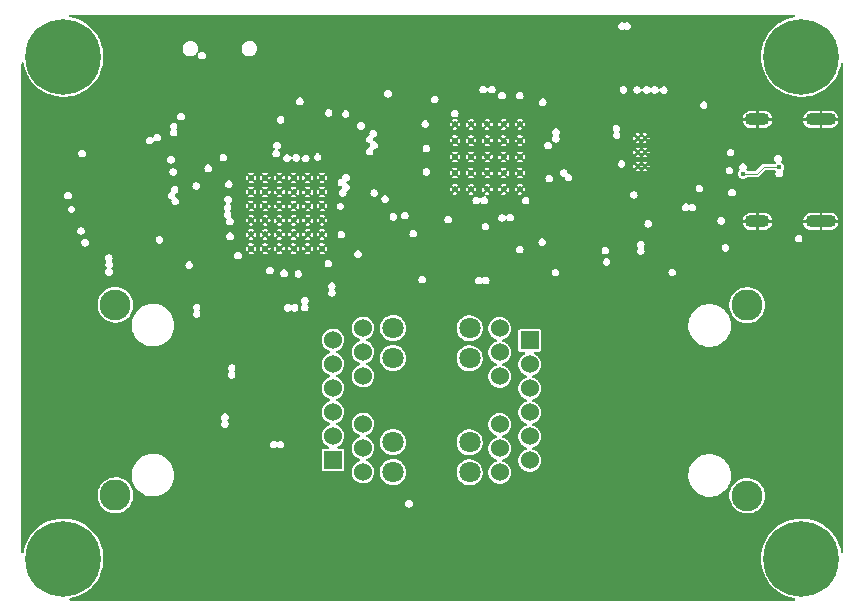
<source format=gbr>
G04 #@! TF.GenerationSoftware,KiCad,Pcbnew,5.99.0-unknown-r23941-4f651901*
G04 #@! TF.CreationDate,2020-11-30T00:39:52+01:00*
G04 #@! TF.ProjectId,whisperbounce,77686973-7065-4726-926f-756e63652e6b,rev?*
G04 #@! TF.SameCoordinates,Original*
G04 #@! TF.FileFunction,Copper,L2,Inr*
G04 #@! TF.FilePolarity,Positive*
%FSLAX46Y46*%
G04 Gerber Fmt 4.6, Leading zero omitted, Abs format (unit mm)*
G04 Created by KiCad (PCBNEW 5.99.0-unknown-r23941-4f651901) date 2020-11-30 00:39:52*
%MOMM*%
%LPD*%
G01*
G04 APERTURE LIST*
G04 #@! TA.AperFunction,ComponentPad*
%ADD10C,0.800000*%
G04 #@! TD*
G04 #@! TA.AperFunction,ComponentPad*
%ADD11C,6.400000*%
G04 #@! TD*
G04 #@! TA.AperFunction,ComponentPad*
%ADD12C,0.400000*%
G04 #@! TD*
G04 #@! TA.AperFunction,ComponentPad*
%ADD13C,0.500000*%
G04 #@! TD*
G04 #@! TA.AperFunction,ComponentPad*
%ADD14O,2.600000X1.100000*%
G04 #@! TD*
G04 #@! TA.AperFunction,ComponentPad*
%ADD15O,2.100000X1.100000*%
G04 #@! TD*
G04 #@! TA.AperFunction,ComponentPad*
%ADD16R,1.524000X1.524000*%
G04 #@! TD*
G04 #@! TA.AperFunction,ComponentPad*
%ADD17C,1.524000*%
G04 #@! TD*
G04 #@! TA.AperFunction,ComponentPad*
%ADD18C,1.800000*%
G04 #@! TD*
G04 #@! TA.AperFunction,ComponentPad*
%ADD19C,2.630000*%
G04 #@! TD*
G04 #@! TA.AperFunction,ComponentPad*
%ADD20C,2.610000*%
G04 #@! TD*
G04 #@! TA.AperFunction,ViaPad*
%ADD21C,0.450000*%
G04 #@! TD*
G04 #@! TA.AperFunction,Conductor*
%ADD22C,0.120000*%
G04 #@! TD*
G04 APERTURE END LIST*
D10*
G04 #@! TO.N,Net-(H4-Pad1)*
G04 #@! TO.C,H4*
X111350000Y-53750000D03*
X113750000Y-51350000D03*
X113750000Y-56150000D03*
X115447056Y-52052944D03*
X112052944Y-52052944D03*
X112052944Y-55447056D03*
X116150000Y-53750000D03*
X115447056Y-55447056D03*
D11*
X113750000Y-53750000D03*
G04 #@! TD*
D12*
G04 #@! TO.N,GND*
G04 #@! TO.C,U2*
X162400000Y-60630000D03*
X163000000Y-63030000D03*
X163000000Y-61830000D03*
X163000000Y-60630000D03*
X162400000Y-61830000D03*
X162400000Y-63030000D03*
G04 #@! TD*
D13*
G04 #@! TO.N,GND*
G04 #@! TO.C,U9*
X133250000Y-68800000D03*
X135650000Y-66400000D03*
X134450000Y-70000000D03*
X134450000Y-65200000D03*
X135650000Y-67600000D03*
X134450000Y-68800000D03*
X133250000Y-70000000D03*
X134450000Y-64000000D03*
X130850000Y-67600000D03*
X132050000Y-66400000D03*
X133250000Y-65200000D03*
X130850000Y-70000000D03*
X134450000Y-66400000D03*
X133250000Y-67600000D03*
X135650000Y-65200000D03*
X133250000Y-66400000D03*
X130850000Y-65200000D03*
X132050000Y-64000000D03*
X129650000Y-70000000D03*
X132050000Y-70000000D03*
X130850000Y-64000000D03*
X132050000Y-65200000D03*
X132050000Y-68800000D03*
X134450000Y-67600000D03*
X135650000Y-64000000D03*
X130850000Y-68800000D03*
X129650000Y-67600000D03*
X130850000Y-66400000D03*
X129650000Y-66400000D03*
X135650000Y-68800000D03*
X132050000Y-67600000D03*
X133250000Y-64000000D03*
X129650000Y-64000000D03*
X135650000Y-70000000D03*
X129650000Y-68800000D03*
X129650000Y-65200000D03*
G04 #@! TD*
G04 #@! TO.N,GND*
G04 #@! TO.C,U6*
X151035000Y-60855000D03*
X146910000Y-62230000D03*
X146910000Y-63605000D03*
X148285000Y-64980000D03*
X152410000Y-59480000D03*
X152410000Y-64980000D03*
X152410000Y-60855000D03*
X146910000Y-59480000D03*
X151035000Y-62230000D03*
X146910000Y-64980000D03*
X149660000Y-64980000D03*
X148285000Y-60855000D03*
X152410000Y-63605000D03*
X148285000Y-59480000D03*
X151035000Y-64980000D03*
X148285000Y-62230000D03*
X149660000Y-63605000D03*
X148285000Y-63605000D03*
X149660000Y-62230000D03*
X149660000Y-59480000D03*
X151035000Y-59480000D03*
X152410000Y-62230000D03*
X151035000Y-63605000D03*
X146910000Y-60855000D03*
X149660000Y-60855000D03*
G04 #@! TD*
D10*
G04 #@! TO.N,Net-(H1-Pad1)*
G04 #@! TO.C,H1*
X173850000Y-53750000D03*
X177947056Y-55447056D03*
X176250000Y-51350000D03*
X174552944Y-55447056D03*
X178650000Y-53750000D03*
X177947056Y-52052944D03*
D11*
X176250000Y-53750000D03*
D10*
X174552944Y-52052944D03*
X176250000Y-56150000D03*
G04 #@! TD*
D14*
G04 #@! TO.N,GND*
G04 #@! TO.C,J1*
X177890000Y-59060000D03*
D15*
X172530000Y-59060000D03*
X172530000Y-67700000D03*
D14*
X177890000Y-67700000D03*
G04 #@! TD*
D10*
G04 #@! TO.N,Net-(H3-Pad1)*
G04 #@! TO.C,H3*
X177947056Y-97947056D03*
X173850000Y-96250000D03*
X174552944Y-94552944D03*
D11*
X176250000Y-96250000D03*
D10*
X176250000Y-93850000D03*
X177947056Y-94552944D03*
X174552944Y-97947056D03*
X176250000Y-98650000D03*
X178650000Y-96250000D03*
G04 #@! TD*
D16*
G04 #@! TO.N,Net-(C79-Pad2)*
G04 #@! TO.C,J3*
X136590000Y-87900000D03*
D17*
G04 #@! TO.N,/ETH Switch/ETH0_C-*
X136590000Y-85868000D03*
G04 #@! TO.N,/ETH Switch/ETH0_C+*
X136590000Y-83836000D03*
G04 #@! TO.N,/ETH Switch/ETH0_B+*
X136590000Y-81804000D03*
G04 #@! TO.N,/ETH Switch/ETH0_B-*
X136590000Y-79772000D03*
G04 #@! TO.N,Net-(C78-Pad2)*
X136590000Y-77740000D03*
G04 #@! TO.N,Net-(C80-Pad2)*
X139130000Y-88916000D03*
G04 #@! TO.N,/ETH Switch/ETH0_D+*
X139130000Y-86884000D03*
G04 #@! TO.N,/ETH Switch/ETH0_D-*
X139130000Y-84852000D03*
G04 #@! TO.N,/ETH Switch/ETH0_A-*
X139130000Y-80788000D03*
G04 #@! TO.N,/ETH Switch/ETH0_A+*
X139130000Y-78756000D03*
G04 #@! TO.N,Net-(C77-Pad2)*
X139130000Y-76724000D03*
D18*
G04 #@! TO.N,/ETH Switch/ETH0_LED1*
X141670000Y-88916000D03*
G04 #@! TO.N,Net-(J3-Pad14)*
X141670000Y-86376000D03*
G04 #@! TO.N,/ETH Switch/ETH0_LED0*
X141670000Y-79264000D03*
G04 #@! TO.N,Net-(J3-Pad16)*
X141670000Y-76724000D03*
D19*
G04 #@! TO.N,Net-(FB9-Pad2)*
X118175000Y-90884500D03*
D20*
X118175000Y-74755500D03*
G04 #@! TD*
D16*
G04 #@! TO.N,Net-(C83-Pad2)*
G04 #@! TO.C,J4*
X153240000Y-77770000D03*
D17*
G04 #@! TO.N,/ETH Switch/ETH1_C-*
X153240000Y-79802000D03*
G04 #@! TO.N,/ETH Switch/ETH1_C+*
X153240000Y-81834000D03*
G04 #@! TO.N,/ETH Switch/ETH1_B+*
X153240000Y-83866000D03*
G04 #@! TO.N,/ETH Switch/ETH1_B-*
X153240000Y-85898000D03*
G04 #@! TO.N,Net-(C82-Pad2)*
X153240000Y-87930000D03*
G04 #@! TO.N,Net-(C84-Pad2)*
X150700000Y-76754000D03*
G04 #@! TO.N,/ETH Switch/ETH1_D+*
X150700000Y-78786000D03*
G04 #@! TO.N,/ETH Switch/ETH1_D-*
X150700000Y-80818000D03*
G04 #@! TO.N,/ETH Switch/ETH1_A-*
X150700000Y-84882000D03*
G04 #@! TO.N,/ETH Switch/ETH1_A+*
X150700000Y-86914000D03*
G04 #@! TO.N,Net-(C81-Pad2)*
X150700000Y-88946000D03*
D18*
G04 #@! TO.N,/ETH Switch/ETH1_LED1*
X148160000Y-76754000D03*
G04 #@! TO.N,Net-(J4-Pad14)*
X148160000Y-79294000D03*
G04 #@! TO.N,/ETH Switch/ETH1_LED0*
X148160000Y-86406000D03*
G04 #@! TO.N,Net-(J4-Pad16)*
X148160000Y-88946000D03*
D20*
G04 #@! TO.N,Net-(FB10-Pad2)*
X171655000Y-90914500D03*
D19*
X171655000Y-74785500D03*
G04 #@! TD*
D10*
G04 #@! TO.N,Net-(H2-Pad1)*
G04 #@! TO.C,H2*
X111350000Y-96250000D03*
X115447056Y-94552944D03*
X112052944Y-97947056D03*
X113750000Y-93850000D03*
X116150000Y-96250000D03*
X113750000Y-98650000D03*
X115447056Y-97947056D03*
D11*
X113750000Y-96250000D03*
D10*
X112052944Y-94552944D03*
G04 #@! TD*
D21*
G04 #@! TO.N,/UFP_USB2_D+*
X171307363Y-63655000D03*
X174369721Y-63105000D03*
G04 #@! TD*
D22*
G04 #@! TO.N,/UFP_USB2_D+*
X174369721Y-63105000D02*
X173045000Y-63105000D01*
X172495000Y-63655000D02*
X171307363Y-63655000D01*
X173045000Y-63105000D02*
X172495000Y-63655000D01*
G04 #@! TD*
G04 #@! TA.AperFunction,Conductor*
G04 #@! TO.N,GND*
G36*
X175708595Y-50218907D02*
G01*
X175744559Y-50268407D01*
X175744559Y-50329593D01*
X175708595Y-50379093D01*
X175671494Y-50395727D01*
X175345649Y-50466773D01*
X174996352Y-50583646D01*
X174661720Y-50737559D01*
X174659416Y-50738938D01*
X174659414Y-50738939D01*
X174394923Y-50897235D01*
X174345669Y-50926713D01*
X174051894Y-51148893D01*
X174012066Y-51186425D01*
X173812172Y-51374796D01*
X173783833Y-51401501D01*
X173544621Y-51681582D01*
X173337057Y-51985859D01*
X173163569Y-52310774D01*
X173162571Y-52313257D01*
X173162569Y-52313261D01*
X173112994Y-52436582D01*
X173026186Y-52652524D01*
X173025460Y-52655108D01*
X173025459Y-52655110D01*
X173023021Y-52663784D01*
X172926515Y-53007113D01*
X172865723Y-53370393D01*
X172865569Y-53373064D01*
X172865568Y-53373073D01*
X172857747Y-53508721D01*
X172844521Y-53738113D01*
X172844656Y-53740778D01*
X172844656Y-53740783D01*
X172860007Y-54043803D01*
X172863156Y-54105972D01*
X172921410Y-54469667D01*
X173018603Y-54824943D01*
X173153596Y-55167644D01*
X173154838Y-55170010D01*
X173154840Y-55170014D01*
X173171819Y-55202354D01*
X173324812Y-55493762D01*
X173326299Y-55495975D01*
X173326305Y-55495985D01*
X173345331Y-55524298D01*
X173530247Y-55799481D01*
X173767497Y-56081225D01*
X173769436Y-56083077D01*
X173769436Y-56083078D01*
X173973525Y-56278109D01*
X174033788Y-56335698D01*
X174035908Y-56337325D01*
X174035913Y-56337329D01*
X174183156Y-56450312D01*
X174326005Y-56559924D01*
X174640728Y-56751279D01*
X174974277Y-56907525D01*
X174976808Y-56908391D01*
X174976814Y-56908394D01*
X175090156Y-56947199D01*
X175322750Y-57026833D01*
X175682069Y-57107810D01*
X176048032Y-57149506D01*
X176416358Y-57151434D01*
X176782738Y-57113573D01*
X177142885Y-57036364D01*
X177145420Y-57035526D01*
X177145426Y-57035524D01*
X177490046Y-56921552D01*
X177490051Y-56921550D01*
X177492588Y-56920711D01*
X177827755Y-56767966D01*
X178144465Y-56579918D01*
X178439013Y-56358764D01*
X178442818Y-56355204D01*
X178705992Y-56108930D01*
X178707954Y-56107094D01*
X178948142Y-55827849D01*
X179156767Y-55524298D01*
X179331389Y-55199991D01*
X179343562Y-55170014D01*
X179468956Y-54861204D01*
X179469964Y-54858722D01*
X179570871Y-54504483D01*
X179576823Y-54469667D01*
X179603413Y-54314105D01*
X179631855Y-54259931D01*
X179686707Y-54232822D01*
X179747017Y-54243131D01*
X179789750Y-54286921D01*
X179799998Y-54330785D01*
X179799999Y-64669902D01*
X179800000Y-85491644D01*
X179800000Y-95669088D01*
X179781093Y-95727279D01*
X179731593Y-95763243D01*
X179670407Y-95763243D01*
X179620907Y-95727279D01*
X179603301Y-95685087D01*
X179576489Y-95521356D01*
X179576488Y-95521353D01*
X179576057Y-95518719D01*
X179477625Y-95163784D01*
X179472155Y-95150037D01*
X179342428Y-94824049D01*
X179341436Y-94821556D01*
X179335728Y-94810774D01*
X179170334Y-94498401D01*
X179169083Y-94496038D01*
X179162192Y-94485859D01*
X178964087Y-94193259D01*
X178964084Y-94193256D01*
X178962583Y-94191038D01*
X178724350Y-93910123D01*
X178457172Y-93656581D01*
X178164175Y-93433377D01*
X177848785Y-93243122D01*
X177514693Y-93088042D01*
X177165806Y-92969950D01*
X177163187Y-92969369D01*
X177163182Y-92969368D01*
X176808825Y-92890809D01*
X176808818Y-92890808D01*
X176806207Y-92890229D01*
X176803547Y-92889935D01*
X176803545Y-92889935D01*
X176442755Y-92850103D01*
X176442753Y-92850103D01*
X176440100Y-92849810D01*
X176437438Y-92849805D01*
X176437432Y-92849805D01*
X176250705Y-92849479D01*
X176071770Y-92849167D01*
X176069105Y-92849452D01*
X176069101Y-92849452D01*
X175708191Y-92888022D01*
X175708189Y-92888022D01*
X175705525Y-92888307D01*
X175702910Y-92888877D01*
X175702905Y-92888878D01*
X175487472Y-92935850D01*
X175345649Y-92966773D01*
X174996352Y-93083646D01*
X174661720Y-93237559D01*
X174345669Y-93426713D01*
X174051894Y-93648893D01*
X173783833Y-93901501D01*
X173544621Y-94181582D01*
X173337057Y-94485859D01*
X173163569Y-94810774D01*
X173162571Y-94813257D01*
X173162569Y-94813261D01*
X173158232Y-94824049D01*
X173026186Y-95152524D01*
X173025460Y-95155108D01*
X173025459Y-95155110D01*
X173023021Y-95163784D01*
X172926515Y-95507113D01*
X172865723Y-95870393D01*
X172865569Y-95873064D01*
X172865568Y-95873073D01*
X172859653Y-95975662D01*
X172844521Y-96238113D01*
X172844656Y-96240778D01*
X172844656Y-96240783D01*
X172862679Y-96596551D01*
X172863156Y-96605972D01*
X172921410Y-96969667D01*
X173018603Y-97324943D01*
X173153596Y-97667644D01*
X173154838Y-97670010D01*
X173154840Y-97670014D01*
X173171819Y-97702354D01*
X173324812Y-97993762D01*
X173326299Y-97995975D01*
X173326305Y-97995985D01*
X173450391Y-98180643D01*
X173530247Y-98299481D01*
X173767497Y-98581225D01*
X173769436Y-98583077D01*
X173769436Y-98583078D01*
X174010638Y-98813575D01*
X174033788Y-98835698D01*
X174035908Y-98837325D01*
X174035913Y-98837329D01*
X174257791Y-99007581D01*
X174326005Y-99059924D01*
X174640728Y-99251279D01*
X174974277Y-99407525D01*
X174976808Y-99408391D01*
X174976814Y-99408394D01*
X175047746Y-99432679D01*
X175322750Y-99526833D01*
X175663029Y-99603519D01*
X175667027Y-99604420D01*
X175719637Y-99635658D01*
X175743839Y-99691854D01*
X175730387Y-99751542D01*
X175684421Y-99791924D01*
X175645262Y-99799998D01*
X144663065Y-99799999D01*
X114347216Y-99800000D01*
X114289025Y-99781093D01*
X114253061Y-99731593D01*
X114253061Y-99670407D01*
X114289025Y-99620907D01*
X114326464Y-99604199D01*
X114640273Y-99536924D01*
X114640274Y-99536924D01*
X114642885Y-99536364D01*
X114645420Y-99535526D01*
X114645426Y-99535524D01*
X114990046Y-99421552D01*
X114990051Y-99421550D01*
X114992588Y-99420711D01*
X115327755Y-99267966D01*
X115644465Y-99079918D01*
X115939013Y-98858764D01*
X115974289Y-98825754D01*
X116205992Y-98608930D01*
X116207954Y-98607094D01*
X116448142Y-98327849D01*
X116656767Y-98024298D01*
X116831389Y-97699991D01*
X116843562Y-97670014D01*
X116968956Y-97361204D01*
X116969964Y-97358722D01*
X117070871Y-97004483D01*
X117076823Y-96969667D01*
X117132479Y-96644064D01*
X117132480Y-96644059D01*
X117132931Y-96641418D01*
X117155417Y-96273775D01*
X117155500Y-96250000D01*
X117140905Y-95980505D01*
X117135726Y-95884876D01*
X117135725Y-95884867D01*
X117135581Y-95882208D01*
X117076057Y-95518719D01*
X116977625Y-95163784D01*
X116972155Y-95150037D01*
X116842428Y-94824049D01*
X116841436Y-94821556D01*
X116835728Y-94810774D01*
X116670334Y-94498401D01*
X116669083Y-94496038D01*
X116662192Y-94485859D01*
X116464087Y-94193259D01*
X116464084Y-94193256D01*
X116462583Y-94191038D01*
X116224350Y-93910123D01*
X115957172Y-93656581D01*
X115664175Y-93433377D01*
X115348785Y-93243122D01*
X115014693Y-93088042D01*
X114665806Y-92969950D01*
X114663187Y-92969369D01*
X114663182Y-92969368D01*
X114308825Y-92890809D01*
X114308818Y-92890808D01*
X114306207Y-92890229D01*
X114303547Y-92889935D01*
X114303545Y-92889935D01*
X113942755Y-92850103D01*
X113942753Y-92850103D01*
X113940100Y-92849810D01*
X113937438Y-92849805D01*
X113937432Y-92849805D01*
X113750705Y-92849479D01*
X113571770Y-92849167D01*
X113569105Y-92849452D01*
X113569101Y-92849452D01*
X113208191Y-92888022D01*
X113208189Y-92888022D01*
X113205525Y-92888307D01*
X113202910Y-92888877D01*
X113202905Y-92888878D01*
X112987472Y-92935850D01*
X112845649Y-92966773D01*
X112496352Y-93083646D01*
X112161720Y-93237559D01*
X111845669Y-93426713D01*
X111551894Y-93648893D01*
X111283833Y-93901501D01*
X111044621Y-94181582D01*
X110837057Y-94485859D01*
X110663569Y-94810774D01*
X110662571Y-94813257D01*
X110662569Y-94813261D01*
X110658232Y-94824049D01*
X110526186Y-95152524D01*
X110525460Y-95155108D01*
X110525459Y-95155110D01*
X110523021Y-95163784D01*
X110426515Y-95507113D01*
X110396642Y-95685628D01*
X110368390Y-95739900D01*
X110313633Y-95767201D01*
X110253287Y-95757102D01*
X110210402Y-95713462D01*
X110200000Y-95669288D01*
X110200000Y-90990565D01*
X116658204Y-90990565D01*
X116694673Y-91231707D01*
X116769228Y-91463918D01*
X116771030Y-91467455D01*
X116771031Y-91467457D01*
X116848920Y-91620322D01*
X116879949Y-91681221D01*
X116882295Y-91684426D01*
X116882296Y-91684428D01*
X116934017Y-91755095D01*
X117023989Y-91878026D01*
X117026825Y-91880823D01*
X117026827Y-91880825D01*
X117194807Y-92046477D01*
X117194812Y-92046481D01*
X117197641Y-92049271D01*
X117396439Y-92190549D01*
X117399998Y-92192300D01*
X117400001Y-92192302D01*
X117611700Y-92296470D01*
X117615267Y-92298225D01*
X117848495Y-92369530D01*
X117943150Y-92382496D01*
X118086179Y-92402089D01*
X118086182Y-92402089D01*
X118090123Y-92402629D01*
X118094101Y-92402532D01*
X118094105Y-92402532D01*
X118257537Y-92398538D01*
X118333936Y-92396671D01*
X118472128Y-92370809D01*
X118569750Y-92352540D01*
X118569755Y-92352539D01*
X118573659Y-92351808D01*
X118577401Y-92350461D01*
X118577404Y-92350460D01*
X118669864Y-92317172D01*
X118803125Y-92269195D01*
X118945006Y-92190549D01*
X119012954Y-92152885D01*
X119012955Y-92152884D01*
X119016432Y-92150957D01*
X119208091Y-92000136D01*
X119373170Y-91820613D01*
X119490819Y-91642189D01*
X119505238Y-91620322D01*
X119505240Y-91620317D01*
X119507424Y-91617006D01*
X119509053Y-91613382D01*
X119515067Y-91600000D01*
X142694500Y-91600000D01*
X142696004Y-91608530D01*
X142709387Y-91684428D01*
X142714130Y-91711328D01*
X142718458Y-91718824D01*
X142718459Y-91718827D01*
X142766321Y-91801725D01*
X142766323Y-91801727D01*
X142770653Y-91809227D01*
X142857250Y-91881891D01*
X142902289Y-91898284D01*
X142955342Y-91917594D01*
X142955343Y-91917594D01*
X142963478Y-91920555D01*
X143076522Y-91920555D01*
X143084657Y-91917594D01*
X143084658Y-91917594D01*
X143137711Y-91898284D01*
X143182750Y-91881891D01*
X143269347Y-91809227D01*
X143273677Y-91801727D01*
X143273679Y-91801725D01*
X143321541Y-91718827D01*
X143321542Y-91718824D01*
X143325870Y-91711328D01*
X143330614Y-91684428D01*
X143343996Y-91608530D01*
X143345500Y-91600000D01*
X143325870Y-91488672D01*
X143321542Y-91481176D01*
X143321541Y-91481173D01*
X143273679Y-91398275D01*
X143273677Y-91398273D01*
X143269347Y-91390773D01*
X143182750Y-91318109D01*
X143129636Y-91298777D01*
X143084658Y-91282406D01*
X143084657Y-91282406D01*
X143076522Y-91279445D01*
X142963478Y-91279445D01*
X142955343Y-91282406D01*
X142955342Y-91282406D01*
X142910364Y-91298777D01*
X142857250Y-91318109D01*
X142770653Y-91390773D01*
X142766323Y-91398273D01*
X142766321Y-91398275D01*
X142718459Y-91481173D01*
X142718458Y-91481176D01*
X142714130Y-91488672D01*
X142694500Y-91600000D01*
X119515067Y-91600000D01*
X119605768Y-91398182D01*
X119605770Y-91398177D01*
X119607398Y-91394554D01*
X119626390Y-91323676D01*
X119669492Y-91162817D01*
X119669493Y-91162812D01*
X119670520Y-91158979D01*
X119684651Y-91019867D01*
X170148180Y-91019867D01*
X170184409Y-91259424D01*
X170258473Y-91490107D01*
X170260275Y-91493644D01*
X170260276Y-91493646D01*
X170337652Y-91645504D01*
X170368466Y-91705981D01*
X170370812Y-91709186D01*
X170370813Y-91709188D01*
X170471958Y-91847384D01*
X170511559Y-91901492D01*
X170684069Y-92071610D01*
X170687304Y-92073909D01*
X170687310Y-92073914D01*
X170792262Y-92148499D01*
X170881559Y-92211959D01*
X170885118Y-92213710D01*
X170885121Y-92213712D01*
X171059239Y-92299388D01*
X171098948Y-92318927D01*
X171330642Y-92389763D01*
X171381071Y-92396671D01*
X171566738Y-92422105D01*
X171566741Y-92422105D01*
X171570682Y-92422645D01*
X171574660Y-92422548D01*
X171574664Y-92422548D01*
X171733243Y-92418672D01*
X171812890Y-92416725D01*
X171956960Y-92389763D01*
X172047128Y-92372889D01*
X172047133Y-92372888D01*
X172051037Y-92372157D01*
X172054779Y-92370810D01*
X172054782Y-92370809D01*
X172135522Y-92341741D01*
X172278994Y-92290088D01*
X172352673Y-92249247D01*
X172487422Y-92174555D01*
X172487424Y-92174554D01*
X172490898Y-92172628D01*
X172681296Y-92022799D01*
X172702136Y-92000136D01*
X172842599Y-91847384D01*
X172842602Y-91847380D01*
X172845290Y-91844457D01*
X172978661Y-91642189D01*
X172980285Y-91638574D01*
X172980289Y-91638568D01*
X173076348Y-91424828D01*
X173076350Y-91424823D01*
X173077978Y-91421200D01*
X173115961Y-91279445D01*
X173139657Y-91191012D01*
X173139658Y-91191007D01*
X173140685Y-91187174D01*
X173157280Y-91023800D01*
X173164943Y-90948363D01*
X173164944Y-90948354D01*
X173165169Y-90946134D01*
X173165345Y-90929297D01*
X173165477Y-90916729D01*
X173165477Y-90916722D01*
X173165500Y-90914500D01*
X173164983Y-90908069D01*
X173146388Y-90676959D01*
X173146387Y-90676954D01*
X173146069Y-90672999D01*
X173145121Y-90669139D01*
X173089227Y-90441578D01*
X173089225Y-90441573D01*
X173088277Y-90437712D01*
X173065697Y-90384515D01*
X172995166Y-90218354D01*
X172995165Y-90218352D01*
X172993611Y-90214691D01*
X172864505Y-90009675D01*
X172742648Y-89871456D01*
X172706911Y-89830920D01*
X172706910Y-89830919D01*
X172704281Y-89827937D01*
X172551265Y-89702248D01*
X172520136Y-89676678D01*
X172520134Y-89676677D01*
X172517063Y-89674154D01*
X172307666Y-89552282D01*
X172303947Y-89550854D01*
X172303944Y-89550853D01*
X172085195Y-89466883D01*
X172085193Y-89466882D01*
X172081477Y-89465456D01*
X172077586Y-89464643D01*
X172077582Y-89464642D01*
X171848214Y-89416725D01*
X171848210Y-89416725D01*
X171844316Y-89415911D01*
X171840341Y-89415730D01*
X171840337Y-89415730D01*
X171744482Y-89411377D01*
X171602284Y-89404920D01*
X171598336Y-89405377D01*
X171598331Y-89405377D01*
X171365556Y-89432310D01*
X171365552Y-89432311D01*
X171361609Y-89432767D01*
X171357791Y-89433847D01*
X171357788Y-89433848D01*
X171132305Y-89497654D01*
X171132303Y-89497655D01*
X171128482Y-89498736D01*
X171124883Y-89500414D01*
X171124881Y-89500415D01*
X170977965Y-89568923D01*
X170908901Y-89601128D01*
X170905612Y-89603363D01*
X170905607Y-89603366D01*
X170711805Y-89735074D01*
X170708515Y-89737310D01*
X170532480Y-89903778D01*
X170385324Y-90096250D01*
X170383446Y-90099752D01*
X170383445Y-90099754D01*
X170272710Y-90306273D01*
X170272707Y-90306280D01*
X170270834Y-90309773D01*
X170191955Y-90538854D01*
X170150717Y-90777599D01*
X170150675Y-90781566D01*
X170150675Y-90781571D01*
X170149574Y-90886730D01*
X170148180Y-91019867D01*
X119684651Y-91019867D01*
X119687275Y-90994038D01*
X119694941Y-90918572D01*
X119694942Y-90918563D01*
X119695167Y-90916343D01*
X119695500Y-90884500D01*
X119694983Y-90878069D01*
X119676260Y-90645361D01*
X119676259Y-90645356D01*
X119675941Y-90641401D01*
X119658483Y-90570324D01*
X119618716Y-90408422D01*
X119618714Y-90408417D01*
X119617766Y-90404556D01*
X119595273Y-90351564D01*
X119524028Y-90183721D01*
X119524027Y-90183719D01*
X119522473Y-90180058D01*
X119392512Y-89973685D01*
X119389885Y-89970705D01*
X119389881Y-89970700D01*
X119233858Y-89793727D01*
X119233857Y-89793726D01*
X119231228Y-89790744D01*
X119067134Y-89655956D01*
X119045843Y-89638467D01*
X119045842Y-89638466D01*
X119042770Y-89635943D01*
X119022807Y-89624324D01*
X118835423Y-89515264D01*
X118835419Y-89515262D01*
X118831986Y-89513264D01*
X118798514Y-89500415D01*
X118728914Y-89473698D01*
X118604300Y-89425863D01*
X118574344Y-89419605D01*
X118369467Y-89376804D01*
X118369463Y-89376804D01*
X118365569Y-89375990D01*
X118361594Y-89375809D01*
X118361590Y-89375809D01*
X118265314Y-89371437D01*
X118121935Y-89364926D01*
X118117986Y-89365383D01*
X118117983Y-89365383D01*
X117883614Y-89392501D01*
X117883610Y-89392502D01*
X117879667Y-89392958D01*
X117875851Y-89394038D01*
X117875845Y-89394039D01*
X117648819Y-89458281D01*
X117648817Y-89458282D01*
X117644996Y-89459363D01*
X117641397Y-89461041D01*
X117641395Y-89461042D01*
X117427568Y-89560751D01*
X117423961Y-89562433D01*
X117420672Y-89564668D01*
X117420667Y-89564671D01*
X117252643Y-89678861D01*
X117222249Y-89699517D01*
X117045048Y-89867087D01*
X116896918Y-90060833D01*
X116895040Y-90064335D01*
X116895039Y-90064337D01*
X116836753Y-90173040D01*
X116781670Y-90275769D01*
X116702269Y-90506367D01*
X116660758Y-90746693D01*
X116660716Y-90750660D01*
X116660716Y-90750665D01*
X116660204Y-90799563D01*
X116658204Y-90990565D01*
X110200000Y-90990565D01*
X110200000Y-89122738D01*
X119545119Y-89122738D01*
X119545295Y-89126404D01*
X119545295Y-89126406D01*
X119546736Y-89156406D01*
X119557958Y-89390035D01*
X119590133Y-89551790D01*
X119604226Y-89622639D01*
X119610165Y-89652499D01*
X119611405Y-89655954D01*
X119611406Y-89655956D01*
X119672248Y-89825413D01*
X119700594Y-89904363D01*
X119827257Y-90140094D01*
X119829457Y-90143040D01*
X119953962Y-90309773D01*
X119987372Y-90354515D01*
X119989990Y-90357110D01*
X120140556Y-90506367D01*
X120177422Y-90542913D01*
X120393231Y-90701151D01*
X120396475Y-90702858D01*
X120396477Y-90702859D01*
X120580282Y-90799563D01*
X120630059Y-90825752D01*
X120882702Y-90913979D01*
X120886306Y-90914663D01*
X120886305Y-90914663D01*
X121142003Y-90963209D01*
X121142005Y-90963209D01*
X121145612Y-90963894D01*
X121291334Y-90969619D01*
X121409341Y-90974256D01*
X121409344Y-90974256D01*
X121413011Y-90974400D01*
X121549621Y-90959439D01*
X121675385Y-90945666D01*
X121675388Y-90945665D01*
X121679026Y-90945267D01*
X121909835Y-90884500D01*
X121934262Y-90878069D01*
X121934263Y-90878069D01*
X121937813Y-90877134D01*
X122183687Y-90771498D01*
X122217353Y-90750665D01*
X122408120Y-90632615D01*
X122408125Y-90632611D01*
X122411246Y-90630680D01*
X122615492Y-90457774D01*
X122629696Y-90441578D01*
X122741989Y-90313531D01*
X122791936Y-90256577D01*
X122936704Y-90031510D01*
X122941257Y-90021404D01*
X123045107Y-89790865D01*
X123045108Y-89790863D01*
X123046615Y-89787517D01*
X123047611Y-89783986D01*
X123118257Y-89533495D01*
X123118258Y-89533492D01*
X123119254Y-89529959D01*
X123153026Y-89264493D01*
X123155500Y-89170000D01*
X123139284Y-88951788D01*
X123135940Y-88906784D01*
X123135939Y-88906778D01*
X123135668Y-88903130D01*
X123076608Y-88642123D01*
X123072154Y-88630669D01*
X122980948Y-88396131D01*
X122980946Y-88396126D01*
X122979618Y-88392712D01*
X122846827Y-88160377D01*
X122681154Y-87950222D01*
X122678481Y-87947708D01*
X122678476Y-87947702D01*
X122552152Y-87828869D01*
X122486238Y-87766863D01*
X122266361Y-87614329D01*
X122026352Y-87495970D01*
X121962358Y-87475485D01*
X121774988Y-87415507D01*
X121771486Y-87414386D01*
X121532596Y-87375480D01*
X121510977Y-87371959D01*
X121510976Y-87371959D01*
X121507360Y-87371370D01*
X121503697Y-87371322D01*
X121503696Y-87371322D01*
X121373568Y-87369619D01*
X121239777Y-87367868D01*
X121236149Y-87368362D01*
X121236145Y-87368362D01*
X121124504Y-87383556D01*
X120974615Y-87403955D01*
X120717701Y-87478838D01*
X120474676Y-87590874D01*
X120471609Y-87592885D01*
X120471605Y-87592887D01*
X120261445Y-87730675D01*
X120250881Y-87737601D01*
X120248148Y-87740040D01*
X120248147Y-87740041D01*
X120054142Y-87913197D01*
X120051232Y-87915794D01*
X120048885Y-87918616D01*
X120048884Y-87918617D01*
X120014157Y-87960372D01*
X119880114Y-88121541D01*
X119878209Y-88124681D01*
X119878205Y-88124686D01*
X119802665Y-88249174D01*
X119741288Y-88350320D01*
X119739869Y-88353705D01*
X119739867Y-88353708D01*
X119709498Y-88426131D01*
X119637802Y-88597106D01*
X119636897Y-88600668D01*
X119636897Y-88600669D01*
X119573104Y-88851857D01*
X119571930Y-88856478D01*
X119545119Y-89122738D01*
X110200000Y-89122738D01*
X110200000Y-87138000D01*
X135622500Y-87138000D01*
X135622500Y-88662000D01*
X135638143Y-88740641D01*
X135682690Y-88807310D01*
X135749359Y-88851857D01*
X135758922Y-88853759D01*
X135758924Y-88853760D01*
X135784200Y-88858787D01*
X135828000Y-88867500D01*
X137352000Y-88867500D01*
X137395800Y-88858787D01*
X137421076Y-88853760D01*
X137421078Y-88853759D01*
X137430641Y-88851857D01*
X137497310Y-88807310D01*
X137541857Y-88740641D01*
X137557500Y-88662000D01*
X137557500Y-87138000D01*
X137547938Y-87089931D01*
X137543760Y-87068924D01*
X137543759Y-87068922D01*
X137541857Y-87059359D01*
X137508863Y-87009980D01*
X137502729Y-87000800D01*
X137497310Y-86992690D01*
X137430641Y-86948143D01*
X137421078Y-86946241D01*
X137421076Y-86946240D01*
X137395800Y-86941213D01*
X137352000Y-86932500D01*
X137031811Y-86932500D01*
X136973620Y-86913593D01*
X136937656Y-86864093D01*
X136937656Y-86802907D01*
X136973620Y-86753407D01*
X136988723Y-86744368D01*
X137092447Y-86694226D01*
X137092449Y-86694225D01*
X137096956Y-86692046D01*
X137196366Y-86616041D01*
X137248314Y-86576324D01*
X137248315Y-86576323D01*
X137252299Y-86573277D01*
X137255586Y-86569496D01*
X137255590Y-86569492D01*
X137377296Y-86429485D01*
X137380588Y-86425698D01*
X137476581Y-86255338D01*
X137536358Y-86069155D01*
X137538759Y-86047058D01*
X137543873Y-85999976D01*
X137557476Y-85874754D01*
X137557500Y-85868000D01*
X137557023Y-85863295D01*
X137538246Y-85678444D01*
X137538245Y-85678440D01*
X137537739Y-85673457D01*
X137536242Y-85668681D01*
X137536241Y-85668675D01*
X137480762Y-85491644D01*
X137480762Y-85491643D01*
X137479263Y-85486861D01*
X137384462Y-85315835D01*
X137322643Y-85243710D01*
X137260473Y-85171174D01*
X137260471Y-85171172D01*
X137257207Y-85167364D01*
X137204299Y-85126324D01*
X137106657Y-85050584D01*
X137106652Y-85050581D01*
X137102697Y-85047513D01*
X136927243Y-84961180D01*
X136876568Y-84947980D01*
X136874115Y-84946411D01*
X138167117Y-84946411D01*
X138177255Y-84996688D01*
X138204430Y-85131460D01*
X138205768Y-85138098D01*
X138246715Y-85234562D01*
X138279293Y-85311311D01*
X138282173Y-85318097D01*
X138285019Y-85322223D01*
X138285021Y-85322226D01*
X138390360Y-85474923D01*
X138390364Y-85474928D01*
X138393212Y-85479056D01*
X138396837Y-85482532D01*
X138530319Y-85610536D01*
X138534348Y-85614400D01*
X138699815Y-85718601D01*
X138704512Y-85720366D01*
X138704515Y-85720368D01*
X138851337Y-85775555D01*
X138899155Y-85813728D01*
X138915403Y-85872716D01*
X138893875Y-85929989D01*
X138850690Y-85961136D01*
X138705876Y-86014417D01*
X138701618Y-86017057D01*
X138701616Y-86017058D01*
X138573354Y-86096584D01*
X138539685Y-86117460D01*
X138397607Y-86251816D01*
X138394733Y-86255921D01*
X138394730Y-86255924D01*
X138291340Y-86403581D01*
X138285448Y-86411996D01*
X138283459Y-86416592D01*
X138283458Y-86416594D01*
X138254833Y-86482743D01*
X138207788Y-86591457D01*
X138167800Y-86782869D01*
X138167782Y-86787882D01*
X138167782Y-86787887D01*
X138167489Y-86871891D01*
X138167117Y-86978411D01*
X138181804Y-87051249D01*
X138204430Y-87163460D01*
X138205768Y-87170098D01*
X138282173Y-87350097D01*
X138285019Y-87354223D01*
X138285021Y-87354226D01*
X138390360Y-87506923D01*
X138390364Y-87506928D01*
X138393212Y-87511056D01*
X138396837Y-87514532D01*
X138530491Y-87642701D01*
X138534348Y-87646400D01*
X138699815Y-87750601D01*
X138704512Y-87752366D01*
X138704515Y-87752368D01*
X138851337Y-87807555D01*
X138899155Y-87845728D01*
X138915403Y-87904716D01*
X138893875Y-87961989D01*
X138850690Y-87993136D01*
X138705876Y-88046417D01*
X138701618Y-88049057D01*
X138701616Y-88049058D01*
X138573354Y-88128584D01*
X138539685Y-88149460D01*
X138397607Y-88283816D01*
X138394733Y-88287921D01*
X138394730Y-88287924D01*
X138332236Y-88377176D01*
X138285448Y-88443996D01*
X138283459Y-88448592D01*
X138283458Y-88448594D01*
X138260666Y-88501264D01*
X138207788Y-88623457D01*
X138167800Y-88814869D01*
X138167782Y-88819882D01*
X138167782Y-88819887D01*
X138167623Y-88865402D01*
X138167117Y-89010411D01*
X138168109Y-89015329D01*
X138195653Y-89151931D01*
X138205768Y-89202098D01*
X138282173Y-89382097D01*
X138285019Y-89386223D01*
X138285021Y-89386226D01*
X138390360Y-89538923D01*
X138390364Y-89538928D01*
X138393212Y-89543056D01*
X138411664Y-89560751D01*
X138527834Y-89672153D01*
X138534348Y-89678400D01*
X138699815Y-89782601D01*
X138882856Y-89851402D01*
X138981890Y-89867087D01*
X139071034Y-89881206D01*
X139071038Y-89881206D01*
X139075993Y-89881991D01*
X139155597Y-89878376D01*
X139266323Y-89873349D01*
X139266327Y-89873348D01*
X139271335Y-89873121D01*
X139460904Y-89825153D01*
X139465420Y-89822970D01*
X139632447Y-89742226D01*
X139632449Y-89742225D01*
X139636956Y-89740046D01*
X139746941Y-89655956D01*
X139788314Y-89624324D01*
X139788315Y-89624323D01*
X139792299Y-89621277D01*
X139795586Y-89617496D01*
X139795590Y-89617492D01*
X139917296Y-89477485D01*
X139920588Y-89473698D01*
X140016581Y-89303338D01*
X140076358Y-89117155D01*
X140087116Y-89018116D01*
X140569226Y-89018116D01*
X140570104Y-89022738D01*
X140570104Y-89022743D01*
X140592778Y-89142167D01*
X140608395Y-89224425D01*
X140685870Y-89419605D01*
X140693980Y-89432310D01*
X140796316Y-89592639D01*
X140796320Y-89592644D01*
X140798854Y-89596614D01*
X140943272Y-89749064D01*
X140947102Y-89751811D01*
X140947103Y-89751812D01*
X141107820Y-89867087D01*
X141113911Y-89871456D01*
X141177782Y-89900901D01*
X141295304Y-89955079D01*
X141304616Y-89959372D01*
X141309183Y-89960498D01*
X141309186Y-89960499D01*
X141376325Y-89977052D01*
X141508505Y-90009641D01*
X141592927Y-90013991D01*
X141713516Y-90020206D01*
X141713521Y-90020206D01*
X141718221Y-90020448D01*
X141722882Y-90019797D01*
X141722885Y-90019797D01*
X141921530Y-89992056D01*
X141921533Y-89992055D01*
X141926197Y-89991404D01*
X141968235Y-89977052D01*
X142120469Y-89925079D01*
X142120472Y-89925078D01*
X142124929Y-89923556D01*
X142307246Y-89819354D01*
X142466569Y-89682556D01*
X142471236Y-89676678D01*
X142594219Y-89521790D01*
X142594221Y-89521787D01*
X142597150Y-89518098D01*
X142656098Y-89405101D01*
X142692095Y-89336099D01*
X142692096Y-89336097D01*
X142694277Y-89331916D01*
X142754446Y-89130726D01*
X142755251Y-89122738D01*
X142762764Y-89048116D01*
X147059226Y-89048116D01*
X147060104Y-89052738D01*
X147060104Y-89052743D01*
X147085363Y-89185782D01*
X147098395Y-89254425D01*
X147175870Y-89449605D01*
X147193666Y-89477485D01*
X147286316Y-89622639D01*
X147286320Y-89622644D01*
X147288854Y-89626614D01*
X147433272Y-89779064D01*
X147437102Y-89781811D01*
X147437103Y-89781812D01*
X147555994Y-89867087D01*
X147603911Y-89901456D01*
X147626269Y-89911763D01*
X147767892Y-89977052D01*
X147794616Y-89989372D01*
X147799183Y-89990498D01*
X147799186Y-89990499D01*
X147896560Y-90014506D01*
X147998505Y-90039641D01*
X148082927Y-90043991D01*
X148203516Y-90050206D01*
X148203521Y-90050206D01*
X148208221Y-90050448D01*
X148212882Y-90049797D01*
X148212885Y-90049797D01*
X148411530Y-90022056D01*
X148411533Y-90022055D01*
X148416197Y-90021404D01*
X148502160Y-89992056D01*
X148610469Y-89955079D01*
X148610472Y-89955078D01*
X148614929Y-89953556D01*
X148797246Y-89849354D01*
X148956569Y-89712556D01*
X148959869Y-89708400D01*
X149084219Y-89551790D01*
X149084221Y-89551787D01*
X149087150Y-89548098D01*
X149129518Y-89466883D01*
X149182095Y-89366099D01*
X149182096Y-89366097D01*
X149184277Y-89361916D01*
X149244446Y-89160726D01*
X149245251Y-89152738D01*
X149256066Y-89045329D01*
X149265485Y-88951788D01*
X149265500Y-88946000D01*
X149245555Y-88736955D01*
X149186441Y-88535453D01*
X149159594Y-88483325D01*
X149092447Y-88352952D01*
X149090290Y-88348764D01*
X149070015Y-88322952D01*
X148963485Y-88187334D01*
X148963483Y-88187332D01*
X148960572Y-88183626D01*
X148957016Y-88180540D01*
X148957012Y-88180536D01*
X148805527Y-88049084D01*
X148805526Y-88049083D01*
X148801967Y-88045995D01*
X148620198Y-87940839D01*
X148540598Y-87913197D01*
X148426270Y-87873495D01*
X148426264Y-87873494D01*
X148421825Y-87871952D01*
X148214003Y-87841820D01*
X148105586Y-87846838D01*
X148008942Y-87851311D01*
X148008941Y-87851311D01*
X148004234Y-87851529D01*
X147800084Y-87900729D01*
X147795796Y-87902679D01*
X147795795Y-87902679D01*
X147781244Y-87909295D01*
X147608922Y-87987646D01*
X147605079Y-87990372D01*
X147597173Y-87995980D01*
X147437644Y-88109142D01*
X147292430Y-88260834D01*
X147178520Y-88437249D01*
X147176762Y-88441610D01*
X147176762Y-88441611D01*
X147102006Y-88627106D01*
X147100025Y-88632021D01*
X147099124Y-88636634D01*
X147099123Y-88636638D01*
X147065276Y-88809959D01*
X147059776Y-88838122D01*
X147059615Y-88899555D01*
X147059305Y-89018116D01*
X147059226Y-89048116D01*
X142762764Y-89048116D01*
X142766066Y-89015329D01*
X142775485Y-88921788D01*
X142775500Y-88916000D01*
X142758417Y-88736955D01*
X142756003Y-88711650D01*
X142756003Y-88711649D01*
X142755555Y-88706955D01*
X142696441Y-88505453D01*
X142685045Y-88483325D01*
X142602447Y-88322952D01*
X142600290Y-88318764D01*
X142596404Y-88313816D01*
X142473485Y-88157334D01*
X142473483Y-88157332D01*
X142470572Y-88153626D01*
X142467016Y-88150540D01*
X142467012Y-88150536D01*
X142315527Y-88019084D01*
X142315526Y-88019083D01*
X142311967Y-88015995D01*
X142130198Y-87910839D01*
X142065647Y-87888423D01*
X141936270Y-87843495D01*
X141936264Y-87843494D01*
X141931825Y-87841952D01*
X141724003Y-87811820D01*
X141599289Y-87817592D01*
X141518942Y-87821311D01*
X141518941Y-87821311D01*
X141514234Y-87821529D01*
X141310084Y-87870729D01*
X141305796Y-87872679D01*
X141305795Y-87872679D01*
X141275945Y-87886251D01*
X141118922Y-87957646D01*
X140947644Y-88079142D01*
X140802430Y-88230834D01*
X140688520Y-88407249D01*
X140686762Y-88411610D01*
X140686762Y-88411611D01*
X140612006Y-88597106D01*
X140610025Y-88602021D01*
X140609124Y-88606634D01*
X140609123Y-88606638D01*
X140579868Y-88756444D01*
X140569776Y-88808122D01*
X140569546Y-88895991D01*
X140569409Y-88948422D01*
X140569226Y-89018116D01*
X140087116Y-89018116D01*
X140097476Y-88922754D01*
X140097500Y-88916000D01*
X140095445Y-88895763D01*
X140078246Y-88726444D01*
X140078245Y-88726440D01*
X140077739Y-88721457D01*
X140076242Y-88716681D01*
X140076241Y-88716675D01*
X140020762Y-88539644D01*
X140020762Y-88539643D01*
X140019263Y-88534861D01*
X139924462Y-88363835D01*
X139872665Y-88303402D01*
X139800473Y-88219174D01*
X139800471Y-88219172D01*
X139797207Y-88215364D01*
X139726319Y-88160377D01*
X139646657Y-88098584D01*
X139646652Y-88098581D01*
X139642697Y-88095513D01*
X139467243Y-88009180D01*
X139416568Y-87995980D01*
X139365022Y-87963015D01*
X139342697Y-87906048D01*
X139358120Y-87846838D01*
X139405400Y-87808002D01*
X139417238Y-87804202D01*
X139456039Y-87794384D01*
X139460904Y-87793153D01*
X139492403Y-87777926D01*
X139632447Y-87710226D01*
X139632449Y-87710225D01*
X139636956Y-87708046D01*
X139748339Y-87622887D01*
X139788314Y-87592324D01*
X139788315Y-87592323D01*
X139792299Y-87589277D01*
X139795586Y-87585496D01*
X139795590Y-87585492D01*
X139917296Y-87445485D01*
X139920588Y-87441698D01*
X140016581Y-87271338D01*
X140076358Y-87085155D01*
X140078759Y-87063058D01*
X140083228Y-87021916D01*
X140097476Y-86890754D01*
X140097500Y-86884000D01*
X140096609Y-86875221D01*
X140078246Y-86694444D01*
X140078245Y-86694440D01*
X140077739Y-86689457D01*
X140076242Y-86684681D01*
X140076241Y-86684675D01*
X140020762Y-86507644D01*
X140020762Y-86507643D01*
X140019263Y-86502861D01*
X140005547Y-86478116D01*
X140569226Y-86478116D01*
X140570104Y-86482738D01*
X140570104Y-86482743D01*
X140592087Y-86598530D01*
X140608395Y-86684425D01*
X140685870Y-86879605D01*
X140695865Y-86895264D01*
X140796316Y-87052639D01*
X140796320Y-87052644D01*
X140798854Y-87056614D01*
X140943272Y-87209064D01*
X140947102Y-87211811D01*
X140947103Y-87211812D01*
X141083096Y-87309354D01*
X141113911Y-87331456D01*
X141178986Y-87361456D01*
X141295304Y-87415079D01*
X141304616Y-87419372D01*
X141309183Y-87420498D01*
X141309186Y-87420499D01*
X141395169Y-87441698D01*
X141508505Y-87469641D01*
X141592927Y-87473991D01*
X141713516Y-87480206D01*
X141713521Y-87480206D01*
X141718221Y-87480448D01*
X141722882Y-87479797D01*
X141722885Y-87479797D01*
X141921530Y-87452056D01*
X141921533Y-87452055D01*
X141926197Y-87451404D01*
X141946753Y-87444386D01*
X142120469Y-87385079D01*
X142120472Y-87385078D01*
X142124929Y-87383556D01*
X142307246Y-87279354D01*
X142466569Y-87142556D01*
X142470187Y-87138000D01*
X142594219Y-86981790D01*
X142594221Y-86981787D01*
X142597150Y-86978098D01*
X142670241Y-86837991D01*
X142692095Y-86796099D01*
X142692096Y-86796097D01*
X142694277Y-86791916D01*
X142754446Y-86590726D01*
X142760715Y-86528474D01*
X142762764Y-86508116D01*
X147059226Y-86508116D01*
X147060104Y-86512738D01*
X147060104Y-86512743D01*
X147081783Y-86626927D01*
X147098395Y-86714425D01*
X147175870Y-86909605D01*
X147188215Y-86928945D01*
X147286316Y-87082639D01*
X147286320Y-87082644D01*
X147288854Y-87086614D01*
X147433272Y-87239064D01*
X147437102Y-87241811D01*
X147437103Y-87241812D01*
X147531270Y-87309354D01*
X147603911Y-87361456D01*
X147639440Y-87377835D01*
X147783801Y-87444386D01*
X147794616Y-87449372D01*
X147799183Y-87450498D01*
X147799186Y-87450499D01*
X147872255Y-87468514D01*
X147998505Y-87499641D01*
X148082927Y-87503991D01*
X148203516Y-87510206D01*
X148203521Y-87510206D01*
X148208221Y-87510448D01*
X148212882Y-87509797D01*
X148212885Y-87509797D01*
X148411530Y-87482056D01*
X148411533Y-87482055D01*
X148416197Y-87481404D01*
X148453953Y-87468514D01*
X148610469Y-87415079D01*
X148610472Y-87415078D01*
X148614929Y-87413556D01*
X148797246Y-87309354D01*
X148956569Y-87172556D01*
X148977949Y-87145629D01*
X149084219Y-87011790D01*
X149084221Y-87011787D01*
X149087150Y-87008098D01*
X149156469Y-86875221D01*
X149182095Y-86826099D01*
X149182096Y-86826097D01*
X149184277Y-86821916D01*
X149244446Y-86620726D01*
X149246900Y-86596361D01*
X149255833Y-86507644D01*
X149265485Y-86411788D01*
X149265500Y-86406000D01*
X149245555Y-86196955D01*
X149189881Y-86007180D01*
X149187768Y-85999976D01*
X149187768Y-85999975D01*
X149186441Y-85995453D01*
X149178171Y-85979394D01*
X149092447Y-85812952D01*
X149090290Y-85808764D01*
X149085136Y-85802202D01*
X148963485Y-85647334D01*
X148963483Y-85647332D01*
X148960572Y-85643626D01*
X148957016Y-85640540D01*
X148957012Y-85640536D01*
X148805527Y-85509084D01*
X148805526Y-85509083D01*
X148801967Y-85505995D01*
X148620198Y-85400839D01*
X148540598Y-85373197D01*
X148426270Y-85333495D01*
X148426264Y-85333494D01*
X148421825Y-85331952D01*
X148214003Y-85301820D01*
X148089289Y-85307592D01*
X148008942Y-85311311D01*
X148008941Y-85311311D01*
X148004234Y-85311529D01*
X147800084Y-85360729D01*
X147608922Y-85447646D01*
X147605079Y-85450372D01*
X147559742Y-85482532D01*
X147437644Y-85569142D01*
X147292430Y-85720834D01*
X147178520Y-85897249D01*
X147176762Y-85901610D01*
X147176762Y-85901611D01*
X147110255Y-86066638D01*
X147100025Y-86092021D01*
X147099124Y-86096634D01*
X147099123Y-86096638D01*
X147062158Y-86285924D01*
X147059776Y-86298122D01*
X147059589Y-86369607D01*
X147059240Y-86502861D01*
X147059226Y-86508116D01*
X142762764Y-86508116D01*
X142765785Y-86478116D01*
X142775485Y-86381788D01*
X142775500Y-86376000D01*
X142758417Y-86196955D01*
X142756003Y-86171650D01*
X142756003Y-86171649D01*
X142755555Y-86166955D01*
X142699798Y-85976896D01*
X142697768Y-85969976D01*
X142697768Y-85969975D01*
X142696441Y-85965453D01*
X142694156Y-85961015D01*
X142602447Y-85782952D01*
X142600290Y-85778764D01*
X142595136Y-85772202D01*
X142473485Y-85617334D01*
X142473483Y-85617332D01*
X142470572Y-85613626D01*
X142467016Y-85610540D01*
X142467012Y-85610536D01*
X142315527Y-85479084D01*
X142315526Y-85479083D01*
X142311967Y-85475995D01*
X142130198Y-85370839D01*
X142047226Y-85342026D01*
X141936270Y-85303495D01*
X141936264Y-85303494D01*
X141931825Y-85301952D01*
X141724003Y-85271820D01*
X141599289Y-85277592D01*
X141518942Y-85281311D01*
X141518941Y-85281311D01*
X141514234Y-85281529D01*
X141310084Y-85330729D01*
X141305796Y-85332679D01*
X141305795Y-85332679D01*
X141285238Y-85342026D01*
X141118922Y-85417646D01*
X140947644Y-85539142D01*
X140802430Y-85690834D01*
X140688520Y-85867249D01*
X140686762Y-85871610D01*
X140686762Y-85871611D01*
X140617120Y-86044417D01*
X140610025Y-86062021D01*
X140609124Y-86066634D01*
X140609123Y-86066638D01*
X140572158Y-86255924D01*
X140569776Y-86268122D01*
X140569531Y-86361835D01*
X140569285Y-86455698D01*
X140569226Y-86478116D01*
X140005547Y-86478116D01*
X139924462Y-86331835D01*
X139862643Y-86259710D01*
X139800473Y-86187174D01*
X139800471Y-86187172D01*
X139797207Y-86183364D01*
X139747512Y-86144816D01*
X139646657Y-86066584D01*
X139646652Y-86066581D01*
X139642697Y-86063513D01*
X139467243Y-85977180D01*
X139416568Y-85963980D01*
X139365022Y-85931015D01*
X139342697Y-85874048D01*
X139358120Y-85814838D01*
X139405400Y-85776002D01*
X139417238Y-85772202D01*
X139456039Y-85762384D01*
X139460904Y-85761153D01*
X139492403Y-85745926D01*
X139632447Y-85678226D01*
X139632449Y-85678225D01*
X139636956Y-85676046D01*
X139735294Y-85600861D01*
X139788314Y-85560324D01*
X139788315Y-85560323D01*
X139792299Y-85557277D01*
X139795586Y-85553496D01*
X139795590Y-85553492D01*
X139917296Y-85413485D01*
X139920588Y-85409698D01*
X140016581Y-85239338D01*
X140076358Y-85053155D01*
X140078759Y-85031058D01*
X140083228Y-84989916D01*
X140084695Y-84976411D01*
X149737117Y-84976411D01*
X149775768Y-85168098D01*
X149816715Y-85264562D01*
X149832817Y-85302496D01*
X149852173Y-85348097D01*
X149855019Y-85352223D01*
X149855021Y-85352226D01*
X149960360Y-85504923D01*
X149960364Y-85504928D01*
X149963212Y-85509056D01*
X149966837Y-85512532D01*
X150100319Y-85640536D01*
X150104348Y-85644400D01*
X150269815Y-85748601D01*
X150274512Y-85750366D01*
X150274515Y-85750368D01*
X150421337Y-85805555D01*
X150469155Y-85843728D01*
X150485403Y-85902716D01*
X150463875Y-85959989D01*
X150420690Y-85991136D01*
X150275876Y-86044417D01*
X150271618Y-86047057D01*
X150271616Y-86047058D01*
X150179890Y-86103931D01*
X150109685Y-86147460D01*
X149967607Y-86281816D01*
X149964733Y-86285921D01*
X149964730Y-86285924D01*
X149876600Y-86411788D01*
X149855448Y-86441996D01*
X149853459Y-86446592D01*
X149853458Y-86446594D01*
X149829109Y-86502861D01*
X149777788Y-86621457D01*
X149737800Y-86812869D01*
X149737782Y-86817882D01*
X149737782Y-86817887D01*
X149737542Y-86886599D01*
X149737117Y-87008411D01*
X149747603Y-87060417D01*
X149770215Y-87172556D01*
X149775768Y-87200098D01*
X149816715Y-87296562D01*
X149848719Y-87371959D01*
X149852173Y-87380097D01*
X149855019Y-87384223D01*
X149855021Y-87384226D01*
X149960360Y-87536923D01*
X149960364Y-87536928D01*
X149963212Y-87541056D01*
X149966837Y-87544532D01*
X150075852Y-87649073D01*
X150104348Y-87676400D01*
X150269815Y-87780601D01*
X150274512Y-87782366D01*
X150274515Y-87782368D01*
X150421337Y-87837555D01*
X150469155Y-87875728D01*
X150485403Y-87934716D01*
X150463875Y-87991989D01*
X150420690Y-88023136D01*
X150275876Y-88076417D01*
X150271618Y-88079057D01*
X150271616Y-88079058D01*
X150135321Y-88163565D01*
X150109685Y-88179460D01*
X149967607Y-88313816D01*
X149964733Y-88317921D01*
X149964730Y-88317924D01*
X149899130Y-88411611D01*
X149855448Y-88473996D01*
X149853459Y-88478592D01*
X149853458Y-88478594D01*
X149847880Y-88491485D01*
X149777788Y-88653457D01*
X149737800Y-88844869D01*
X149737782Y-88849882D01*
X149737782Y-88849887D01*
X149737543Y-88918422D01*
X149737117Y-89040411D01*
X149738109Y-89045329D01*
X149774221Y-89224425D01*
X149775768Y-89232098D01*
X149816219Y-89327395D01*
X149849321Y-89405377D01*
X149852173Y-89412097D01*
X149855019Y-89416223D01*
X149855021Y-89416226D01*
X149960360Y-89568923D01*
X149960364Y-89568928D01*
X149963212Y-89573056D01*
X149966837Y-89576532D01*
X150097933Y-89702248D01*
X150104348Y-89708400D01*
X150269815Y-89812601D01*
X150452856Y-89881402D01*
X150554714Y-89897534D01*
X150641034Y-89911206D01*
X150641038Y-89911206D01*
X150645993Y-89911991D01*
X150725597Y-89908376D01*
X150836323Y-89903349D01*
X150836327Y-89903348D01*
X150841335Y-89903121D01*
X150849528Y-89901048D01*
X151026039Y-89856384D01*
X151030904Y-89855153D01*
X151037042Y-89852186D01*
X151202447Y-89772226D01*
X151202449Y-89772225D01*
X151206956Y-89770046D01*
X151321388Y-89682556D01*
X151358314Y-89654324D01*
X151358315Y-89654323D01*
X151362299Y-89651277D01*
X151365586Y-89647496D01*
X151365590Y-89647492D01*
X151487296Y-89507485D01*
X151490588Y-89503698D01*
X151586581Y-89333338D01*
X151644565Y-89152738D01*
X166675119Y-89152738D01*
X166675295Y-89156404D01*
X166675295Y-89156406D01*
X166678340Y-89219794D01*
X166687958Y-89420035D01*
X166718396Y-89573056D01*
X166731407Y-89638467D01*
X166740165Y-89682499D01*
X166741405Y-89685952D01*
X166741405Y-89685953D01*
X166802596Y-89856384D01*
X166830594Y-89934363D01*
X166957257Y-90170094D01*
X166967433Y-90183721D01*
X167096908Y-90357110D01*
X167117372Y-90384515D01*
X167307422Y-90572913D01*
X167523231Y-90731151D01*
X167526475Y-90732858D01*
X167526477Y-90732859D01*
X167560321Y-90750665D01*
X167760059Y-90855752D01*
X167763530Y-90856964D01*
X167763532Y-90856965D01*
X167848766Y-90886730D01*
X168012702Y-90943979D01*
X168016306Y-90944663D01*
X168016305Y-90944663D01*
X168272003Y-90993209D01*
X168272005Y-90993209D01*
X168275612Y-90993894D01*
X168421334Y-90999619D01*
X168539341Y-91004256D01*
X168539344Y-91004256D01*
X168543011Y-91004400D01*
X168679621Y-90989439D01*
X168805385Y-90975666D01*
X168805388Y-90975665D01*
X168809026Y-90975267D01*
X169020419Y-90919612D01*
X169064262Y-90908069D01*
X169064263Y-90908069D01*
X169067813Y-90907134D01*
X169313687Y-90801498D01*
X169345889Y-90781571D01*
X169538120Y-90662615D01*
X169538125Y-90662611D01*
X169541246Y-90660680D01*
X169564020Y-90641401D01*
X169683417Y-90540324D01*
X169745492Y-90487774D01*
X169921936Y-90286577D01*
X169943224Y-90253482D01*
X169996860Y-90170094D01*
X170066704Y-90061510D01*
X170068433Y-90057673D01*
X170175107Y-89820865D01*
X170175108Y-89820863D01*
X170176615Y-89817517D01*
X170177611Y-89813986D01*
X170248257Y-89563495D01*
X170248258Y-89563492D01*
X170249254Y-89559959D01*
X170283026Y-89294493D01*
X170283747Y-89266960D01*
X170285435Y-89202492D01*
X170285435Y-89202487D01*
X170285500Y-89200000D01*
X170273267Y-89035391D01*
X170265940Y-88936784D01*
X170265939Y-88936778D01*
X170265668Y-88933130D01*
X170206608Y-88672123D01*
X170204524Y-88666763D01*
X170110948Y-88426131D01*
X170110946Y-88426126D01*
X170109618Y-88422712D01*
X169976827Y-88190377D01*
X169811154Y-87980222D01*
X169808481Y-87977708D01*
X169808476Y-87977702D01*
X169675524Y-87852634D01*
X169616238Y-87796863D01*
X169396361Y-87644329D01*
X169156352Y-87525970D01*
X168901486Y-87444386D01*
X168659532Y-87404981D01*
X168640977Y-87401959D01*
X168640976Y-87401959D01*
X168637360Y-87401370D01*
X168633697Y-87401322D01*
X168633696Y-87401322D01*
X168503568Y-87399619D01*
X168369777Y-87397868D01*
X168366149Y-87398362D01*
X168366145Y-87398362D01*
X168254504Y-87413556D01*
X168104615Y-87433955D01*
X167847701Y-87508838D01*
X167604676Y-87620874D01*
X167601609Y-87622885D01*
X167601605Y-87622887D01*
X167422302Y-87740444D01*
X167380881Y-87767601D01*
X167378148Y-87770040D01*
X167378147Y-87770041D01*
X167184142Y-87943197D01*
X167181232Y-87945794D01*
X167178885Y-87948616D01*
X167178884Y-87948617D01*
X167144157Y-87990372D01*
X167010114Y-88151541D01*
X167008209Y-88154681D01*
X167008205Y-88154686D01*
X166941391Y-88264793D01*
X166871288Y-88380320D01*
X166869869Y-88383705D01*
X166869867Y-88383708D01*
X166844586Y-88443996D01*
X166767802Y-88627106D01*
X166766897Y-88630668D01*
X166766897Y-88630669D01*
X166706750Y-88867500D01*
X166701930Y-88886478D01*
X166675119Y-89152738D01*
X151644565Y-89152738D01*
X151646358Y-89147155D01*
X151647653Y-89135239D01*
X151659873Y-89022743D01*
X151667476Y-88952754D01*
X151667500Y-88946000D01*
X151665286Y-88924197D01*
X151648246Y-88756444D01*
X151648245Y-88756440D01*
X151647739Y-88751457D01*
X151646242Y-88746681D01*
X151646241Y-88746675D01*
X151590762Y-88569644D01*
X151590762Y-88569643D01*
X151589263Y-88564861D01*
X151504315Y-88411611D01*
X151496896Y-88398226D01*
X151494462Y-88393835D01*
X151430118Y-88318764D01*
X151370473Y-88249174D01*
X151370471Y-88249172D01*
X151367207Y-88245364D01*
X151329478Y-88216098D01*
X151216657Y-88128584D01*
X151216652Y-88128581D01*
X151212697Y-88125513D01*
X151037243Y-88039180D01*
X150986568Y-88025980D01*
X150935022Y-87993015D01*
X150912697Y-87936048D01*
X150928120Y-87876838D01*
X150975400Y-87838002D01*
X150987238Y-87834202D01*
X151026039Y-87824384D01*
X151030904Y-87823153D01*
X151035420Y-87820970D01*
X151202447Y-87740226D01*
X151202449Y-87740225D01*
X151206956Y-87738046D01*
X151326824Y-87646400D01*
X151358314Y-87622324D01*
X151358315Y-87622323D01*
X151362299Y-87619277D01*
X151365586Y-87615496D01*
X151365590Y-87615492D01*
X151487296Y-87475485D01*
X151490588Y-87471698D01*
X151586581Y-87301338D01*
X151646358Y-87115155D01*
X151649459Y-87086614D01*
X151656349Y-87023180D01*
X151667476Y-86920754D01*
X151667500Y-86914000D01*
X151667151Y-86910555D01*
X151648246Y-86724444D01*
X151648245Y-86724440D01*
X151647739Y-86719457D01*
X151646242Y-86714681D01*
X151646241Y-86714675D01*
X151590762Y-86537644D01*
X151590762Y-86537643D01*
X151589263Y-86532861D01*
X151494462Y-86361835D01*
X151432643Y-86289710D01*
X151370473Y-86217174D01*
X151370471Y-86217172D01*
X151367207Y-86213364D01*
X151329478Y-86184098D01*
X151216657Y-86096584D01*
X151216652Y-86096581D01*
X151212697Y-86093513D01*
X151037243Y-86007180D01*
X150986568Y-85993980D01*
X150935022Y-85961015D01*
X150912697Y-85904048D01*
X150928120Y-85844838D01*
X150975400Y-85806002D01*
X150987238Y-85802202D01*
X151026039Y-85792384D01*
X151030904Y-85791153D01*
X151035420Y-85788970D01*
X151202447Y-85708226D01*
X151202449Y-85708225D01*
X151206956Y-85706046D01*
X151331878Y-85610536D01*
X151358314Y-85590324D01*
X151358315Y-85590323D01*
X151362299Y-85587277D01*
X151365586Y-85583496D01*
X151365590Y-85583492D01*
X151487296Y-85443485D01*
X151490588Y-85439698D01*
X151586581Y-85269338D01*
X151646358Y-85083155D01*
X151667476Y-84888754D01*
X151667500Y-84882000D01*
X151665068Y-84858048D01*
X151648246Y-84692444D01*
X151648245Y-84692440D01*
X151647739Y-84687457D01*
X151646242Y-84682681D01*
X151646241Y-84682675D01*
X151590762Y-84505644D01*
X151590762Y-84505643D01*
X151589263Y-84500861D01*
X151494462Y-84329835D01*
X151432643Y-84257710D01*
X151370473Y-84185174D01*
X151370471Y-84185172D01*
X151367207Y-84181364D01*
X151329478Y-84152098D01*
X151216657Y-84064584D01*
X151216652Y-84064581D01*
X151212697Y-84061513D01*
X151037243Y-83975180D01*
X150930572Y-83947394D01*
X150852872Y-83927154D01*
X150852868Y-83927153D01*
X150848014Y-83925889D01*
X150843002Y-83925626D01*
X150843000Y-83925626D01*
X150774207Y-83922021D01*
X150652738Y-83915655D01*
X150459393Y-83944896D01*
X150454682Y-83946629D01*
X150454683Y-83946629D01*
X150280579Y-84010686D01*
X150280574Y-84010689D01*
X150275876Y-84012417D01*
X150271618Y-84015057D01*
X150271616Y-84015058D01*
X150185786Y-84068275D01*
X150109685Y-84115460D01*
X149967607Y-84249816D01*
X149964733Y-84253921D01*
X149964730Y-84253924D01*
X149873235Y-84384594D01*
X149855448Y-84409996D01*
X149853459Y-84414592D01*
X149853458Y-84414594D01*
X149829109Y-84470861D01*
X149777788Y-84589457D01*
X149737800Y-84780869D01*
X149737782Y-84785882D01*
X149737782Y-84785887D01*
X149737542Y-84854599D01*
X149737117Y-84976411D01*
X140084695Y-84976411D01*
X140097476Y-84858754D01*
X140097500Y-84852000D01*
X140096431Y-84841470D01*
X140078246Y-84662444D01*
X140078245Y-84662440D01*
X140077739Y-84657457D01*
X140076242Y-84652681D01*
X140076241Y-84652675D01*
X140020762Y-84475644D01*
X140020762Y-84475643D01*
X140019263Y-84470861D01*
X139924462Y-84299835D01*
X139862643Y-84227710D01*
X139800473Y-84155174D01*
X139800471Y-84155172D01*
X139797207Y-84151364D01*
X139747512Y-84112816D01*
X139646657Y-84034584D01*
X139646652Y-84034581D01*
X139642697Y-84031513D01*
X139467243Y-83945180D01*
X139377254Y-83921739D01*
X139282872Y-83897154D01*
X139282868Y-83897153D01*
X139278014Y-83895889D01*
X139273002Y-83895626D01*
X139273000Y-83895626D01*
X139204207Y-83892021D01*
X139082738Y-83885655D01*
X138889393Y-83914896D01*
X138884682Y-83916629D01*
X138884683Y-83916629D01*
X138710579Y-83980686D01*
X138710574Y-83980689D01*
X138705876Y-83982417D01*
X138701618Y-83985057D01*
X138701616Y-83985058D01*
X138561505Y-84071931D01*
X138539685Y-84085460D01*
X138397607Y-84219816D01*
X138394733Y-84223921D01*
X138394730Y-84223924D01*
X138337102Y-84306226D01*
X138285448Y-84379996D01*
X138283459Y-84384592D01*
X138283458Y-84384594D01*
X138251293Y-84458923D01*
X138207788Y-84559457D01*
X138167800Y-84750869D01*
X138167782Y-84755882D01*
X138167782Y-84755887D01*
X138167528Y-84828838D01*
X138167117Y-84946411D01*
X136874115Y-84946411D01*
X136825022Y-84915015D01*
X136802697Y-84858048D01*
X136818120Y-84798838D01*
X136865400Y-84760002D01*
X136877238Y-84756202D01*
X136916039Y-84746384D01*
X136920904Y-84745153D01*
X137008927Y-84702601D01*
X137092447Y-84662226D01*
X137092449Y-84662225D01*
X137096956Y-84660046D01*
X137196488Y-84583948D01*
X137248314Y-84544324D01*
X137248315Y-84544323D01*
X137252299Y-84541277D01*
X137255586Y-84537496D01*
X137255590Y-84537492D01*
X137377296Y-84397485D01*
X137380588Y-84393698D01*
X137476581Y-84223338D01*
X137536358Y-84037155D01*
X137538759Y-84015058D01*
X137543228Y-83973916D01*
X137557476Y-83842754D01*
X137557500Y-83836000D01*
X137550785Y-83769887D01*
X137538246Y-83646444D01*
X137538245Y-83646440D01*
X137537739Y-83641457D01*
X137536242Y-83636681D01*
X137536241Y-83636675D01*
X137480762Y-83459644D01*
X137480762Y-83459643D01*
X137479263Y-83454861D01*
X137384462Y-83283835D01*
X137332665Y-83223402D01*
X137260473Y-83139174D01*
X137260471Y-83139172D01*
X137257207Y-83135364D01*
X137207512Y-83096816D01*
X137106657Y-83018584D01*
X137106652Y-83018581D01*
X137102697Y-83015513D01*
X136927243Y-82929180D01*
X136876568Y-82915980D01*
X136825022Y-82883015D01*
X136802697Y-82826048D01*
X136818120Y-82766838D01*
X136865400Y-82728002D01*
X136877238Y-82724202D01*
X136916039Y-82714384D01*
X136920904Y-82713153D01*
X137008927Y-82670601D01*
X137092447Y-82630226D01*
X137092449Y-82630225D01*
X137096956Y-82628046D01*
X137182922Y-82562320D01*
X137248314Y-82512324D01*
X137248315Y-82512323D01*
X137252299Y-82509277D01*
X137255586Y-82505496D01*
X137255590Y-82505492D01*
X137377296Y-82365485D01*
X137380588Y-82361698D01*
X137476581Y-82191338D01*
X137536358Y-82005155D01*
X137557476Y-81810754D01*
X137557500Y-81804000D01*
X137555445Y-81783763D01*
X137538246Y-81614444D01*
X137538245Y-81614440D01*
X137537739Y-81609457D01*
X137536242Y-81604681D01*
X137536241Y-81604675D01*
X137480762Y-81427644D01*
X137480762Y-81427643D01*
X137479263Y-81422861D01*
X137384462Y-81251835D01*
X137322643Y-81179710D01*
X137260473Y-81107174D01*
X137260471Y-81107172D01*
X137257207Y-81103364D01*
X137207512Y-81064816D01*
X137106657Y-80986584D01*
X137106652Y-80986581D01*
X137102697Y-80983513D01*
X136927243Y-80897180D01*
X136876568Y-80883980D01*
X136825022Y-80851015D01*
X136802697Y-80794048D01*
X136818120Y-80734838D01*
X136865400Y-80696002D01*
X136877238Y-80692202D01*
X136916039Y-80682384D01*
X136920904Y-80681153D01*
X137008927Y-80638601D01*
X137092447Y-80598226D01*
X137092449Y-80598225D01*
X137096956Y-80596046D01*
X137195294Y-80520861D01*
X137248314Y-80480324D01*
X137248315Y-80480323D01*
X137252299Y-80477277D01*
X137255586Y-80473496D01*
X137255590Y-80473492D01*
X137377296Y-80333485D01*
X137380588Y-80329698D01*
X137476581Y-80159338D01*
X137536358Y-79973155D01*
X137538759Y-79951058D01*
X137543228Y-79909916D01*
X137557476Y-79778754D01*
X137557500Y-79772000D01*
X137556609Y-79763221D01*
X137538246Y-79582444D01*
X137538245Y-79582440D01*
X137537739Y-79577457D01*
X137536242Y-79572681D01*
X137536241Y-79572675D01*
X137480762Y-79395644D01*
X137480762Y-79395643D01*
X137479263Y-79390861D01*
X137384462Y-79219835D01*
X137322643Y-79147710D01*
X137260473Y-79075174D01*
X137260471Y-79075172D01*
X137257207Y-79071364D01*
X137207512Y-79032816D01*
X137106657Y-78954584D01*
X137106652Y-78954581D01*
X137102697Y-78951513D01*
X136927243Y-78865180D01*
X136876568Y-78851980D01*
X136825022Y-78819015D01*
X136802697Y-78762048D01*
X136818120Y-78702838D01*
X136865400Y-78664002D01*
X136877238Y-78660202D01*
X136916039Y-78650384D01*
X136920904Y-78649153D01*
X136925420Y-78646970D01*
X137092447Y-78566226D01*
X137092449Y-78566225D01*
X137096956Y-78564046D01*
X137195294Y-78488861D01*
X137248314Y-78448324D01*
X137248315Y-78448323D01*
X137252299Y-78445277D01*
X137255586Y-78441496D01*
X137255590Y-78441492D01*
X137377296Y-78301485D01*
X137380588Y-78297698D01*
X137476581Y-78127338D01*
X137536358Y-77941155D01*
X137538759Y-77919058D01*
X137544833Y-77863136D01*
X137557476Y-77746754D01*
X137557500Y-77740000D01*
X137556643Y-77731556D01*
X137538246Y-77550444D01*
X137538245Y-77550440D01*
X137537739Y-77545457D01*
X137536242Y-77540681D01*
X137536241Y-77540675D01*
X137480762Y-77363644D01*
X137480762Y-77363643D01*
X137479263Y-77358861D01*
X137384462Y-77187835D01*
X137321166Y-77113986D01*
X137260473Y-77043174D01*
X137260471Y-77043172D01*
X137257207Y-77039364D01*
X137210633Y-77003237D01*
X137106657Y-76922584D01*
X137106652Y-76922581D01*
X137102697Y-76919513D01*
X136927243Y-76833180D01*
X136870546Y-76818411D01*
X138167117Y-76818411D01*
X138172154Y-76843391D01*
X138204385Y-77003237D01*
X138205768Y-77010098D01*
X138282173Y-77190097D01*
X138285019Y-77194223D01*
X138285021Y-77194226D01*
X138390360Y-77346923D01*
X138390364Y-77346928D01*
X138393212Y-77351056D01*
X138406339Y-77363644D01*
X138513969Y-77466857D01*
X138534348Y-77486400D01*
X138699815Y-77590601D01*
X138704512Y-77592366D01*
X138704515Y-77592368D01*
X138851337Y-77647555D01*
X138899155Y-77685728D01*
X138915403Y-77744716D01*
X138893875Y-77801989D01*
X138850690Y-77833136D01*
X138705876Y-77886417D01*
X138701618Y-77889057D01*
X138701616Y-77889058D01*
X138609890Y-77945931D01*
X138539685Y-77989460D01*
X138397607Y-78123816D01*
X138394733Y-78127921D01*
X138394730Y-78127924D01*
X138299423Y-78264038D01*
X138285448Y-78283996D01*
X138283459Y-78288592D01*
X138283458Y-78288594D01*
X138272466Y-78313996D01*
X138207788Y-78463457D01*
X138167800Y-78654869D01*
X138167782Y-78659882D01*
X138167782Y-78659887D01*
X138167652Y-78697121D01*
X138167117Y-78850411D01*
X138176144Y-78895180D01*
X138204430Y-79035460D01*
X138205768Y-79042098D01*
X138246715Y-79138562D01*
X138266903Y-79186122D01*
X138282173Y-79222097D01*
X138285019Y-79226223D01*
X138285021Y-79226226D01*
X138390360Y-79378923D01*
X138390364Y-79378928D01*
X138393212Y-79383056D01*
X138406339Y-79395644D01*
X138520230Y-79504861D01*
X138534348Y-79518400D01*
X138699815Y-79622601D01*
X138704512Y-79624366D01*
X138704515Y-79624368D01*
X138851337Y-79679555D01*
X138899155Y-79717728D01*
X138915403Y-79776716D01*
X138893875Y-79833989D01*
X138850690Y-79865136D01*
X138705876Y-79918417D01*
X138701618Y-79921057D01*
X138701616Y-79921058D01*
X138573354Y-80000584D01*
X138539685Y-80021460D01*
X138397607Y-80155816D01*
X138394733Y-80159921D01*
X138394730Y-80159924D01*
X138292867Y-80305400D01*
X138285448Y-80315996D01*
X138283459Y-80320592D01*
X138283458Y-80320594D01*
X138253423Y-80390000D01*
X138207788Y-80495457D01*
X138167800Y-80686869D01*
X138167782Y-80691882D01*
X138167782Y-80691887D01*
X138167528Y-80764838D01*
X138167117Y-80882411D01*
X138177255Y-80932688D01*
X138204430Y-81067460D01*
X138205768Y-81074098D01*
X138282173Y-81254097D01*
X138285019Y-81258223D01*
X138285021Y-81258226D01*
X138390360Y-81410923D01*
X138390364Y-81410928D01*
X138393212Y-81415056D01*
X138396837Y-81418532D01*
X138520230Y-81536861D01*
X138534348Y-81550400D01*
X138699815Y-81654601D01*
X138882856Y-81723402D01*
X138984714Y-81739534D01*
X139071034Y-81753206D01*
X139071038Y-81753206D01*
X139075993Y-81753991D01*
X139155597Y-81750376D01*
X139266323Y-81745349D01*
X139266327Y-81745348D01*
X139271335Y-81745121D01*
X139460904Y-81697153D01*
X139548927Y-81654601D01*
X139632447Y-81614226D01*
X139632449Y-81614225D01*
X139636956Y-81612046D01*
X139735294Y-81536861D01*
X139788314Y-81496324D01*
X139788315Y-81496323D01*
X139792299Y-81493277D01*
X139795586Y-81489496D01*
X139795590Y-81489492D01*
X139917296Y-81349485D01*
X139920588Y-81345698D01*
X140016581Y-81175338D01*
X140076358Y-80989155D01*
X140078759Y-80967058D01*
X140083228Y-80925916D01*
X140097476Y-80794754D01*
X140097500Y-80788000D01*
X140095148Y-80764838D01*
X140078246Y-80598444D01*
X140078245Y-80598440D01*
X140077739Y-80593457D01*
X140076242Y-80588681D01*
X140076241Y-80588675D01*
X140020762Y-80411644D01*
X140020762Y-80411643D01*
X140019263Y-80406861D01*
X139924462Y-80235835D01*
X139862643Y-80163710D01*
X139800473Y-80091174D01*
X139800471Y-80091172D01*
X139797207Y-80087364D01*
X139723971Y-80030556D01*
X139646657Y-79970584D01*
X139646652Y-79970581D01*
X139642697Y-79967513D01*
X139467243Y-79881180D01*
X139416568Y-79867980D01*
X139365022Y-79835015D01*
X139342697Y-79778048D01*
X139358120Y-79718838D01*
X139405400Y-79680002D01*
X139417238Y-79676202D01*
X139420428Y-79675395D01*
X139460904Y-79665153D01*
X139548927Y-79622601D01*
X139632447Y-79582226D01*
X139632449Y-79582225D01*
X139636956Y-79580046D01*
X139736366Y-79504041D01*
X139788314Y-79464324D01*
X139788315Y-79464323D01*
X139792299Y-79461277D01*
X139795586Y-79457496D01*
X139795590Y-79457492D01*
X139875021Y-79366116D01*
X140569226Y-79366116D01*
X140570104Y-79370738D01*
X140570104Y-79370743D01*
X140592270Y-79487492D01*
X140608395Y-79572425D01*
X140685870Y-79767605D01*
X140702221Y-79793221D01*
X140796316Y-79940639D01*
X140796320Y-79940644D01*
X140798854Y-79944614D01*
X140943272Y-80097064D01*
X140947102Y-80099811D01*
X140947103Y-80099812D01*
X141102579Y-80211328D01*
X141113911Y-80219456D01*
X141178986Y-80249456D01*
X141295304Y-80303079D01*
X141304616Y-80307372D01*
X141309183Y-80308498D01*
X141309186Y-80308499D01*
X141395169Y-80329698D01*
X141508505Y-80357641D01*
X141592927Y-80361991D01*
X141713516Y-80368206D01*
X141713521Y-80368206D01*
X141718221Y-80368448D01*
X141722882Y-80367797D01*
X141722885Y-80367797D01*
X141921530Y-80340056D01*
X141921533Y-80340055D01*
X141926197Y-80339404D01*
X141954627Y-80329698D01*
X142120469Y-80273079D01*
X142120472Y-80273078D01*
X142124929Y-80271556D01*
X142307246Y-80167354D01*
X142466569Y-80030556D01*
X142475891Y-80018816D01*
X142594219Y-79869790D01*
X142594221Y-79869787D01*
X142597150Y-79866098D01*
X142661304Y-79743121D01*
X142692095Y-79684099D01*
X142692096Y-79684097D01*
X142694277Y-79679916D01*
X142754446Y-79478726D01*
X142760715Y-79416474D01*
X142762764Y-79396116D01*
X147059226Y-79396116D01*
X147060104Y-79400738D01*
X147060104Y-79400743D01*
X147081783Y-79514927D01*
X147098395Y-79602425D01*
X147175870Y-79797605D01*
X147187068Y-79815148D01*
X147286316Y-79970639D01*
X147286320Y-79970644D01*
X147288854Y-79974614D01*
X147433272Y-80127064D01*
X147437102Y-80129811D01*
X147437103Y-80129812D01*
X147593831Y-80242226D01*
X147603911Y-80249456D01*
X147639440Y-80265835D01*
X147777970Y-80329698D01*
X147794616Y-80337372D01*
X147799183Y-80338498D01*
X147799186Y-80338499D01*
X147872255Y-80356514D01*
X147998505Y-80387641D01*
X148082927Y-80391991D01*
X148203516Y-80398206D01*
X148203521Y-80398206D01*
X148208221Y-80398448D01*
X148212882Y-80397797D01*
X148212885Y-80397797D01*
X148411530Y-80370056D01*
X148411533Y-80370055D01*
X148416197Y-80369404D01*
X148453953Y-80356514D01*
X148610469Y-80303079D01*
X148610472Y-80303078D01*
X148614929Y-80301556D01*
X148797246Y-80197354D01*
X148956569Y-80060556D01*
X148983323Y-80026861D01*
X149084219Y-79899790D01*
X149084221Y-79899787D01*
X149087150Y-79896098D01*
X149156469Y-79763221D01*
X149182095Y-79714099D01*
X149182096Y-79714097D01*
X149184277Y-79709916D01*
X149244446Y-79508726D01*
X149246900Y-79484361D01*
X149255833Y-79395644D01*
X149265485Y-79299788D01*
X149265500Y-79294000D01*
X149245555Y-79084955D01*
X149186441Y-78883453D01*
X149178171Y-78867394D01*
X149092447Y-78700952D01*
X149090290Y-78696764D01*
X149080947Y-78684869D01*
X148963485Y-78535334D01*
X148963483Y-78535332D01*
X148960572Y-78531626D01*
X148957016Y-78528540D01*
X148957012Y-78528536D01*
X148805527Y-78397084D01*
X148805526Y-78397083D01*
X148801967Y-78393995D01*
X148620198Y-78288839D01*
X148540598Y-78261197D01*
X148426270Y-78221495D01*
X148426264Y-78221494D01*
X148421825Y-78219952D01*
X148214003Y-78189820D01*
X148089289Y-78195592D01*
X148008942Y-78199311D01*
X148008941Y-78199311D01*
X148004234Y-78199529D01*
X147800084Y-78248729D01*
X147608922Y-78335646D01*
X147605079Y-78338372D01*
X147559742Y-78370532D01*
X147437644Y-78457142D01*
X147292430Y-78608834D01*
X147178520Y-78785249D01*
X147176762Y-78789610D01*
X147176762Y-78789611D01*
X147110255Y-78954638D01*
X147100025Y-78980021D01*
X147099124Y-78984634D01*
X147099123Y-78984638D01*
X147062158Y-79173924D01*
X147059776Y-79186122D01*
X147059578Y-79261581D01*
X147059240Y-79390861D01*
X147059226Y-79396116D01*
X142762764Y-79396116D01*
X142765785Y-79366116D01*
X142775485Y-79269788D01*
X142775500Y-79264000D01*
X142758417Y-79084955D01*
X142756003Y-79059650D01*
X142756003Y-79059649D01*
X142755555Y-79054955D01*
X142699798Y-78864896D01*
X142697768Y-78857976D01*
X142697768Y-78857975D01*
X142696441Y-78853453D01*
X142692546Y-78845889D01*
X142602447Y-78670952D01*
X142600290Y-78666764D01*
X142595136Y-78660202D01*
X142473485Y-78505334D01*
X142473483Y-78505332D01*
X142470572Y-78501626D01*
X142467016Y-78498540D01*
X142467012Y-78498536D01*
X142315527Y-78367084D01*
X142315526Y-78367083D01*
X142311967Y-78363995D01*
X142130198Y-78258839D01*
X142047226Y-78230026D01*
X141936270Y-78191495D01*
X141936264Y-78191494D01*
X141931825Y-78189952D01*
X141724003Y-78159820D01*
X141599289Y-78165592D01*
X141518942Y-78169311D01*
X141518941Y-78169311D01*
X141514234Y-78169529D01*
X141310084Y-78218729D01*
X141305796Y-78220679D01*
X141305795Y-78220679D01*
X141285238Y-78230026D01*
X141118922Y-78305646D01*
X140947644Y-78427142D01*
X140802430Y-78578834D01*
X140747726Y-78663555D01*
X140700593Y-78736552D01*
X140688520Y-78755249D01*
X140686762Y-78759610D01*
X140686762Y-78759611D01*
X140617120Y-78932417D01*
X140610025Y-78950021D01*
X140609124Y-78954634D01*
X140609123Y-78954638D01*
X140572158Y-79143924D01*
X140569776Y-79156122D01*
X140569541Y-79246026D01*
X140569285Y-79343698D01*
X140569226Y-79366116D01*
X139875021Y-79366116D01*
X139917296Y-79317485D01*
X139920588Y-79313698D01*
X140016581Y-79143338D01*
X140076358Y-78957155D01*
X140078759Y-78935058D01*
X140083873Y-78887976D01*
X140097476Y-78762754D01*
X140097500Y-78756000D01*
X140097023Y-78751295D01*
X140078246Y-78566444D01*
X140078245Y-78566440D01*
X140077739Y-78561457D01*
X140076242Y-78556681D01*
X140076241Y-78556675D01*
X140020762Y-78379644D01*
X140020762Y-78379643D01*
X140019263Y-78374861D01*
X139924462Y-78203835D01*
X139862643Y-78131710D01*
X139800473Y-78059174D01*
X139800471Y-78059172D01*
X139797207Y-78055364D01*
X139765426Y-78030712D01*
X139646657Y-77938584D01*
X139646652Y-77938581D01*
X139642697Y-77935513D01*
X139467243Y-77849180D01*
X139416568Y-77835980D01*
X139365022Y-77803015D01*
X139342697Y-77746048D01*
X139358120Y-77686838D01*
X139405400Y-77648002D01*
X139417238Y-77644202D01*
X139456039Y-77634384D01*
X139460904Y-77633153D01*
X139465420Y-77630970D01*
X139632447Y-77550226D01*
X139632449Y-77550225D01*
X139636956Y-77548046D01*
X139743147Y-77466857D01*
X139788314Y-77432324D01*
X139788315Y-77432323D01*
X139792299Y-77429277D01*
X139795586Y-77425496D01*
X139795590Y-77425492D01*
X139917296Y-77285485D01*
X139920588Y-77281698D01*
X140016581Y-77111338D01*
X140076358Y-76925155D01*
X140087116Y-76826116D01*
X140569226Y-76826116D01*
X140570104Y-76830738D01*
X140570104Y-76830743D01*
X140592537Y-76948900D01*
X140608395Y-77032425D01*
X140685870Y-77227605D01*
X140702221Y-77253221D01*
X140796316Y-77400639D01*
X140796320Y-77400644D01*
X140798854Y-77404614D01*
X140943272Y-77557064D01*
X140947102Y-77559811D01*
X140947103Y-77559812D01*
X141106586Y-77674202D01*
X141113911Y-77679456D01*
X141178986Y-77709456D01*
X141295304Y-77763079D01*
X141304616Y-77767372D01*
X141309183Y-77768498D01*
X141309186Y-77768499D01*
X141394995Y-77789655D01*
X141508505Y-77817641D01*
X141592927Y-77821991D01*
X141713516Y-77828206D01*
X141713521Y-77828206D01*
X141718221Y-77828448D01*
X141722882Y-77827797D01*
X141722885Y-77827797D01*
X141921530Y-77800056D01*
X141921533Y-77800055D01*
X141926197Y-77799404D01*
X141998510Y-77774716D01*
X142120469Y-77733079D01*
X142120472Y-77733078D01*
X142124929Y-77731556D01*
X142307246Y-77627354D01*
X142466569Y-77490556D01*
X142469869Y-77486400D01*
X142594219Y-77329790D01*
X142594221Y-77329787D01*
X142597150Y-77326098D01*
X142658967Y-77207601D01*
X142692095Y-77144099D01*
X142692096Y-77144097D01*
X142694277Y-77139916D01*
X142754446Y-76938726D01*
X142756072Y-76922584D01*
X142762764Y-76856116D01*
X147059226Y-76856116D01*
X147060104Y-76860738D01*
X147060104Y-76860743D01*
X147081504Y-76973460D01*
X147098395Y-77062425D01*
X147175870Y-77257605D01*
X147193666Y-77285485D01*
X147286316Y-77430639D01*
X147286320Y-77430644D01*
X147288854Y-77434614D01*
X147433272Y-77587064D01*
X147437102Y-77589811D01*
X147437103Y-77589812D01*
X147560058Y-77678002D01*
X147603911Y-77709456D01*
X147608192Y-77711429D01*
X147608191Y-77711429D01*
X147767814Y-77785016D01*
X147794616Y-77797372D01*
X147799183Y-77798498D01*
X147799186Y-77798499D01*
X147872255Y-77816514D01*
X147998505Y-77847641D01*
X148082927Y-77851991D01*
X148203516Y-77858206D01*
X148203521Y-77858206D01*
X148208221Y-77858448D01*
X148212882Y-77857797D01*
X148212885Y-77857797D01*
X148411530Y-77830056D01*
X148411533Y-77830055D01*
X148416197Y-77829404D01*
X148453953Y-77816514D01*
X148610469Y-77763079D01*
X148610472Y-77763078D01*
X148614929Y-77761556D01*
X148797246Y-77657354D01*
X148956569Y-77520556D01*
X148959869Y-77516400D01*
X149084219Y-77359790D01*
X149084221Y-77359787D01*
X149087150Y-77356098D01*
X149148967Y-77237601D01*
X149182095Y-77174099D01*
X149182096Y-77174097D01*
X149184277Y-77169916D01*
X149244446Y-76968726D01*
X149246443Y-76948900D01*
X149254345Y-76870417D01*
X149256560Y-76848411D01*
X149737117Y-76848411D01*
X149742087Y-76873058D01*
X149774221Y-77032425D01*
X149775768Y-77040098D01*
X149852173Y-77220097D01*
X149855019Y-77224223D01*
X149855021Y-77224226D01*
X149960360Y-77376923D01*
X149960364Y-77376928D01*
X149963212Y-77381056D01*
X149966837Y-77384532D01*
X150080603Y-77493629D01*
X150104348Y-77516400D01*
X150269815Y-77620601D01*
X150274512Y-77622366D01*
X150274515Y-77622368D01*
X150421337Y-77677555D01*
X150469155Y-77715728D01*
X150485403Y-77774716D01*
X150463875Y-77831989D01*
X150420690Y-77863136D01*
X150275876Y-77916417D01*
X150271618Y-77919057D01*
X150271616Y-77919058D01*
X150113949Y-78016816D01*
X150109685Y-78019460D01*
X149967607Y-78153816D01*
X149964733Y-78157921D01*
X149964730Y-78157924D01*
X149869423Y-78294038D01*
X149855448Y-78313996D01*
X149853459Y-78318592D01*
X149853458Y-78318594D01*
X149829109Y-78374861D01*
X149777788Y-78493457D01*
X149737800Y-78684869D01*
X149737782Y-78689882D01*
X149737782Y-78689887D01*
X149737550Y-78756407D01*
X149737117Y-78880411D01*
X149740095Y-78895180D01*
X149771399Y-79050429D01*
X149775768Y-79072098D01*
X149852173Y-79252097D01*
X149855019Y-79256223D01*
X149855021Y-79256226D01*
X149960360Y-79408923D01*
X149960364Y-79408928D01*
X149963212Y-79413056D01*
X149966837Y-79416532D01*
X150075852Y-79521073D01*
X150104348Y-79548400D01*
X150269815Y-79652601D01*
X150274512Y-79654366D01*
X150274515Y-79654368D01*
X150421337Y-79709555D01*
X150469155Y-79747728D01*
X150485403Y-79806716D01*
X150463875Y-79863989D01*
X150420690Y-79895136D01*
X150275876Y-79948417D01*
X150271618Y-79951057D01*
X150271616Y-79951058D01*
X150138443Y-80033629D01*
X150109685Y-80051460D01*
X149967607Y-80185816D01*
X149964733Y-80189921D01*
X149964730Y-80189924D01*
X149881194Y-80309227D01*
X149855448Y-80345996D01*
X149853459Y-80350592D01*
X149853458Y-80350594D01*
X149829109Y-80406861D01*
X149777788Y-80525457D01*
X149737800Y-80716869D01*
X149737782Y-80721882D01*
X149737782Y-80721887D01*
X149737542Y-80790599D01*
X149737117Y-80912411D01*
X149775768Y-81104098D01*
X149852173Y-81284097D01*
X149855019Y-81288223D01*
X149855021Y-81288226D01*
X149960360Y-81440923D01*
X149960364Y-81440928D01*
X149963212Y-81445056D01*
X149966837Y-81448532D01*
X150075852Y-81553073D01*
X150104348Y-81580400D01*
X150269815Y-81684601D01*
X150452856Y-81753402D01*
X150554714Y-81769534D01*
X150641034Y-81783206D01*
X150641038Y-81783206D01*
X150645993Y-81783991D01*
X150725597Y-81780376D01*
X150836323Y-81775349D01*
X150836327Y-81775348D01*
X150841335Y-81775121D01*
X151030904Y-81727153D01*
X151037042Y-81724186D01*
X151202447Y-81644226D01*
X151202449Y-81644225D01*
X151206956Y-81642046D01*
X151331366Y-81546927D01*
X151358314Y-81526324D01*
X151358315Y-81526323D01*
X151362299Y-81523277D01*
X151365586Y-81519496D01*
X151365590Y-81519492D01*
X151487296Y-81379485D01*
X151490588Y-81375698D01*
X151586581Y-81205338D01*
X151646358Y-81019155D01*
X151667476Y-80824754D01*
X151667500Y-80818000D01*
X151665553Y-80798827D01*
X151648246Y-80628444D01*
X151648245Y-80628440D01*
X151647739Y-80623457D01*
X151646242Y-80618681D01*
X151646241Y-80618675D01*
X151590762Y-80441644D01*
X151590762Y-80441643D01*
X151589263Y-80436861D01*
X151494462Y-80265835D01*
X151432643Y-80193710D01*
X151370473Y-80121174D01*
X151370471Y-80121172D01*
X151367207Y-80117364D01*
X151329478Y-80088098D01*
X151216657Y-80000584D01*
X151216652Y-80000581D01*
X151212697Y-79997513D01*
X151037243Y-79911180D01*
X150986568Y-79897980D01*
X150935022Y-79865015D01*
X150912697Y-79808048D01*
X150928120Y-79748838D01*
X150975400Y-79710002D01*
X150987238Y-79706202D01*
X150990428Y-79705395D01*
X151030904Y-79695153D01*
X151035420Y-79692970D01*
X151202447Y-79612226D01*
X151202449Y-79612225D01*
X151206956Y-79610046D01*
X151331366Y-79514927D01*
X151358314Y-79494324D01*
X151358315Y-79494323D01*
X151362299Y-79491277D01*
X151365586Y-79487496D01*
X151365590Y-79487492D01*
X151487296Y-79347485D01*
X151490588Y-79343698D01*
X151586581Y-79173338D01*
X151646358Y-78987155D01*
X151667476Y-78792754D01*
X151667500Y-78786000D01*
X151667023Y-78781295D01*
X151648246Y-78596444D01*
X151648245Y-78596440D01*
X151647739Y-78591457D01*
X151646242Y-78586681D01*
X151646241Y-78586675D01*
X151590762Y-78409644D01*
X151590762Y-78409643D01*
X151589263Y-78404861D01*
X151494462Y-78233835D01*
X151431210Y-78160038D01*
X151370473Y-78089174D01*
X151370471Y-78089172D01*
X151367207Y-78085364D01*
X151333443Y-78059174D01*
X151216657Y-77968584D01*
X151216652Y-77968581D01*
X151212697Y-77965513D01*
X151037243Y-77879180D01*
X150986568Y-77865980D01*
X150935022Y-77833015D01*
X150912697Y-77776048D01*
X150928120Y-77716838D01*
X150975400Y-77678002D01*
X150987238Y-77674202D01*
X151026039Y-77664384D01*
X151030904Y-77663153D01*
X151035420Y-77660970D01*
X151202447Y-77580226D01*
X151202449Y-77580225D01*
X151206956Y-77578046D01*
X151362299Y-77459277D01*
X151365586Y-77455496D01*
X151365590Y-77455492D01*
X151487296Y-77315485D01*
X151490588Y-77311698D01*
X151586581Y-77141338D01*
X151629391Y-77008000D01*
X152272500Y-77008000D01*
X152272500Y-78532000D01*
X152281139Y-78575431D01*
X152282604Y-78582793D01*
X152288143Y-78610641D01*
X152332690Y-78677310D01*
X152399359Y-78721857D01*
X152408922Y-78723759D01*
X152408924Y-78723760D01*
X152434200Y-78728787D01*
X152478000Y-78737500D01*
X152789862Y-78737500D01*
X152848053Y-78756407D01*
X152884017Y-78805907D01*
X152884017Y-78867093D01*
X152848053Y-78916593D01*
X152824049Y-78929410D01*
X152815876Y-78932417D01*
X152811618Y-78935057D01*
X152811616Y-78935058D01*
X152719890Y-78991931D01*
X152649685Y-79035460D01*
X152507607Y-79169816D01*
X152504733Y-79173921D01*
X152504730Y-79173924D01*
X152416600Y-79299788D01*
X152395448Y-79329996D01*
X152393459Y-79334592D01*
X152393458Y-79334594D01*
X152369109Y-79390861D01*
X152317788Y-79509457D01*
X152277800Y-79700869D01*
X152277782Y-79705882D01*
X152277782Y-79705887D01*
X152277519Y-79781336D01*
X152277117Y-79896411D01*
X152287603Y-79948417D01*
X152310215Y-80060556D01*
X152315768Y-80088098D01*
X152392173Y-80268097D01*
X152395019Y-80272223D01*
X152395021Y-80272226D01*
X152500360Y-80424923D01*
X152500364Y-80424928D01*
X152503212Y-80429056D01*
X152506837Y-80432532D01*
X152615852Y-80537073D01*
X152644348Y-80564400D01*
X152809815Y-80668601D01*
X152814512Y-80670366D01*
X152814515Y-80670368D01*
X152961337Y-80725555D01*
X153009155Y-80763728D01*
X153025403Y-80822716D01*
X153003875Y-80879989D01*
X152960690Y-80911136D01*
X152815876Y-80964417D01*
X152811618Y-80967057D01*
X152811616Y-80967058D01*
X152719890Y-81023931D01*
X152649685Y-81067460D01*
X152507607Y-81201816D01*
X152504733Y-81205921D01*
X152504730Y-81205924D01*
X152447102Y-81288226D01*
X152395448Y-81361996D01*
X152393459Y-81366592D01*
X152393458Y-81366594D01*
X152369109Y-81422861D01*
X152317788Y-81541457D01*
X152277800Y-81732869D01*
X152277782Y-81737882D01*
X152277782Y-81737887D01*
X152277542Y-81806599D01*
X152277117Y-81928411D01*
X152315768Y-82120098D01*
X152392173Y-82300097D01*
X152395019Y-82304223D01*
X152395021Y-82304226D01*
X152500360Y-82456923D01*
X152500364Y-82456928D01*
X152503212Y-82461056D01*
X152506837Y-82464532D01*
X152615852Y-82569073D01*
X152644348Y-82596400D01*
X152809815Y-82700601D01*
X152814512Y-82702366D01*
X152814515Y-82702368D01*
X152961337Y-82757555D01*
X153009155Y-82795728D01*
X153025403Y-82854716D01*
X153003875Y-82911989D01*
X152960690Y-82943136D01*
X152815876Y-82996417D01*
X152811618Y-82999057D01*
X152811616Y-82999058D01*
X152788643Y-83013302D01*
X152649685Y-83099460D01*
X152507607Y-83233816D01*
X152504733Y-83237921D01*
X152504730Y-83237924D01*
X152419329Y-83359890D01*
X152395448Y-83393996D01*
X152317788Y-83573457D01*
X152277800Y-83764869D01*
X152277782Y-83769882D01*
X152277782Y-83769887D01*
X152277542Y-83838599D01*
X152277117Y-83960411D01*
X152315768Y-84152098D01*
X152392173Y-84332097D01*
X152395019Y-84336223D01*
X152395021Y-84336226D01*
X152500360Y-84488923D01*
X152500364Y-84488928D01*
X152503212Y-84493056D01*
X152506837Y-84496532D01*
X152615852Y-84601073D01*
X152644348Y-84628400D01*
X152809815Y-84732601D01*
X152814512Y-84734366D01*
X152814515Y-84734368D01*
X152961337Y-84789555D01*
X153009155Y-84827728D01*
X153025403Y-84886716D01*
X153003875Y-84943989D01*
X152960690Y-84975136D01*
X152815876Y-85028417D01*
X152811618Y-85031057D01*
X152811616Y-85031058D01*
X152653949Y-85128816D01*
X152649685Y-85131460D01*
X152507607Y-85265816D01*
X152504733Y-85269921D01*
X152504730Y-85269924D01*
X152447102Y-85352226D01*
X152395448Y-85425996D01*
X152393459Y-85430592D01*
X152393458Y-85430594D01*
X152369109Y-85486861D01*
X152317788Y-85605457D01*
X152277800Y-85796869D01*
X152277782Y-85801882D01*
X152277782Y-85801887D01*
X152277542Y-85870599D01*
X152277117Y-85992411D01*
X152281206Y-86012688D01*
X152311399Y-86162429D01*
X152315768Y-86184098D01*
X152392173Y-86364097D01*
X152395019Y-86368223D01*
X152395021Y-86368226D01*
X152500360Y-86520923D01*
X152500364Y-86520928D01*
X152503212Y-86525056D01*
X152506837Y-86528532D01*
X152615852Y-86633073D01*
X152644348Y-86660400D01*
X152809815Y-86764601D01*
X152814512Y-86766366D01*
X152814515Y-86766368D01*
X152961337Y-86821555D01*
X153009155Y-86859728D01*
X153025403Y-86918716D01*
X153003875Y-86975989D01*
X152960690Y-87007136D01*
X152815876Y-87060417D01*
X152811618Y-87063057D01*
X152811616Y-87063058D01*
X152678443Y-87145629D01*
X152649685Y-87163460D01*
X152507607Y-87297816D01*
X152504733Y-87301921D01*
X152504730Y-87301924D01*
X152412282Y-87433955D01*
X152395448Y-87457996D01*
X152393459Y-87462592D01*
X152393458Y-87462594D01*
X152361293Y-87536923D01*
X152317788Y-87637457D01*
X152277800Y-87828869D01*
X152277782Y-87833882D01*
X152277782Y-87833887D01*
X152277456Y-87927329D01*
X152277117Y-88024411D01*
X152280993Y-88043634D01*
X152311225Y-88193565D01*
X152315768Y-88216098D01*
X152358742Y-88317338D01*
X152384142Y-88377176D01*
X152392173Y-88396097D01*
X152395019Y-88400223D01*
X152395021Y-88400226D01*
X152500360Y-88552923D01*
X152500364Y-88552928D01*
X152503212Y-88557056D01*
X152506837Y-88560532D01*
X152595653Y-88645703D01*
X152644348Y-88692400D01*
X152809815Y-88796601D01*
X152992856Y-88865402D01*
X153094714Y-88881534D01*
X153181034Y-88895206D01*
X153181038Y-88895206D01*
X153185993Y-88895991D01*
X153265597Y-88892376D01*
X153376323Y-88887349D01*
X153376327Y-88887348D01*
X153381335Y-88887121D01*
X153570904Y-88839153D01*
X153621138Y-88814869D01*
X153742447Y-88756226D01*
X153742449Y-88756225D01*
X153746956Y-88754046D01*
X153867347Y-88662000D01*
X153898314Y-88638324D01*
X153898315Y-88638323D01*
X153902299Y-88635277D01*
X153905586Y-88631496D01*
X153905590Y-88631492D01*
X154027296Y-88491485D01*
X154030588Y-88487698D01*
X154126581Y-88317338D01*
X154186358Y-88131155D01*
X154187403Y-88121541D01*
X154195751Y-88044688D01*
X154207476Y-87936754D01*
X154207500Y-87930000D01*
X154205794Y-87913197D01*
X154188246Y-87740444D01*
X154188245Y-87740440D01*
X154187739Y-87735457D01*
X154186242Y-87730681D01*
X154186241Y-87730675D01*
X154130762Y-87553644D01*
X154130762Y-87553643D01*
X154129263Y-87548861D01*
X154034462Y-87377835D01*
X153972643Y-87305710D01*
X153910473Y-87233174D01*
X153910471Y-87233172D01*
X153907207Y-87229364D01*
X153833971Y-87172556D01*
X153756657Y-87112584D01*
X153756652Y-87112581D01*
X153752697Y-87109513D01*
X153577243Y-87023180D01*
X153526568Y-87009980D01*
X153475022Y-86977015D01*
X153452697Y-86920048D01*
X153468120Y-86860838D01*
X153515400Y-86822002D01*
X153527238Y-86818202D01*
X153530428Y-86817395D01*
X153570904Y-86807153D01*
X153575780Y-86804796D01*
X153742447Y-86724226D01*
X153742449Y-86724225D01*
X153746956Y-86722046D01*
X153871366Y-86626927D01*
X153898314Y-86606324D01*
X153898315Y-86606323D01*
X153902299Y-86603277D01*
X153905586Y-86599496D01*
X153905590Y-86599492D01*
X154027296Y-86459485D01*
X154030588Y-86455698D01*
X154126581Y-86285338D01*
X154186358Y-86099155D01*
X154207476Y-85904754D01*
X154207500Y-85898000D01*
X154207023Y-85893295D01*
X154188246Y-85708444D01*
X154188245Y-85708440D01*
X154187739Y-85703457D01*
X154186242Y-85698681D01*
X154186241Y-85698675D01*
X154130762Y-85521644D01*
X154130762Y-85521643D01*
X154129263Y-85516861D01*
X154034462Y-85345835D01*
X153971210Y-85272038D01*
X153910473Y-85201174D01*
X153910471Y-85201172D01*
X153907207Y-85197364D01*
X153868828Y-85167594D01*
X153756657Y-85080584D01*
X153756652Y-85080581D01*
X153752697Y-85077513D01*
X153577243Y-84991180D01*
X153526568Y-84977980D01*
X153475022Y-84945015D01*
X153452697Y-84888048D01*
X153468120Y-84828838D01*
X153515400Y-84790002D01*
X153527238Y-84786202D01*
X153566039Y-84776384D01*
X153570904Y-84775153D01*
X153575420Y-84772970D01*
X153742447Y-84692226D01*
X153742449Y-84692225D01*
X153746956Y-84690046D01*
X153871366Y-84594927D01*
X153898314Y-84574324D01*
X153898315Y-84574323D01*
X153902299Y-84571277D01*
X153905586Y-84567496D01*
X153905590Y-84567492D01*
X154027296Y-84427485D01*
X154030588Y-84423698D01*
X154126581Y-84253338D01*
X154186358Y-84067155D01*
X154207476Y-83872754D01*
X154207500Y-83866000D01*
X154204191Y-83833416D01*
X154188246Y-83676444D01*
X154188245Y-83676440D01*
X154187739Y-83671457D01*
X154186242Y-83666681D01*
X154186241Y-83666675D01*
X154130762Y-83489644D01*
X154130762Y-83489643D01*
X154129263Y-83484861D01*
X154034462Y-83313835D01*
X153982665Y-83253402D01*
X153910473Y-83169174D01*
X153910471Y-83169172D01*
X153907207Y-83165364D01*
X153873443Y-83139174D01*
X153756657Y-83048584D01*
X153756652Y-83048581D01*
X153752697Y-83045513D01*
X153577243Y-82959180D01*
X153526568Y-82945980D01*
X153475022Y-82913015D01*
X153452697Y-82856048D01*
X153468120Y-82796838D01*
X153515400Y-82758002D01*
X153527238Y-82754202D01*
X153566039Y-82744384D01*
X153570904Y-82743153D01*
X153575420Y-82740970D01*
X153742447Y-82660226D01*
X153742449Y-82660225D01*
X153746956Y-82658046D01*
X153902299Y-82539277D01*
X153905586Y-82535496D01*
X153905590Y-82535492D01*
X154027296Y-82395485D01*
X154030588Y-82391698D01*
X154126581Y-82221338D01*
X154186358Y-82035155D01*
X154207476Y-81840754D01*
X154207500Y-81834000D01*
X154204191Y-81801416D01*
X154188246Y-81644444D01*
X154188245Y-81644440D01*
X154187739Y-81639457D01*
X154186242Y-81634681D01*
X154186241Y-81634675D01*
X154130762Y-81457644D01*
X154130762Y-81457643D01*
X154129263Y-81452861D01*
X154034462Y-81281835D01*
X153972643Y-81209710D01*
X153910473Y-81137174D01*
X153910471Y-81137172D01*
X153907207Y-81133364D01*
X153869478Y-81104098D01*
X153756657Y-81016584D01*
X153756652Y-81016581D01*
X153752697Y-81013513D01*
X153577243Y-80927180D01*
X153526568Y-80913980D01*
X153475022Y-80881015D01*
X153452697Y-80824048D01*
X153468120Y-80764838D01*
X153515400Y-80726002D01*
X153527238Y-80722202D01*
X153566039Y-80712384D01*
X153570904Y-80711153D01*
X153575420Y-80708970D01*
X153742447Y-80628226D01*
X153742449Y-80628225D01*
X153746956Y-80626046D01*
X153871366Y-80530927D01*
X153898314Y-80510324D01*
X153898315Y-80510323D01*
X153902299Y-80507277D01*
X153905586Y-80503496D01*
X153905590Y-80503492D01*
X154027296Y-80363485D01*
X154030588Y-80359698D01*
X154126581Y-80189338D01*
X154186358Y-80003155D01*
X154189459Y-79974614D01*
X154196349Y-79911180D01*
X154207476Y-79808754D01*
X154207500Y-79802000D01*
X154206609Y-79793221D01*
X154188246Y-79612444D01*
X154188245Y-79612440D01*
X154187739Y-79607457D01*
X154186242Y-79602681D01*
X154186241Y-79602675D01*
X154130762Y-79425644D01*
X154130762Y-79425643D01*
X154129263Y-79420861D01*
X154034462Y-79249835D01*
X153972643Y-79177710D01*
X153910473Y-79105174D01*
X153910471Y-79105172D01*
X153907207Y-79101364D01*
X153869478Y-79072098D01*
X153756657Y-78984584D01*
X153756652Y-78984581D01*
X153752697Y-78981513D01*
X153649406Y-78930688D01*
X153638515Y-78925329D01*
X153594651Y-78882673D01*
X153584236Y-78822380D01*
X153611250Y-78767481D01*
X153665373Y-78738945D01*
X153682224Y-78737500D01*
X154002000Y-78737500D01*
X154045800Y-78728787D01*
X154071076Y-78723760D01*
X154071078Y-78723759D01*
X154080641Y-78721857D01*
X154147310Y-78677310D01*
X154191857Y-78610641D01*
X154197397Y-78582793D01*
X154198861Y-78575431D01*
X154207500Y-78532000D01*
X154207500Y-77008000D01*
X154191857Y-76929359D01*
X154147310Y-76862690D01*
X154080641Y-76818143D01*
X154071078Y-76816241D01*
X154071076Y-76816240D01*
X154045800Y-76811213D01*
X154002000Y-76802500D01*
X152478000Y-76802500D01*
X152434200Y-76811213D01*
X152408924Y-76816240D01*
X152408922Y-76816241D01*
X152399359Y-76818143D01*
X152332690Y-76862690D01*
X152288143Y-76929359D01*
X152272500Y-77008000D01*
X151629391Y-77008000D01*
X151646358Y-76955155D01*
X151647038Y-76948900D01*
X151655276Y-76873058D01*
X151667476Y-76760754D01*
X151667500Y-76754000D01*
X151665286Y-76732197D01*
X151648246Y-76564444D01*
X151648245Y-76564440D01*
X151647739Y-76559457D01*
X151646242Y-76554681D01*
X151646241Y-76554675D01*
X151614296Y-76452738D01*
X166675119Y-76452738D01*
X166675295Y-76456404D01*
X166675295Y-76456406D01*
X166680487Y-76564493D01*
X166687958Y-76720035D01*
X166740165Y-76982499D01*
X166741405Y-76985952D01*
X166741405Y-76985953D01*
X166779073Y-77090865D01*
X166830594Y-77234363D01*
X166957257Y-77470094D01*
X166971429Y-77489073D01*
X167115068Y-77681429D01*
X167117372Y-77684515D01*
X167166362Y-77733079D01*
X167282173Y-77847883D01*
X167307422Y-77872913D01*
X167310383Y-77875084D01*
X167310384Y-77875085D01*
X167323481Y-77884688D01*
X167523231Y-78031151D01*
X167526475Y-78032858D01*
X167526477Y-78032859D01*
X167714363Y-78131710D01*
X167760059Y-78155752D01*
X167763530Y-78156964D01*
X167763532Y-78156965D01*
X167823965Y-78178069D01*
X168012702Y-78243979D01*
X168016306Y-78244663D01*
X168016305Y-78244663D01*
X168272003Y-78293209D01*
X168272005Y-78293209D01*
X168275612Y-78293894D01*
X168421334Y-78299619D01*
X168539341Y-78304256D01*
X168539344Y-78304256D01*
X168543011Y-78304400D01*
X168685099Y-78288839D01*
X168805385Y-78275666D01*
X168805388Y-78275665D01*
X168809026Y-78275267D01*
X169056069Y-78210226D01*
X169064262Y-78208069D01*
X169064263Y-78208069D01*
X169067813Y-78207134D01*
X169313687Y-78101498D01*
X169359820Y-78072950D01*
X169538120Y-77962615D01*
X169538125Y-77962611D01*
X169541246Y-77960680D01*
X169558669Y-77945931D01*
X169662777Y-77857797D01*
X169745492Y-77787774D01*
X169755776Y-77776048D01*
X169838635Y-77681564D01*
X169921936Y-77586577D01*
X169927424Y-77578046D01*
X169984653Y-77489073D01*
X170066704Y-77361510D01*
X170069848Y-77354532D01*
X170175107Y-77120865D01*
X170175108Y-77120863D01*
X170176615Y-77117517D01*
X170177611Y-77113986D01*
X170248257Y-76863495D01*
X170248258Y-76863492D01*
X170249254Y-76859959D01*
X170283026Y-76594493D01*
X170283747Y-76566960D01*
X170285435Y-76502492D01*
X170285435Y-76502487D01*
X170285500Y-76500000D01*
X170274178Y-76347644D01*
X170265940Y-76236784D01*
X170265939Y-76236778D01*
X170265668Y-76233130D01*
X170206608Y-75972123D01*
X170202246Y-75960906D01*
X170110948Y-75726131D01*
X170110946Y-75726126D01*
X170109618Y-75722712D01*
X169976827Y-75490377D01*
X169811154Y-75280222D01*
X169808481Y-75277708D01*
X169808476Y-75277702D01*
X169674558Y-75151725D01*
X169616238Y-75096863D01*
X169396361Y-74944329D01*
X169289366Y-74891565D01*
X170138204Y-74891565D01*
X170174673Y-75132707D01*
X170249228Y-75364918D01*
X170251030Y-75368455D01*
X170251031Y-75368457D01*
X170340190Y-75543441D01*
X170359949Y-75582221D01*
X170503989Y-75779026D01*
X170506825Y-75781823D01*
X170506827Y-75781825D01*
X170674807Y-75947477D01*
X170674812Y-75947481D01*
X170677641Y-75950271D01*
X170876439Y-76091549D01*
X170879998Y-76093300D01*
X170880001Y-76093302D01*
X171076789Y-76190133D01*
X171095267Y-76199225D01*
X171328495Y-76270530D01*
X171412199Y-76281996D01*
X171566179Y-76303089D01*
X171566182Y-76303089D01*
X171570123Y-76303629D01*
X171574101Y-76303532D01*
X171574105Y-76303532D01*
X171737537Y-76299538D01*
X171813936Y-76297671D01*
X171947736Y-76272631D01*
X172049750Y-76253540D01*
X172049755Y-76253539D01*
X172053659Y-76252808D01*
X172057401Y-76251461D01*
X172057404Y-76251460D01*
X172161760Y-76213889D01*
X172283125Y-76170195D01*
X172421844Y-76093302D01*
X172492954Y-76053885D01*
X172492955Y-76053884D01*
X172496432Y-76051957D01*
X172688091Y-75901136D01*
X172853170Y-75721613D01*
X172973891Y-75538530D01*
X172985238Y-75521322D01*
X172985240Y-75521317D01*
X172987424Y-75518006D01*
X172989053Y-75514382D01*
X173085768Y-75299182D01*
X173085770Y-75299177D01*
X173087398Y-75295554D01*
X173091506Y-75280222D01*
X173149492Y-75063817D01*
X173149493Y-75063812D01*
X173150520Y-75059979D01*
X173152793Y-75037601D01*
X173174941Y-74819572D01*
X173174942Y-74819563D01*
X173175167Y-74817343D01*
X173175342Y-74800581D01*
X173175477Y-74787730D01*
X173175477Y-74787723D01*
X173175500Y-74785500D01*
X173175321Y-74783271D01*
X173156260Y-74546361D01*
X173156259Y-74546356D01*
X173155941Y-74542401D01*
X173150765Y-74521328D01*
X173098716Y-74309422D01*
X173098714Y-74309417D01*
X173097766Y-74305556D01*
X173088013Y-74282578D01*
X173004028Y-74084721D01*
X173004027Y-74084719D01*
X173002473Y-74081058D01*
X172872512Y-73874685D01*
X172869885Y-73871705D01*
X172869881Y-73871700D01*
X172713858Y-73694727D01*
X172713857Y-73694726D01*
X172711228Y-73691744D01*
X172522770Y-73536943D01*
X172506703Y-73527592D01*
X172315423Y-73416264D01*
X172315419Y-73416262D01*
X172311986Y-73414264D01*
X172084300Y-73326863D01*
X171993447Y-73307883D01*
X171849467Y-73277804D01*
X171849463Y-73277804D01*
X171845569Y-73276990D01*
X171841594Y-73276809D01*
X171841590Y-73276809D01*
X171745314Y-73272437D01*
X171601935Y-73265926D01*
X171597986Y-73266383D01*
X171597983Y-73266383D01*
X171363614Y-73293501D01*
X171363610Y-73293502D01*
X171359667Y-73293958D01*
X171355851Y-73295038D01*
X171355845Y-73295039D01*
X171128819Y-73359281D01*
X171128817Y-73359282D01*
X171124996Y-73360363D01*
X171121397Y-73362041D01*
X171121395Y-73362042D01*
X170990859Y-73422912D01*
X170903961Y-73463433D01*
X170900672Y-73465668D01*
X170900667Y-73465671D01*
X170734925Y-73578310D01*
X170702249Y-73600517D01*
X170525048Y-73768087D01*
X170376918Y-73961833D01*
X170375040Y-73965335D01*
X170375039Y-73965337D01*
X170314795Y-74077692D01*
X170261670Y-74176769D01*
X170182269Y-74407367D01*
X170140758Y-74647693D01*
X170140716Y-74651660D01*
X170140716Y-74651665D01*
X170139745Y-74744386D01*
X170138204Y-74891565D01*
X169289366Y-74891565D01*
X169156352Y-74825970D01*
X169035030Y-74787134D01*
X168904988Y-74745507D01*
X168901486Y-74744386D01*
X168659532Y-74704981D01*
X168640977Y-74701959D01*
X168640976Y-74701959D01*
X168637360Y-74701370D01*
X168633697Y-74701322D01*
X168633696Y-74701322D01*
X168503568Y-74699619D01*
X168369777Y-74697868D01*
X168366149Y-74698362D01*
X168366145Y-74698362D01*
X168252740Y-74713796D01*
X168104615Y-74733955D01*
X167847701Y-74808838D01*
X167604676Y-74920874D01*
X167601609Y-74922885D01*
X167601605Y-74922887D01*
X167385196Y-75064772D01*
X167380881Y-75067601D01*
X167378148Y-75070040D01*
X167378147Y-75070041D01*
X167183969Y-75243351D01*
X167181232Y-75245794D01*
X167178885Y-75248616D01*
X167178884Y-75248617D01*
X167140431Y-75294852D01*
X167010114Y-75451541D01*
X167008209Y-75454681D01*
X167008205Y-75454686D01*
X166932964Y-75578681D01*
X166871288Y-75680320D01*
X166869869Y-75683705D01*
X166869867Y-75683708D01*
X166835508Y-75765646D01*
X166767802Y-75927106D01*
X166766897Y-75930668D01*
X166766897Y-75930669D01*
X166704534Y-76176226D01*
X166701930Y-76186478D01*
X166675119Y-76452738D01*
X151614296Y-76452738D01*
X151590762Y-76377644D01*
X151590762Y-76377643D01*
X151589263Y-76372861D01*
X151504315Y-76219611D01*
X151496896Y-76206226D01*
X151494462Y-76201835D01*
X151430118Y-76126764D01*
X151370473Y-76057174D01*
X151370471Y-76057172D01*
X151367207Y-76053364D01*
X151333443Y-76027174D01*
X151216657Y-75936584D01*
X151216652Y-75936581D01*
X151212697Y-75933513D01*
X151037243Y-75847180D01*
X150947254Y-75823739D01*
X150852872Y-75799154D01*
X150852868Y-75799153D01*
X150848014Y-75797889D01*
X150843002Y-75797626D01*
X150843000Y-75797626D01*
X150768007Y-75793696D01*
X150652738Y-75787655D01*
X150459393Y-75816896D01*
X150440098Y-75823995D01*
X150280579Y-75882686D01*
X150280574Y-75882689D01*
X150275876Y-75884417D01*
X150271618Y-75887057D01*
X150271616Y-75887058D01*
X150139938Y-75968702D01*
X150109685Y-75987460D01*
X149967607Y-76121816D01*
X149964733Y-76125921D01*
X149964730Y-76125924D01*
X149863099Y-76271069D01*
X149855448Y-76281996D01*
X149853459Y-76286592D01*
X149853458Y-76286594D01*
X149843648Y-76309264D01*
X149777788Y-76461457D01*
X149737800Y-76652869D01*
X149737782Y-76657882D01*
X149737782Y-76657887D01*
X149737543Y-76726422D01*
X149737117Y-76848411D01*
X149256560Y-76848411D01*
X149265485Y-76759788D01*
X149265500Y-76754000D01*
X149249791Y-76589348D01*
X149246003Y-76549650D01*
X149246003Y-76549649D01*
X149245555Y-76544955D01*
X149186441Y-76343453D01*
X149165931Y-76303629D01*
X149092447Y-76160952D01*
X149090290Y-76156764D01*
X149071179Y-76132434D01*
X148963485Y-75995334D01*
X148963483Y-75995332D01*
X148960572Y-75991626D01*
X148957016Y-75988540D01*
X148957012Y-75988536D01*
X148805527Y-75857084D01*
X148805526Y-75857083D01*
X148801967Y-75853995D01*
X148620198Y-75748839D01*
X148554806Y-75726131D01*
X148426270Y-75681495D01*
X148426264Y-75681494D01*
X148421825Y-75679952D01*
X148214003Y-75649820D01*
X148089289Y-75655592D01*
X148008942Y-75659311D01*
X148008941Y-75659311D01*
X148004234Y-75659529D01*
X147800084Y-75708729D01*
X147608922Y-75795646D01*
X147437644Y-75917142D01*
X147292430Y-76068834D01*
X147235839Y-76156478D01*
X147187874Y-76230763D01*
X147178520Y-76245249D01*
X147176762Y-76249610D01*
X147176762Y-76249611D01*
X147105329Y-76426861D01*
X147100025Y-76440021D01*
X147099124Y-76444634D01*
X147099123Y-76444638D01*
X147065276Y-76617959D01*
X147059776Y-76646122D01*
X147059579Y-76721416D01*
X147059295Y-76829959D01*
X147059226Y-76856116D01*
X142762764Y-76856116D01*
X142766066Y-76823329D01*
X142775485Y-76729788D01*
X142775500Y-76724000D01*
X142758417Y-76544955D01*
X142756003Y-76519650D01*
X142756003Y-76519649D01*
X142755555Y-76514955D01*
X142696441Y-76313453D01*
X142691382Y-76303629D01*
X142602447Y-76130952D01*
X142600290Y-76126764D01*
X142596404Y-76121816D01*
X142473485Y-75965334D01*
X142473483Y-75965332D01*
X142470572Y-75961626D01*
X142467016Y-75958540D01*
X142467012Y-75958536D01*
X142315527Y-75827084D01*
X142315526Y-75827083D01*
X142311967Y-75823995D01*
X142130198Y-75718839D01*
X142064806Y-75696131D01*
X141936270Y-75651495D01*
X141936264Y-75651494D01*
X141931825Y-75649952D01*
X141724003Y-75619820D01*
X141599289Y-75625592D01*
X141518942Y-75629311D01*
X141518941Y-75629311D01*
X141514234Y-75629529D01*
X141310084Y-75678729D01*
X141305796Y-75680679D01*
X141305795Y-75680679D01*
X141302591Y-75682136D01*
X141118922Y-75765646D01*
X140947644Y-75887142D01*
X140802430Y-76038834D01*
X140746197Y-76125924D01*
X140698654Y-76199555D01*
X140688520Y-76215249D01*
X140686762Y-76219610D01*
X140686762Y-76219611D01*
X140635030Y-76347976D01*
X140610025Y-76410021D01*
X140609124Y-76414634D01*
X140609123Y-76414638D01*
X140574485Y-76592010D01*
X140569776Y-76616122D01*
X140569573Y-76693633D01*
X140569337Y-76783889D01*
X140569226Y-76826116D01*
X140087116Y-76826116D01*
X140097476Y-76730754D01*
X140097500Y-76724000D01*
X140097098Y-76720035D01*
X140078246Y-76534444D01*
X140078245Y-76534440D01*
X140077739Y-76529457D01*
X140076242Y-76524681D01*
X140076241Y-76524675D01*
X140020762Y-76347644D01*
X140020762Y-76347643D01*
X140019263Y-76342861D01*
X139924462Y-76171835D01*
X139872665Y-76111402D01*
X139800473Y-76027174D01*
X139800471Y-76027172D01*
X139797207Y-76023364D01*
X139722396Y-75965334D01*
X139646657Y-75906584D01*
X139646652Y-75906581D01*
X139642697Y-75903513D01*
X139467243Y-75817180D01*
X139377088Y-75793696D01*
X139282872Y-75769154D01*
X139282868Y-75769153D01*
X139278014Y-75767889D01*
X139273002Y-75767626D01*
X139273000Y-75767626D01*
X139198007Y-75763696D01*
X139082738Y-75757655D01*
X138889393Y-75786896D01*
X138884682Y-75788629D01*
X138884683Y-75788629D01*
X138710579Y-75852686D01*
X138710574Y-75852689D01*
X138705876Y-75854417D01*
X138701618Y-75857057D01*
X138701616Y-75857058D01*
X138547567Y-75952573D01*
X138539685Y-75957460D01*
X138397607Y-76091816D01*
X138394733Y-76095921D01*
X138394730Y-76095924D01*
X138292941Y-76241295D01*
X138285448Y-76251996D01*
X138283459Y-76256592D01*
X138283458Y-76256594D01*
X138263338Y-76303089D01*
X138207788Y-76431457D01*
X138167800Y-76622869D01*
X138167782Y-76627882D01*
X138167782Y-76627887D01*
X138167578Y-76686370D01*
X138167117Y-76818411D01*
X136870546Y-76818411D01*
X136837254Y-76809739D01*
X136742872Y-76785154D01*
X136742868Y-76785153D01*
X136738014Y-76783889D01*
X136733002Y-76783626D01*
X136733000Y-76783626D01*
X136664207Y-76780021D01*
X136542738Y-76773655D01*
X136349393Y-76802896D01*
X136344682Y-76804629D01*
X136344683Y-76804629D01*
X136170579Y-76868686D01*
X136170574Y-76868689D01*
X136165876Y-76870417D01*
X136161618Y-76873057D01*
X136161616Y-76873058D01*
X136029208Y-76955155D01*
X135999685Y-76973460D01*
X135857607Y-77107816D01*
X135854733Y-77111921D01*
X135854730Y-77111924D01*
X135752724Y-77257605D01*
X135745448Y-77267996D01*
X135743459Y-77272592D01*
X135743458Y-77272594D01*
X135722113Y-77321919D01*
X135667788Y-77447457D01*
X135627800Y-77638869D01*
X135627782Y-77643882D01*
X135627782Y-77643887D01*
X135627528Y-77716838D01*
X135627117Y-77834411D01*
X135637255Y-77884688D01*
X135664430Y-78019460D01*
X135665768Y-78026098D01*
X135708742Y-78127338D01*
X135739293Y-78199311D01*
X135742173Y-78206097D01*
X135745019Y-78210223D01*
X135745021Y-78210226D01*
X135850360Y-78362923D01*
X135850364Y-78362928D01*
X135853212Y-78367056D01*
X135856837Y-78370532D01*
X135990319Y-78498536D01*
X135994348Y-78502400D01*
X136159815Y-78606601D01*
X136164512Y-78608366D01*
X136164515Y-78608368D01*
X136311337Y-78663555D01*
X136359155Y-78701728D01*
X136375403Y-78760716D01*
X136353875Y-78817989D01*
X136310690Y-78849136D01*
X136165876Y-78902417D01*
X136161618Y-78905057D01*
X136161616Y-78905058D01*
X136033354Y-78984584D01*
X135999685Y-79005460D01*
X135857607Y-79139816D01*
X135854733Y-79143921D01*
X135854730Y-79143924D01*
X135766600Y-79269788D01*
X135745448Y-79299996D01*
X135743459Y-79304592D01*
X135743458Y-79304594D01*
X135718873Y-79361406D01*
X135667788Y-79479457D01*
X135627800Y-79670869D01*
X135627782Y-79675882D01*
X135627782Y-79675887D01*
X135627528Y-79748838D01*
X135627117Y-79866411D01*
X135637255Y-79916688D01*
X135664430Y-80051460D01*
X135665768Y-80058098D01*
X135742173Y-80238097D01*
X135745019Y-80242223D01*
X135745021Y-80242226D01*
X135850360Y-80394923D01*
X135850364Y-80394928D01*
X135853212Y-80399056D01*
X135856837Y-80402532D01*
X135980230Y-80520861D01*
X135994348Y-80534400D01*
X136159815Y-80638601D01*
X136164512Y-80640366D01*
X136164515Y-80640368D01*
X136311337Y-80695555D01*
X136359155Y-80733728D01*
X136375403Y-80792716D01*
X136353875Y-80849989D01*
X136310690Y-80881136D01*
X136165876Y-80934417D01*
X136161618Y-80937057D01*
X136161616Y-80937058D01*
X136033354Y-81016584D01*
X135999685Y-81037460D01*
X135857607Y-81171816D01*
X135854733Y-81175921D01*
X135854730Y-81175924D01*
X135797102Y-81258226D01*
X135745448Y-81331996D01*
X135743459Y-81336592D01*
X135743458Y-81336594D01*
X135711293Y-81410923D01*
X135667788Y-81511457D01*
X135627800Y-81702869D01*
X135627782Y-81707882D01*
X135627782Y-81707887D01*
X135627624Y-81753206D01*
X135627117Y-81898411D01*
X135628109Y-81903329D01*
X135655653Y-82039931D01*
X135665768Y-82090098D01*
X135742173Y-82270097D01*
X135745019Y-82274223D01*
X135745021Y-82274226D01*
X135850360Y-82426923D01*
X135850364Y-82426928D01*
X135853212Y-82431056D01*
X135856837Y-82434532D01*
X135969242Y-82542324D01*
X135994348Y-82566400D01*
X136159815Y-82670601D01*
X136164512Y-82672366D01*
X136164515Y-82672368D01*
X136311337Y-82727555D01*
X136359155Y-82765728D01*
X136375403Y-82824716D01*
X136353875Y-82881989D01*
X136310690Y-82913136D01*
X136165876Y-82966417D01*
X136161618Y-82969057D01*
X136161616Y-82969058D01*
X136090258Y-83013302D01*
X135999685Y-83069460D01*
X135857607Y-83203816D01*
X135854733Y-83207921D01*
X135854730Y-83207924D01*
X135783238Y-83310026D01*
X135745448Y-83363996D01*
X135743459Y-83368592D01*
X135743458Y-83368594D01*
X135732466Y-83393996D01*
X135667788Y-83543457D01*
X135627800Y-83734869D01*
X135627782Y-83739882D01*
X135627782Y-83739887D01*
X135627456Y-83833329D01*
X135627117Y-83930411D01*
X135637254Y-83980686D01*
X135664430Y-84115460D01*
X135665768Y-84122098D01*
X135742173Y-84302097D01*
X135745019Y-84306223D01*
X135745021Y-84306226D01*
X135850360Y-84458923D01*
X135850364Y-84458928D01*
X135853212Y-84463056D01*
X135883820Y-84492408D01*
X135980230Y-84584861D01*
X135994348Y-84598400D01*
X136159815Y-84702601D01*
X136164512Y-84704366D01*
X136164515Y-84704368D01*
X136311337Y-84759555D01*
X136359155Y-84797728D01*
X136375403Y-84856716D01*
X136353875Y-84913989D01*
X136310690Y-84945136D01*
X136165876Y-84998417D01*
X136161618Y-85001057D01*
X136161616Y-85001058D01*
X136033354Y-85080584D01*
X135999685Y-85101460D01*
X135857607Y-85235816D01*
X135854733Y-85239921D01*
X135854730Y-85239924D01*
X135783238Y-85342026D01*
X135745448Y-85395996D01*
X135743459Y-85400592D01*
X135743458Y-85400594D01*
X135723941Y-85445696D01*
X135667788Y-85575457D01*
X135627800Y-85766869D01*
X135627782Y-85771882D01*
X135627782Y-85771887D01*
X135627528Y-85844838D01*
X135627117Y-85962411D01*
X135637255Y-86012688D01*
X135664430Y-86147460D01*
X135665768Y-86154098D01*
X135706715Y-86250562D01*
X135726903Y-86298122D01*
X135742173Y-86334097D01*
X135745019Y-86338223D01*
X135745021Y-86338226D01*
X135850360Y-86490923D01*
X135850364Y-86490928D01*
X135853212Y-86495056D01*
X135866339Y-86507644D01*
X135980230Y-86616861D01*
X135994348Y-86630400D01*
X136159815Y-86734601D01*
X136164512Y-86736366D01*
X136164515Y-86736368D01*
X136176386Y-86740830D01*
X136224204Y-86779002D01*
X136240452Y-86837991D01*
X136218925Y-86895264D01*
X136167844Y-86928945D01*
X136141554Y-86932500D01*
X135828000Y-86932500D01*
X135784200Y-86941213D01*
X135758924Y-86946240D01*
X135758922Y-86946241D01*
X135749359Y-86948143D01*
X135682690Y-86992690D01*
X135677271Y-87000800D01*
X135671137Y-87009980D01*
X135638143Y-87059359D01*
X135636241Y-87068922D01*
X135636240Y-87068924D01*
X135632062Y-87089931D01*
X135622500Y-87138000D01*
X110200000Y-87138000D01*
X110200000Y-86590000D01*
X131234500Y-86590000D01*
X131236004Y-86598530D01*
X131252037Y-86689457D01*
X131254130Y-86701328D01*
X131258458Y-86708824D01*
X131258459Y-86708827D01*
X131306321Y-86791725D01*
X131306323Y-86791727D01*
X131310653Y-86799227D01*
X131397250Y-86871891D01*
X131418444Y-86879605D01*
X131495342Y-86907594D01*
X131495343Y-86907594D01*
X131503478Y-86910555D01*
X131616522Y-86910555D01*
X131624657Y-86907594D01*
X131624658Y-86907594D01*
X131701556Y-86879605D01*
X131722750Y-86871891D01*
X131786364Y-86818512D01*
X131843094Y-86795591D01*
X131902462Y-86810393D01*
X131913635Y-86818511D01*
X131977250Y-86871891D01*
X131998444Y-86879605D01*
X132075342Y-86907594D01*
X132075343Y-86907594D01*
X132083478Y-86910555D01*
X132196522Y-86910555D01*
X132204657Y-86907594D01*
X132204658Y-86907594D01*
X132281556Y-86879605D01*
X132302750Y-86871891D01*
X132389347Y-86799227D01*
X132393677Y-86791727D01*
X132393679Y-86791725D01*
X132441541Y-86708827D01*
X132441542Y-86708824D01*
X132445870Y-86701328D01*
X132447964Y-86689457D01*
X132463996Y-86598530D01*
X132465500Y-86590000D01*
X132461884Y-86569492D01*
X132447374Y-86487199D01*
X132447373Y-86487196D01*
X132445870Y-86478672D01*
X132441542Y-86471176D01*
X132441541Y-86471173D01*
X132393679Y-86388275D01*
X132393677Y-86388273D01*
X132389347Y-86380773D01*
X132302750Y-86308109D01*
X132249636Y-86288777D01*
X132204658Y-86272406D01*
X132204657Y-86272406D01*
X132196522Y-86269445D01*
X132083478Y-86269445D01*
X132075343Y-86272406D01*
X132075342Y-86272406D01*
X132030364Y-86288777D01*
X131977250Y-86308109D01*
X131917762Y-86358026D01*
X131913636Y-86361488D01*
X131856906Y-86384409D01*
X131797538Y-86369607D01*
X131786364Y-86361488D01*
X131782238Y-86358026D01*
X131722750Y-86308109D01*
X131669636Y-86288777D01*
X131624658Y-86272406D01*
X131624657Y-86272406D01*
X131616522Y-86269445D01*
X131503478Y-86269445D01*
X131495343Y-86272406D01*
X131495342Y-86272406D01*
X131450364Y-86288777D01*
X131397250Y-86308109D01*
X131310653Y-86380773D01*
X131306323Y-86388273D01*
X131306321Y-86388275D01*
X131258459Y-86471173D01*
X131258458Y-86471176D01*
X131254130Y-86478672D01*
X131252627Y-86487196D01*
X131252626Y-86487199D01*
X131238116Y-86569492D01*
X131234500Y-86590000D01*
X110200000Y-86590000D01*
X110200000Y-84270000D01*
X127114500Y-84270000D01*
X127116004Y-84278530D01*
X127125825Y-84334226D01*
X127134130Y-84381328D01*
X127138458Y-84388824D01*
X127138459Y-84388827D01*
X127186321Y-84471725D01*
X127186323Y-84471727D01*
X127190653Y-84479227D01*
X127197289Y-84484796D01*
X127202855Y-84491428D01*
X127201688Y-84492408D01*
X127228958Y-84536052D01*
X127224688Y-84597088D01*
X127202208Y-84628029D01*
X127202855Y-84628572D01*
X127197289Y-84635204D01*
X127190653Y-84640773D01*
X127186323Y-84648273D01*
X127186321Y-84648275D01*
X127138459Y-84731173D01*
X127138458Y-84731176D01*
X127134130Y-84738672D01*
X127132627Y-84747196D01*
X127132626Y-84747199D01*
X127125749Y-84786202D01*
X127114500Y-84850000D01*
X127116004Y-84858530D01*
X127132367Y-84951329D01*
X127134130Y-84961328D01*
X127138458Y-84968824D01*
X127138459Y-84968827D01*
X127186321Y-85051725D01*
X127186323Y-85051727D01*
X127190653Y-85059227D01*
X127277250Y-85131891D01*
X127330364Y-85151223D01*
X127375342Y-85167594D01*
X127375343Y-85167594D01*
X127383478Y-85170555D01*
X127496522Y-85170555D01*
X127504657Y-85167594D01*
X127504658Y-85167594D01*
X127549636Y-85151223D01*
X127602750Y-85131891D01*
X127689347Y-85059227D01*
X127693677Y-85051727D01*
X127693679Y-85051725D01*
X127741541Y-84968827D01*
X127741542Y-84968824D01*
X127745870Y-84961328D01*
X127747634Y-84951329D01*
X127763996Y-84858530D01*
X127765500Y-84850000D01*
X127754251Y-84786202D01*
X127747374Y-84747199D01*
X127747373Y-84747196D01*
X127745870Y-84738672D01*
X127741542Y-84731176D01*
X127741541Y-84731173D01*
X127693679Y-84648275D01*
X127693677Y-84648273D01*
X127689347Y-84640773D01*
X127682711Y-84635204D01*
X127677145Y-84628572D01*
X127678312Y-84627592D01*
X127651042Y-84583948D01*
X127655312Y-84522912D01*
X127677792Y-84491971D01*
X127677145Y-84491428D01*
X127682711Y-84484796D01*
X127689347Y-84479227D01*
X127693677Y-84471727D01*
X127693679Y-84471725D01*
X127741541Y-84388827D01*
X127741542Y-84388824D01*
X127745870Y-84381328D01*
X127754176Y-84334226D01*
X127763996Y-84278530D01*
X127765500Y-84270000D01*
X127757376Y-84223924D01*
X127747374Y-84167199D01*
X127747373Y-84167196D01*
X127745870Y-84158672D01*
X127741542Y-84151176D01*
X127741541Y-84151173D01*
X127693679Y-84068275D01*
X127693677Y-84068273D01*
X127689347Y-84060773D01*
X127602750Y-83988109D01*
X127526651Y-83960411D01*
X127504658Y-83952406D01*
X127504657Y-83952406D01*
X127496522Y-83949445D01*
X127383478Y-83949445D01*
X127375343Y-83952406D01*
X127375342Y-83952406D01*
X127353349Y-83960411D01*
X127277250Y-83988109D01*
X127190653Y-84060773D01*
X127186323Y-84068273D01*
X127186321Y-84068275D01*
X127138459Y-84151173D01*
X127138458Y-84151176D01*
X127134130Y-84158672D01*
X127132627Y-84167196D01*
X127132626Y-84167199D01*
X127122624Y-84223924D01*
X127114500Y-84270000D01*
X110200000Y-84270000D01*
X110200000Y-80100000D01*
X127684500Y-80100000D01*
X127686004Y-80108530D01*
X127701125Y-80194285D01*
X127704130Y-80211328D01*
X127708458Y-80218824D01*
X127708459Y-80218827D01*
X127756321Y-80301725D01*
X127756323Y-80301727D01*
X127760653Y-80309227D01*
X127767289Y-80314796D01*
X127772855Y-80321428D01*
X127771688Y-80322408D01*
X127798958Y-80366052D01*
X127794688Y-80427088D01*
X127772208Y-80458029D01*
X127772855Y-80458572D01*
X127767289Y-80465204D01*
X127760653Y-80470773D01*
X127756323Y-80478273D01*
X127756321Y-80478275D01*
X127708459Y-80561173D01*
X127708458Y-80561176D01*
X127704130Y-80568672D01*
X127702627Y-80577196D01*
X127702626Y-80577199D01*
X127692271Y-80635926D01*
X127684500Y-80680000D01*
X127686004Y-80688530D01*
X127693974Y-80733728D01*
X127704130Y-80791328D01*
X127708458Y-80798824D01*
X127708459Y-80798827D01*
X127756321Y-80881725D01*
X127756323Y-80881727D01*
X127760653Y-80889227D01*
X127847250Y-80961891D01*
X127900364Y-80981223D01*
X127945342Y-80997594D01*
X127945343Y-80997594D01*
X127953478Y-81000555D01*
X128066522Y-81000555D01*
X128074657Y-80997594D01*
X128074658Y-80997594D01*
X128119636Y-80981223D01*
X128172750Y-80961891D01*
X128259347Y-80889227D01*
X128263677Y-80881727D01*
X128263679Y-80881725D01*
X128311541Y-80798827D01*
X128311542Y-80798824D01*
X128315870Y-80791328D01*
X128326027Y-80733728D01*
X128333996Y-80688530D01*
X128335500Y-80680000D01*
X128327729Y-80635926D01*
X128317374Y-80577199D01*
X128317373Y-80577196D01*
X128315870Y-80568672D01*
X128311542Y-80561176D01*
X128311541Y-80561173D01*
X128263679Y-80478275D01*
X128263677Y-80478273D01*
X128259347Y-80470773D01*
X128252711Y-80465204D01*
X128247145Y-80458572D01*
X128248312Y-80457592D01*
X128221042Y-80413948D01*
X128225312Y-80352912D01*
X128247792Y-80321971D01*
X128247145Y-80321428D01*
X128252711Y-80314796D01*
X128259347Y-80309227D01*
X128263677Y-80301727D01*
X128263679Y-80301725D01*
X128311541Y-80218827D01*
X128311542Y-80218824D01*
X128315870Y-80211328D01*
X128318876Y-80194285D01*
X128333996Y-80108530D01*
X128335500Y-80100000D01*
X128328112Y-80058098D01*
X128317374Y-79997199D01*
X128317373Y-79997196D01*
X128315870Y-79988672D01*
X128311542Y-79981176D01*
X128311541Y-79981173D01*
X128263679Y-79898275D01*
X128263677Y-79898273D01*
X128259347Y-79890773D01*
X128172750Y-79818109D01*
X128104371Y-79793221D01*
X128074658Y-79782406D01*
X128074657Y-79782406D01*
X128066522Y-79779445D01*
X127953478Y-79779445D01*
X127945343Y-79782406D01*
X127945342Y-79782406D01*
X127915629Y-79793221D01*
X127847250Y-79818109D01*
X127760653Y-79890773D01*
X127756323Y-79898273D01*
X127756321Y-79898275D01*
X127708459Y-79981173D01*
X127708458Y-79981176D01*
X127704130Y-79988672D01*
X127702627Y-79997196D01*
X127702626Y-79997199D01*
X127691888Y-80058098D01*
X127684500Y-80100000D01*
X110200000Y-80100000D01*
X110200000Y-76422738D01*
X119545119Y-76422738D01*
X119545295Y-76426404D01*
X119545295Y-76426406D01*
X119551928Y-76564493D01*
X119557958Y-76690035D01*
X119610165Y-76952499D01*
X119611405Y-76955954D01*
X119611406Y-76955956D01*
X119639852Y-77035185D01*
X119700594Y-77204363D01*
X119827257Y-77440094D01*
X119829457Y-77443040D01*
X119982509Y-77648002D01*
X119987372Y-77654515D01*
X120053422Y-77719991D01*
X120173807Y-77839329D01*
X120177422Y-77842913D01*
X120180383Y-77845084D01*
X120180384Y-77845085D01*
X120208881Y-77865980D01*
X120393231Y-78001151D01*
X120396475Y-78002858D01*
X120396477Y-78002859D01*
X120580282Y-78099563D01*
X120630059Y-78125752D01*
X120633530Y-78126964D01*
X120633532Y-78126965D01*
X120647120Y-78131710D01*
X120882702Y-78213979D01*
X120914163Y-78219952D01*
X121142003Y-78263209D01*
X121142005Y-78263209D01*
X121145612Y-78263894D01*
X121291334Y-78269619D01*
X121409341Y-78274256D01*
X121409344Y-78274256D01*
X121413011Y-78274400D01*
X121569198Y-78257295D01*
X121675385Y-78245666D01*
X121675388Y-78245665D01*
X121679026Y-78245267D01*
X121937813Y-78177134D01*
X122183687Y-78071498D01*
X122248887Y-78031151D01*
X122408120Y-77932615D01*
X122408125Y-77932611D01*
X122411246Y-77930680D01*
X122428095Y-77916417D01*
X122527825Y-77831989D01*
X122615492Y-77757774D01*
X122625157Y-77746754D01*
X122727816Y-77629692D01*
X122791936Y-77556577D01*
X122797424Y-77548046D01*
X122864965Y-77443040D01*
X122936704Y-77331510D01*
X122941025Y-77321919D01*
X123045107Y-77090865D01*
X123045108Y-77090863D01*
X123046615Y-77087517D01*
X123060917Y-77036807D01*
X123118257Y-76833495D01*
X123118258Y-76833492D01*
X123119254Y-76829959D01*
X123153026Y-76564493D01*
X123154323Y-76514955D01*
X123155435Y-76472492D01*
X123155435Y-76472487D01*
X123155500Y-76470000D01*
X123144203Y-76317976D01*
X123135940Y-76206784D01*
X123135939Y-76206778D01*
X123135668Y-76203130D01*
X123076608Y-75942123D01*
X123072154Y-75930669D01*
X122980948Y-75696131D01*
X122980946Y-75696126D01*
X122979618Y-75692712D01*
X122846827Y-75460377D01*
X122681154Y-75250222D01*
X122678481Y-75247708D01*
X122678476Y-75247702D01*
X122488910Y-75069377D01*
X122486238Y-75066863D01*
X122317781Y-74950000D01*
X124714500Y-74950000D01*
X124716004Y-74958530D01*
X124730377Y-75040041D01*
X124734130Y-75061328D01*
X124738458Y-75068824D01*
X124738459Y-75068827D01*
X124786321Y-75151725D01*
X124786323Y-75151727D01*
X124790653Y-75159227D01*
X124797289Y-75164796D01*
X124802855Y-75171428D01*
X124801688Y-75172408D01*
X124828958Y-75216052D01*
X124824688Y-75277088D01*
X124802208Y-75308029D01*
X124802855Y-75308572D01*
X124797289Y-75315204D01*
X124790653Y-75320773D01*
X124786323Y-75328273D01*
X124786321Y-75328275D01*
X124738459Y-75411173D01*
X124738458Y-75411176D01*
X124734130Y-75418672D01*
X124732627Y-75427196D01*
X124732626Y-75427199D01*
X124720924Y-75493565D01*
X124714500Y-75530000D01*
X124716004Y-75538530D01*
X124732050Y-75629529D01*
X124734130Y-75641328D01*
X124738458Y-75648824D01*
X124738459Y-75648827D01*
X124786321Y-75731725D01*
X124786323Y-75731727D01*
X124790653Y-75739227D01*
X124877250Y-75811891D01*
X124918992Y-75827084D01*
X124975342Y-75847594D01*
X124975343Y-75847594D01*
X124983478Y-75850555D01*
X125096522Y-75850555D01*
X125104657Y-75847594D01*
X125104658Y-75847594D01*
X125161008Y-75827084D01*
X125202750Y-75811891D01*
X125289347Y-75739227D01*
X125293677Y-75731727D01*
X125293679Y-75731725D01*
X125341541Y-75648827D01*
X125341542Y-75648824D01*
X125345870Y-75641328D01*
X125347951Y-75629529D01*
X125363996Y-75538530D01*
X125365500Y-75530000D01*
X125359076Y-75493565D01*
X125347374Y-75427199D01*
X125347373Y-75427196D01*
X125345870Y-75418672D01*
X125341542Y-75411176D01*
X125341541Y-75411173D01*
X125293679Y-75328275D01*
X125293677Y-75328273D01*
X125289347Y-75320773D01*
X125282711Y-75315204D01*
X125277145Y-75308572D01*
X125278312Y-75307592D01*
X125251042Y-75263948D01*
X125255312Y-75202912D01*
X125277792Y-75171971D01*
X125277145Y-75171428D01*
X125282711Y-75164796D01*
X125289347Y-75159227D01*
X125293677Y-75151727D01*
X125293679Y-75151725D01*
X125341541Y-75068827D01*
X125341542Y-75068824D01*
X125345870Y-75061328D01*
X125349624Y-75040041D01*
X125354920Y-75010000D01*
X132434500Y-75010000D01*
X132436004Y-75018530D01*
X132451926Y-75108827D01*
X132454130Y-75121328D01*
X132458458Y-75128824D01*
X132458459Y-75128827D01*
X132506321Y-75211725D01*
X132506323Y-75211727D01*
X132510653Y-75219227D01*
X132597250Y-75291891D01*
X132648529Y-75310555D01*
X132695342Y-75327594D01*
X132695343Y-75327594D01*
X132703478Y-75330555D01*
X132816522Y-75330555D01*
X132824657Y-75327594D01*
X132824658Y-75327594D01*
X132871471Y-75310555D01*
X132922750Y-75291891D01*
X132986364Y-75238512D01*
X133043094Y-75215591D01*
X133102462Y-75230393D01*
X133113635Y-75238511D01*
X133177250Y-75291891D01*
X133228529Y-75310555D01*
X133275342Y-75327594D01*
X133275343Y-75327594D01*
X133283478Y-75330555D01*
X133396522Y-75330555D01*
X133404657Y-75327594D01*
X133404658Y-75327594D01*
X133451471Y-75310555D01*
X133502750Y-75291891D01*
X133589347Y-75219227D01*
X133593677Y-75211727D01*
X133593679Y-75211725D01*
X133641541Y-75128827D01*
X133641542Y-75128824D01*
X133645870Y-75121328D01*
X133648075Y-75108827D01*
X133663996Y-75018530D01*
X133665500Y-75010000D01*
X133663478Y-74998530D01*
X133647374Y-74907199D01*
X133647373Y-74907196D01*
X133645870Y-74898672D01*
X133641542Y-74891176D01*
X133641541Y-74891173D01*
X133593679Y-74808275D01*
X133593677Y-74808273D01*
X133589347Y-74800773D01*
X133502750Y-74728109D01*
X133436388Y-74703955D01*
X133404658Y-74692406D01*
X133404657Y-74692406D01*
X133396522Y-74689445D01*
X133283478Y-74689445D01*
X133275343Y-74692406D01*
X133275342Y-74692406D01*
X133243612Y-74703955D01*
X133177250Y-74728109D01*
X133118019Y-74777810D01*
X133113636Y-74781488D01*
X133056906Y-74804409D01*
X132997538Y-74789607D01*
X132986364Y-74781488D01*
X132981981Y-74777810D01*
X132922750Y-74728109D01*
X132856388Y-74703955D01*
X132824658Y-74692406D01*
X132824657Y-74692406D01*
X132816522Y-74689445D01*
X132703478Y-74689445D01*
X132695343Y-74692406D01*
X132695342Y-74692406D01*
X132663612Y-74703955D01*
X132597250Y-74728109D01*
X132510653Y-74800773D01*
X132506323Y-74808273D01*
X132506321Y-74808275D01*
X132458459Y-74891173D01*
X132458458Y-74891176D01*
X132454130Y-74898672D01*
X132452627Y-74907196D01*
X132452626Y-74907199D01*
X132436522Y-74998530D01*
X132434500Y-75010000D01*
X125354920Y-75010000D01*
X125363996Y-74958530D01*
X125365500Y-74950000D01*
X125355430Y-74892887D01*
X125347374Y-74847199D01*
X125347373Y-74847196D01*
X125345870Y-74838672D01*
X125341542Y-74831176D01*
X125341541Y-74831173D01*
X125293679Y-74748275D01*
X125293677Y-74748273D01*
X125289347Y-74740773D01*
X125202750Y-74668109D01*
X125146658Y-74647693D01*
X125104658Y-74632406D01*
X125104657Y-74632406D01*
X125096522Y-74629445D01*
X124983478Y-74629445D01*
X124975343Y-74632406D01*
X124975342Y-74632406D01*
X124933342Y-74647693D01*
X124877250Y-74668109D01*
X124790653Y-74740773D01*
X124786323Y-74748273D01*
X124786321Y-74748275D01*
X124738459Y-74831173D01*
X124738458Y-74831176D01*
X124734130Y-74838672D01*
X124732627Y-74847196D01*
X124732626Y-74847199D01*
X124724570Y-74892887D01*
X124714500Y-74950000D01*
X122317781Y-74950000D01*
X122266361Y-74914329D01*
X122026352Y-74795970D01*
X122000611Y-74787730D01*
X121774988Y-74715507D01*
X121771486Y-74714386D01*
X121536108Y-74676052D01*
X121510977Y-74671959D01*
X121510976Y-74671959D01*
X121507360Y-74671370D01*
X121503697Y-74671322D01*
X121503696Y-74671322D01*
X121373569Y-74669619D01*
X121239777Y-74667868D01*
X121236149Y-74668362D01*
X121236145Y-74668362D01*
X121107196Y-74685912D01*
X120974615Y-74703955D01*
X120717701Y-74778838D01*
X120474676Y-74890874D01*
X120471609Y-74892885D01*
X120471605Y-74892887D01*
X120253948Y-75035590D01*
X120250881Y-75037601D01*
X120248148Y-75040040D01*
X120248147Y-75040041D01*
X120144323Y-75132707D01*
X120051232Y-75215794D01*
X120048885Y-75218616D01*
X120048884Y-75218617D01*
X120011183Y-75263948D01*
X119880114Y-75421541D01*
X119878209Y-75424681D01*
X119878205Y-75424686D01*
X119803995Y-75546981D01*
X119741288Y-75650320D01*
X119739869Y-75653705D01*
X119739867Y-75653708D01*
X119710165Y-75724540D01*
X119637802Y-75897106D01*
X119636897Y-75900668D01*
X119636897Y-75900669D01*
X119578413Y-76130952D01*
X119571930Y-76156478D01*
X119545119Y-76422738D01*
X110200000Y-76422738D01*
X110200000Y-74860867D01*
X116668180Y-74860867D01*
X116704409Y-75100424D01*
X116778473Y-75331107D01*
X116780275Y-75334644D01*
X116780276Y-75334646D01*
X116879814Y-75530000D01*
X116888466Y-75546981D01*
X116890812Y-75550186D01*
X116890813Y-75550188D01*
X117023679Y-75731725D01*
X117031559Y-75742492D01*
X117034388Y-75745281D01*
X117034389Y-75745283D01*
X117101934Y-75811891D01*
X117204069Y-75912610D01*
X117207304Y-75914909D01*
X117207310Y-75914914D01*
X117309393Y-75987460D01*
X117401559Y-76052959D01*
X117405118Y-76054710D01*
X117405121Y-76054712D01*
X117612520Y-76156764D01*
X117618948Y-76159927D01*
X117850642Y-76230763D01*
X117894596Y-76236784D01*
X118086738Y-76263105D01*
X118086741Y-76263105D01*
X118090682Y-76263645D01*
X118094660Y-76263548D01*
X118094664Y-76263548D01*
X118253243Y-76259672D01*
X118332890Y-76257725D01*
X118476960Y-76230763D01*
X118567128Y-76213889D01*
X118567133Y-76213888D01*
X118571037Y-76213157D01*
X118574779Y-76211810D01*
X118574782Y-76211809D01*
X118655522Y-76182741D01*
X118798994Y-76131088D01*
X118904161Y-76072793D01*
X119007422Y-76015555D01*
X119007424Y-76015554D01*
X119010898Y-76013628D01*
X119201296Y-75863799D01*
X119212482Y-75851634D01*
X119362599Y-75688384D01*
X119362602Y-75688380D01*
X119365290Y-75685457D01*
X119498661Y-75483189D01*
X119500285Y-75479574D01*
X119500289Y-75479568D01*
X119596348Y-75265828D01*
X119596350Y-75265823D01*
X119597978Y-75262200D01*
X119633727Y-75128783D01*
X119659657Y-75032012D01*
X119659658Y-75032007D01*
X119660685Y-75028174D01*
X119662531Y-75010000D01*
X119684943Y-74789363D01*
X119684944Y-74789354D01*
X119685169Y-74787134D01*
X119685369Y-74768029D01*
X119685477Y-74757729D01*
X119685477Y-74757722D01*
X119685500Y-74755500D01*
X119684606Y-74744386D01*
X119666388Y-74517959D01*
X119666387Y-74517954D01*
X119666069Y-74513999D01*
X119640842Y-74411294D01*
X119640525Y-74410000D01*
X133874500Y-74410000D01*
X133894130Y-74521328D01*
X133898458Y-74528824D01*
X133898459Y-74528827D01*
X133946321Y-74611725D01*
X133946323Y-74611727D01*
X133950653Y-74619227D01*
X133957289Y-74624796D01*
X133962855Y-74631428D01*
X133961688Y-74632408D01*
X133988958Y-74676052D01*
X133984688Y-74737088D01*
X133962208Y-74768029D01*
X133962855Y-74768572D01*
X133957289Y-74775204D01*
X133950653Y-74780773D01*
X133946323Y-74788273D01*
X133946321Y-74788275D01*
X133898459Y-74871173D01*
X133898458Y-74871176D01*
X133894130Y-74878672D01*
X133892627Y-74887196D01*
X133892626Y-74887199D01*
X133883057Y-74941470D01*
X133874500Y-74990000D01*
X133876004Y-74998530D01*
X133887516Y-75063817D01*
X133894130Y-75101328D01*
X133898458Y-75108824D01*
X133898459Y-75108827D01*
X133946321Y-75191725D01*
X133946323Y-75191727D01*
X133950653Y-75199227D01*
X134037250Y-75271891D01*
X134068082Y-75283113D01*
X134135342Y-75307594D01*
X134135343Y-75307594D01*
X134143478Y-75310555D01*
X134256522Y-75310555D01*
X134264657Y-75307594D01*
X134264658Y-75307594D01*
X134331918Y-75283113D01*
X134362750Y-75271891D01*
X134449347Y-75199227D01*
X134453677Y-75191727D01*
X134453679Y-75191725D01*
X134501541Y-75108827D01*
X134501542Y-75108824D01*
X134505870Y-75101328D01*
X134512485Y-75063817D01*
X134523996Y-74998530D01*
X134525500Y-74990000D01*
X134516943Y-74941470D01*
X134507374Y-74887199D01*
X134507373Y-74887196D01*
X134505870Y-74878672D01*
X134501542Y-74871176D01*
X134501541Y-74871173D01*
X134453679Y-74788275D01*
X134453677Y-74788273D01*
X134449347Y-74780773D01*
X134442711Y-74775204D01*
X134437145Y-74768572D01*
X134438312Y-74767592D01*
X134411042Y-74723948D01*
X134415312Y-74662912D01*
X134437792Y-74631971D01*
X134437145Y-74631428D01*
X134442711Y-74624796D01*
X134449347Y-74619227D01*
X134453677Y-74611727D01*
X134453679Y-74611725D01*
X134501541Y-74528827D01*
X134501542Y-74528824D01*
X134505870Y-74521328D01*
X134525500Y-74410000D01*
X134520877Y-74383781D01*
X134507374Y-74307199D01*
X134507373Y-74307196D01*
X134505870Y-74298672D01*
X134501542Y-74291176D01*
X134501541Y-74291173D01*
X134453679Y-74208275D01*
X134453677Y-74208273D01*
X134449347Y-74200773D01*
X134362750Y-74128109D01*
X134309636Y-74108777D01*
X134264658Y-74092406D01*
X134264657Y-74092406D01*
X134256522Y-74089445D01*
X134143478Y-74089445D01*
X134135343Y-74092406D01*
X134135342Y-74092406D01*
X134090364Y-74108777D01*
X134037250Y-74128109D01*
X133950653Y-74200773D01*
X133946323Y-74208273D01*
X133946321Y-74208275D01*
X133898459Y-74291173D01*
X133898458Y-74291176D01*
X133894130Y-74298672D01*
X133892627Y-74307196D01*
X133892626Y-74307199D01*
X133879123Y-74383781D01*
X133874500Y-74410000D01*
X119640525Y-74410000D01*
X119609227Y-74282578D01*
X119609225Y-74282573D01*
X119608277Y-74278712D01*
X119566601Y-74180527D01*
X119515166Y-74059354D01*
X119515165Y-74059352D01*
X119513611Y-74055691D01*
X119384505Y-73850675D01*
X119224281Y-73668937D01*
X119061153Y-73534942D01*
X119040136Y-73517678D01*
X119040134Y-73517677D01*
X119037063Y-73515154D01*
X118827666Y-73393282D01*
X118823947Y-73391854D01*
X118823944Y-73391853D01*
X118605195Y-73307883D01*
X118605193Y-73307882D01*
X118601477Y-73306456D01*
X118597586Y-73305643D01*
X118597582Y-73305642D01*
X118368214Y-73257725D01*
X118368210Y-73257725D01*
X118364316Y-73256911D01*
X118360341Y-73256730D01*
X118360337Y-73256730D01*
X118264482Y-73252377D01*
X118122284Y-73245920D01*
X118118336Y-73246377D01*
X118118331Y-73246377D01*
X117885556Y-73273310D01*
X117885552Y-73273311D01*
X117881609Y-73273767D01*
X117877791Y-73274847D01*
X117877788Y-73274848D01*
X117652305Y-73338654D01*
X117652303Y-73338655D01*
X117648482Y-73339736D01*
X117644883Y-73341414D01*
X117644881Y-73341415D01*
X117488656Y-73414264D01*
X117428901Y-73442128D01*
X117425612Y-73444363D01*
X117425607Y-73444366D01*
X117283749Y-73540773D01*
X117228515Y-73578310D01*
X117052480Y-73744778D01*
X116905324Y-73937250D01*
X116903446Y-73940752D01*
X116903445Y-73940754D01*
X116792710Y-74147273D01*
X116792707Y-74147280D01*
X116790834Y-74150773D01*
X116711955Y-74379854D01*
X116670717Y-74618599D01*
X116670675Y-74622566D01*
X116670675Y-74622571D01*
X116669851Y-74701322D01*
X116668180Y-74860867D01*
X110200000Y-74860867D01*
X110200000Y-73170000D01*
X136164500Y-73170000D01*
X136166004Y-73178530D01*
X136181495Y-73266383D01*
X136184130Y-73281328D01*
X136188458Y-73288824D01*
X136188459Y-73288827D01*
X136236321Y-73371725D01*
X136236323Y-73371727D01*
X136240653Y-73379227D01*
X136247289Y-73384796D01*
X136252855Y-73391428D01*
X136251688Y-73392408D01*
X136278958Y-73436052D01*
X136274688Y-73497088D01*
X136252208Y-73528029D01*
X136252855Y-73528572D01*
X136247289Y-73535204D01*
X136240653Y-73540773D01*
X136236323Y-73548273D01*
X136236321Y-73548275D01*
X136188459Y-73631173D01*
X136188458Y-73631176D01*
X136184130Y-73638672D01*
X136182627Y-73647196D01*
X136182626Y-73647199D01*
X136175217Y-73689220D01*
X136164500Y-73750000D01*
X136166004Y-73758530D01*
X136182252Y-73850675D01*
X136184130Y-73861328D01*
X136188458Y-73868824D01*
X136188459Y-73868827D01*
X136236321Y-73951725D01*
X136236323Y-73951727D01*
X136240653Y-73959227D01*
X136327250Y-74031891D01*
X136380364Y-74051223D01*
X136425342Y-74067594D01*
X136425343Y-74067594D01*
X136433478Y-74070555D01*
X136546522Y-74070555D01*
X136554657Y-74067594D01*
X136554658Y-74067594D01*
X136599636Y-74051223D01*
X136652750Y-74031891D01*
X136739347Y-73959227D01*
X136743677Y-73951727D01*
X136743679Y-73951725D01*
X136791541Y-73868827D01*
X136791542Y-73868824D01*
X136795870Y-73861328D01*
X136797749Y-73850675D01*
X136813996Y-73758530D01*
X136815500Y-73750000D01*
X136804783Y-73689220D01*
X136797374Y-73647199D01*
X136797373Y-73647196D01*
X136795870Y-73638672D01*
X136791542Y-73631176D01*
X136791541Y-73631173D01*
X136743679Y-73548275D01*
X136743677Y-73548273D01*
X136739347Y-73540773D01*
X136732711Y-73535204D01*
X136727145Y-73528572D01*
X136728312Y-73527592D01*
X136701042Y-73483948D01*
X136705312Y-73422912D01*
X136727792Y-73391971D01*
X136727145Y-73391428D01*
X136732711Y-73384796D01*
X136739347Y-73379227D01*
X136743677Y-73371727D01*
X136743679Y-73371725D01*
X136791541Y-73288827D01*
X136791542Y-73288824D01*
X136795870Y-73281328D01*
X136798506Y-73266383D01*
X136813996Y-73178530D01*
X136815500Y-73170000D01*
X136795870Y-73058672D01*
X136791542Y-73051176D01*
X136791541Y-73051173D01*
X136743679Y-72968275D01*
X136743677Y-72968273D01*
X136739347Y-72960773D01*
X136652750Y-72888109D01*
X136599636Y-72868777D01*
X136554658Y-72852406D01*
X136554657Y-72852406D01*
X136546522Y-72849445D01*
X136433478Y-72849445D01*
X136425343Y-72852406D01*
X136425342Y-72852406D01*
X136380364Y-72868777D01*
X136327250Y-72888109D01*
X136240653Y-72960773D01*
X136236323Y-72968273D01*
X136236321Y-72968275D01*
X136188459Y-73051173D01*
X136188458Y-73051176D01*
X136184130Y-73058672D01*
X136164500Y-73170000D01*
X110200000Y-73170000D01*
X110200000Y-72630000D01*
X143814500Y-72630000D01*
X143834130Y-72741328D01*
X143838458Y-72748824D01*
X143838459Y-72748827D01*
X143886321Y-72831725D01*
X143886323Y-72831727D01*
X143890653Y-72839227D01*
X143977250Y-72911891D01*
X144030364Y-72931223D01*
X144075342Y-72947594D01*
X144075343Y-72947594D01*
X144083478Y-72950555D01*
X144196522Y-72950555D01*
X144204657Y-72947594D01*
X144204658Y-72947594D01*
X144249636Y-72931223D01*
X144302750Y-72911891D01*
X144389347Y-72839227D01*
X144393677Y-72831727D01*
X144393679Y-72831725D01*
X144441541Y-72748827D01*
X144441542Y-72748824D01*
X144445870Y-72741328D01*
X144456683Y-72680000D01*
X148614500Y-72680000D01*
X148616004Y-72688530D01*
X148625314Y-72741328D01*
X148634130Y-72791328D01*
X148638458Y-72798824D01*
X148638459Y-72798827D01*
X148686321Y-72881725D01*
X148686323Y-72881727D01*
X148690653Y-72889227D01*
X148777250Y-72961891D01*
X148794790Y-72968275D01*
X148875342Y-72997594D01*
X148875343Y-72997594D01*
X148883478Y-73000555D01*
X148996522Y-73000555D01*
X149004657Y-72997594D01*
X149004658Y-72997594D01*
X149085210Y-72968275D01*
X149102750Y-72961891D01*
X149166364Y-72908512D01*
X149223094Y-72885591D01*
X149282462Y-72900393D01*
X149293635Y-72908511D01*
X149357250Y-72961891D01*
X149374790Y-72968275D01*
X149455342Y-72997594D01*
X149455343Y-72997594D01*
X149463478Y-73000555D01*
X149576522Y-73000555D01*
X149584657Y-72997594D01*
X149584658Y-72997594D01*
X149665210Y-72968275D01*
X149682750Y-72961891D01*
X149769347Y-72889227D01*
X149773677Y-72881727D01*
X149773679Y-72881725D01*
X149821541Y-72798827D01*
X149821542Y-72798824D01*
X149825870Y-72791328D01*
X149834687Y-72741328D01*
X149843996Y-72688530D01*
X149845500Y-72680000D01*
X149825870Y-72568672D01*
X149821542Y-72561176D01*
X149821541Y-72561173D01*
X149773679Y-72478275D01*
X149773677Y-72478273D01*
X149769347Y-72470773D01*
X149682750Y-72398109D01*
X149591378Y-72364852D01*
X149584658Y-72362406D01*
X149584657Y-72362406D01*
X149576522Y-72359445D01*
X149463478Y-72359445D01*
X149455343Y-72362406D01*
X149455342Y-72362406D01*
X149448622Y-72364852D01*
X149357250Y-72398109D01*
X149328908Y-72421891D01*
X149293636Y-72451488D01*
X149236906Y-72474409D01*
X149177538Y-72459607D01*
X149166364Y-72451488D01*
X149131092Y-72421891D01*
X149102750Y-72398109D01*
X149011378Y-72364852D01*
X149004658Y-72362406D01*
X149004657Y-72362406D01*
X148996522Y-72359445D01*
X148883478Y-72359445D01*
X148875343Y-72362406D01*
X148875342Y-72362406D01*
X148868622Y-72364852D01*
X148777250Y-72398109D01*
X148690653Y-72470773D01*
X148686323Y-72478273D01*
X148686321Y-72478275D01*
X148638459Y-72561173D01*
X148638458Y-72561176D01*
X148634130Y-72568672D01*
X148614500Y-72680000D01*
X144456683Y-72680000D01*
X144465500Y-72630000D01*
X144456190Y-72577199D01*
X144447374Y-72527199D01*
X144447373Y-72527196D01*
X144445870Y-72518672D01*
X144441542Y-72511176D01*
X144441541Y-72511173D01*
X144393679Y-72428275D01*
X144393677Y-72428273D01*
X144389347Y-72420773D01*
X144302750Y-72348109D01*
X144249636Y-72328777D01*
X144204658Y-72312406D01*
X144204657Y-72312406D01*
X144196522Y-72309445D01*
X144083478Y-72309445D01*
X144075343Y-72312406D01*
X144075342Y-72312406D01*
X144030364Y-72328777D01*
X143977250Y-72348109D01*
X143890653Y-72420773D01*
X143886323Y-72428273D01*
X143886321Y-72428275D01*
X143838459Y-72511173D01*
X143838458Y-72511176D01*
X143834130Y-72518672D01*
X143832627Y-72527196D01*
X143832626Y-72527199D01*
X143823810Y-72577199D01*
X143814500Y-72630000D01*
X110200000Y-72630000D01*
X110200000Y-70779548D01*
X117274952Y-70779548D01*
X117276456Y-70788078D01*
X117291757Y-70874852D01*
X117294582Y-70890876D01*
X117298910Y-70898372D01*
X117298911Y-70898375D01*
X117346773Y-70981273D01*
X117346775Y-70981275D01*
X117351105Y-70988775D01*
X117369549Y-71004251D01*
X117401971Y-71056139D01*
X117397702Y-71117175D01*
X117389818Y-71130291D01*
X117390653Y-71130773D01*
X117338459Y-71221173D01*
X117338458Y-71221176D01*
X117334130Y-71228672D01*
X117332627Y-71237196D01*
X117332626Y-71237199D01*
X117323810Y-71287199D01*
X117314500Y-71340000D01*
X117316004Y-71348530D01*
X117326817Y-71409852D01*
X117334130Y-71451328D01*
X117338458Y-71458824D01*
X117338459Y-71458827D01*
X117386321Y-71541725D01*
X117386323Y-71541727D01*
X117390653Y-71549227D01*
X117415371Y-71569968D01*
X117447792Y-71621853D01*
X117443524Y-71682890D01*
X117415370Y-71721641D01*
X117380653Y-71750773D01*
X117376323Y-71758273D01*
X117376321Y-71758275D01*
X117328459Y-71841173D01*
X117328458Y-71841176D01*
X117324130Y-71848672D01*
X117322627Y-71857196D01*
X117322626Y-71857199D01*
X117313991Y-71906173D01*
X117304500Y-71960000D01*
X117306004Y-71968530D01*
X117322437Y-72061725D01*
X117324130Y-72071328D01*
X117328458Y-72078824D01*
X117328459Y-72078827D01*
X117376321Y-72161725D01*
X117376323Y-72161727D01*
X117380653Y-72169227D01*
X117467250Y-72241891D01*
X117493178Y-72251328D01*
X117565342Y-72277594D01*
X117565343Y-72277594D01*
X117573478Y-72280555D01*
X117686522Y-72280555D01*
X117694657Y-72277594D01*
X117694658Y-72277594D01*
X117766822Y-72251328D01*
X117792750Y-72241891D01*
X117879347Y-72169227D01*
X117883677Y-72161727D01*
X117883679Y-72161725D01*
X117931541Y-72078827D01*
X117931542Y-72078824D01*
X117935870Y-72071328D01*
X117937564Y-72061725D01*
X117953996Y-71968530D01*
X117955500Y-71960000D01*
X117946009Y-71906173D01*
X117937868Y-71860000D01*
X130924500Y-71860000D01*
X130926004Y-71868530D01*
X130942133Y-71960000D01*
X130944130Y-71971328D01*
X130948458Y-71978824D01*
X130948459Y-71978827D01*
X130996321Y-72061725D01*
X130996323Y-72061727D01*
X131000653Y-72069227D01*
X131087250Y-72141891D01*
X131140364Y-72161223D01*
X131185342Y-72177594D01*
X131185343Y-72177594D01*
X131193478Y-72180555D01*
X131306522Y-72180555D01*
X131314657Y-72177594D01*
X131314658Y-72177594D01*
X131359636Y-72161223D01*
X131412750Y-72141891D01*
X131486508Y-72080000D01*
X132124500Y-72080000D01*
X132126004Y-72088530D01*
X132136584Y-72148530D01*
X132144130Y-72191328D01*
X132148458Y-72198824D01*
X132148459Y-72198827D01*
X132196321Y-72281725D01*
X132196323Y-72281727D01*
X132200653Y-72289227D01*
X132287250Y-72361891D01*
X132340364Y-72381223D01*
X132385342Y-72397594D01*
X132385343Y-72397594D01*
X132393478Y-72400555D01*
X132506522Y-72400555D01*
X132514657Y-72397594D01*
X132514658Y-72397594D01*
X132559636Y-72381223D01*
X132612750Y-72361891D01*
X132699347Y-72289227D01*
X132703677Y-72281727D01*
X132703679Y-72281725D01*
X132751541Y-72198827D01*
X132751542Y-72198824D01*
X132755870Y-72191328D01*
X132763417Y-72148530D01*
X132764920Y-72140000D01*
X133334500Y-72140000D01*
X133336004Y-72148530D01*
X133352097Y-72239796D01*
X133354130Y-72251328D01*
X133358458Y-72258824D01*
X133358459Y-72258827D01*
X133406321Y-72341725D01*
X133406323Y-72341727D01*
X133410653Y-72349227D01*
X133497250Y-72421891D01*
X133514790Y-72428275D01*
X133595342Y-72457594D01*
X133595343Y-72457594D01*
X133603478Y-72460555D01*
X133716522Y-72460555D01*
X133724657Y-72457594D01*
X133724658Y-72457594D01*
X133805210Y-72428275D01*
X133822750Y-72421891D01*
X133909347Y-72349227D01*
X133913677Y-72341727D01*
X133913679Y-72341725D01*
X133961541Y-72258827D01*
X133961542Y-72258824D01*
X133965870Y-72251328D01*
X133967904Y-72239796D01*
X133983996Y-72148530D01*
X133985500Y-72140000D01*
X133983349Y-72127801D01*
X133967374Y-72037199D01*
X133967373Y-72037196D01*
X133965870Y-72028672D01*
X133963750Y-72025000D01*
X155099500Y-72025000D01*
X155101004Y-72033530D01*
X155114281Y-72108827D01*
X155119130Y-72136328D01*
X155123458Y-72143824D01*
X155123459Y-72143827D01*
X155171321Y-72226725D01*
X155171323Y-72226727D01*
X155175653Y-72234227D01*
X155262250Y-72306891D01*
X155315364Y-72326223D01*
X155360342Y-72342594D01*
X155360343Y-72342594D01*
X155368478Y-72345555D01*
X155481522Y-72345555D01*
X155489657Y-72342594D01*
X155489658Y-72342594D01*
X155534636Y-72326223D01*
X155587750Y-72306891D01*
X155674347Y-72234227D01*
X155678677Y-72226727D01*
X155678679Y-72226725D01*
X155726541Y-72143827D01*
X155726542Y-72143824D01*
X155730870Y-72136328D01*
X155735720Y-72108827D01*
X155748996Y-72033530D01*
X155750500Y-72025000D01*
X155744329Y-71990000D01*
X164994500Y-71990000D01*
X164996004Y-71998530D01*
X165009452Y-72074796D01*
X165014130Y-72101328D01*
X165018458Y-72108824D01*
X165018459Y-72108827D01*
X165066321Y-72191725D01*
X165066323Y-72191727D01*
X165070653Y-72199227D01*
X165157250Y-72271891D01*
X165184269Y-72281725D01*
X165255342Y-72307594D01*
X165255343Y-72307594D01*
X165263478Y-72310555D01*
X165376522Y-72310555D01*
X165384657Y-72307594D01*
X165384658Y-72307594D01*
X165455731Y-72281725D01*
X165482750Y-72271891D01*
X165569347Y-72199227D01*
X165573677Y-72191727D01*
X165573679Y-72191725D01*
X165621541Y-72108827D01*
X165621542Y-72108824D01*
X165625870Y-72101328D01*
X165630549Y-72074796D01*
X165643996Y-71998530D01*
X165645500Y-71990000D01*
X165633545Y-71922199D01*
X165627374Y-71887199D01*
X165627373Y-71887196D01*
X165625870Y-71878672D01*
X165621542Y-71871176D01*
X165621541Y-71871173D01*
X165573679Y-71788275D01*
X165573677Y-71788273D01*
X165569347Y-71780773D01*
X165482750Y-71708109D01*
X165413462Y-71682890D01*
X165384658Y-71672406D01*
X165384657Y-71672406D01*
X165376522Y-71669445D01*
X165263478Y-71669445D01*
X165255343Y-71672406D01*
X165255342Y-71672406D01*
X165226538Y-71682890D01*
X165157250Y-71708109D01*
X165070653Y-71780773D01*
X165066323Y-71788273D01*
X165066321Y-71788275D01*
X165018459Y-71871173D01*
X165018458Y-71871176D01*
X165014130Y-71878672D01*
X165012627Y-71887196D01*
X165012626Y-71887199D01*
X165006455Y-71922199D01*
X164994500Y-71990000D01*
X155744329Y-71990000D01*
X155742359Y-71978827D01*
X155732374Y-71922199D01*
X155732373Y-71922196D01*
X155730870Y-71913672D01*
X155726542Y-71906176D01*
X155726541Y-71906173D01*
X155678679Y-71823275D01*
X155678677Y-71823273D01*
X155674347Y-71815773D01*
X155587750Y-71743109D01*
X155506884Y-71713676D01*
X155489658Y-71707406D01*
X155489657Y-71707406D01*
X155481522Y-71704445D01*
X155368478Y-71704445D01*
X155360343Y-71707406D01*
X155360342Y-71707406D01*
X155343116Y-71713676D01*
X155262250Y-71743109D01*
X155175653Y-71815773D01*
X155171323Y-71823273D01*
X155171321Y-71823275D01*
X155123459Y-71906173D01*
X155123458Y-71906176D01*
X155119130Y-71913672D01*
X155117627Y-71922196D01*
X155117626Y-71922199D01*
X155107641Y-71978827D01*
X155099500Y-72025000D01*
X133963750Y-72025000D01*
X133961542Y-72021176D01*
X133961541Y-72021173D01*
X133913679Y-71938275D01*
X133913677Y-71938273D01*
X133909347Y-71930773D01*
X133822750Y-71858109D01*
X133769636Y-71838777D01*
X133724658Y-71822406D01*
X133724657Y-71822406D01*
X133716522Y-71819445D01*
X133603478Y-71819445D01*
X133595343Y-71822406D01*
X133595342Y-71822406D01*
X133550364Y-71838777D01*
X133497250Y-71858109D01*
X133410653Y-71930773D01*
X133406323Y-71938273D01*
X133406321Y-71938275D01*
X133358459Y-72021173D01*
X133358458Y-72021176D01*
X133354130Y-72028672D01*
X133352627Y-72037196D01*
X133352626Y-72037199D01*
X133336651Y-72127801D01*
X133334500Y-72140000D01*
X132764920Y-72140000D01*
X132773996Y-72088530D01*
X132775500Y-72080000D01*
X132773971Y-72071328D01*
X132757374Y-71977199D01*
X132757373Y-71977196D01*
X132755870Y-71968672D01*
X132751542Y-71961176D01*
X132751541Y-71961173D01*
X132703679Y-71878275D01*
X132703677Y-71878273D01*
X132699347Y-71870773D01*
X132612750Y-71798109D01*
X132549819Y-71775204D01*
X132514658Y-71762406D01*
X132514657Y-71762406D01*
X132506522Y-71759445D01*
X132393478Y-71759445D01*
X132385343Y-71762406D01*
X132385342Y-71762406D01*
X132350181Y-71775204D01*
X132287250Y-71798109D01*
X132200653Y-71870773D01*
X132196323Y-71878273D01*
X132196321Y-71878275D01*
X132148459Y-71961173D01*
X132148458Y-71961176D01*
X132144130Y-71968672D01*
X132142627Y-71977196D01*
X132142626Y-71977199D01*
X132126029Y-72071328D01*
X132124500Y-72080000D01*
X131486508Y-72080000D01*
X131499347Y-72069227D01*
X131503677Y-72061727D01*
X131503679Y-72061725D01*
X131551541Y-71978827D01*
X131551542Y-71978824D01*
X131555870Y-71971328D01*
X131557868Y-71960000D01*
X131573996Y-71868530D01*
X131575500Y-71860000D01*
X131572180Y-71841173D01*
X131557374Y-71757199D01*
X131557373Y-71757196D01*
X131555870Y-71748672D01*
X131551542Y-71741176D01*
X131551541Y-71741173D01*
X131503679Y-71658275D01*
X131503677Y-71658273D01*
X131499347Y-71650773D01*
X131412750Y-71578109D01*
X131325422Y-71546324D01*
X131314658Y-71542406D01*
X131314657Y-71542406D01*
X131306522Y-71539445D01*
X131193478Y-71539445D01*
X131185343Y-71542406D01*
X131185342Y-71542406D01*
X131174578Y-71546324D01*
X131087250Y-71578109D01*
X131000653Y-71650773D01*
X130996323Y-71658273D01*
X130996321Y-71658275D01*
X130948459Y-71741173D01*
X130948458Y-71741176D01*
X130944130Y-71748672D01*
X130942627Y-71757196D01*
X130942626Y-71757199D01*
X130927820Y-71841173D01*
X130924500Y-71860000D01*
X117937868Y-71860000D01*
X117937374Y-71857199D01*
X117937373Y-71857196D01*
X117935870Y-71848672D01*
X117931542Y-71841176D01*
X117931541Y-71841173D01*
X117883679Y-71758275D01*
X117883677Y-71758273D01*
X117879347Y-71750773D01*
X117854629Y-71730032D01*
X117822208Y-71678147D01*
X117826476Y-71617110D01*
X117854630Y-71578358D01*
X117854927Y-71578109D01*
X117889347Y-71549227D01*
X117893677Y-71541727D01*
X117893679Y-71541725D01*
X117941541Y-71458827D01*
X117941542Y-71458824D01*
X117945870Y-71451328D01*
X117953184Y-71409852D01*
X117956684Y-71390000D01*
X124094489Y-71390000D01*
X124095993Y-71398530D01*
X124105303Y-71451328D01*
X124114119Y-71501328D01*
X124118447Y-71508824D01*
X124118448Y-71508827D01*
X124166310Y-71591725D01*
X124166312Y-71591727D01*
X124170642Y-71599227D01*
X124257239Y-71671891D01*
X124310353Y-71691223D01*
X124355331Y-71707594D01*
X124355332Y-71707594D01*
X124363467Y-71710555D01*
X124476511Y-71710555D01*
X124484646Y-71707594D01*
X124484647Y-71707594D01*
X124529625Y-71691223D01*
X124582739Y-71671891D01*
X124669336Y-71599227D01*
X124673666Y-71591727D01*
X124673668Y-71591725D01*
X124721530Y-71508827D01*
X124721531Y-71508824D01*
X124725859Y-71501328D01*
X124734676Y-71451328D01*
X124743985Y-71398530D01*
X124745489Y-71390000D01*
X124725859Y-71278672D01*
X124721531Y-71271176D01*
X124721530Y-71271173D01*
X124720853Y-71270000D01*
X135874500Y-71270000D01*
X135876004Y-71278530D01*
X135886843Y-71340000D01*
X135894130Y-71381328D01*
X135898458Y-71388824D01*
X135898459Y-71388827D01*
X135946321Y-71471725D01*
X135946323Y-71471727D01*
X135950653Y-71479227D01*
X136037250Y-71551891D01*
X136086908Y-71569965D01*
X136135342Y-71587594D01*
X136135343Y-71587594D01*
X136143478Y-71590555D01*
X136256522Y-71590555D01*
X136264657Y-71587594D01*
X136264658Y-71587594D01*
X136313092Y-71569965D01*
X136362750Y-71551891D01*
X136449347Y-71479227D01*
X136453677Y-71471727D01*
X136453679Y-71471725D01*
X136501541Y-71388827D01*
X136501542Y-71388824D01*
X136505870Y-71381328D01*
X136513158Y-71340000D01*
X136523996Y-71278530D01*
X136525500Y-71270000D01*
X136520885Y-71243827D01*
X136507374Y-71167199D01*
X136507373Y-71167196D01*
X136505870Y-71158672D01*
X136501542Y-71151176D01*
X136501541Y-71151173D01*
X136486430Y-71125000D01*
X159424500Y-71125000D01*
X159426004Y-71133530D01*
X159441458Y-71221173D01*
X159444130Y-71236328D01*
X159448458Y-71243824D01*
X159448459Y-71243827D01*
X159496321Y-71326725D01*
X159496323Y-71326727D01*
X159500653Y-71334227D01*
X159587250Y-71406891D01*
X159640364Y-71426223D01*
X159685342Y-71442594D01*
X159685343Y-71442594D01*
X159693478Y-71445555D01*
X159806522Y-71445555D01*
X159814657Y-71442594D01*
X159814658Y-71442594D01*
X159859636Y-71426223D01*
X159912750Y-71406891D01*
X159999347Y-71334227D01*
X160003677Y-71326727D01*
X160003679Y-71326725D01*
X160051541Y-71243827D01*
X160051542Y-71243824D01*
X160055870Y-71236328D01*
X160058543Y-71221173D01*
X160073996Y-71133530D01*
X160075500Y-71125000D01*
X160072000Y-71105148D01*
X160057374Y-71022199D01*
X160057373Y-71022196D01*
X160055870Y-71013672D01*
X160051542Y-71006176D01*
X160051541Y-71006173D01*
X160003679Y-70923275D01*
X160003677Y-70923273D01*
X159999347Y-70915773D01*
X159912750Y-70843109D01*
X159859636Y-70823777D01*
X159814658Y-70807406D01*
X159814657Y-70807406D01*
X159806522Y-70804445D01*
X159693478Y-70804445D01*
X159685343Y-70807406D01*
X159685342Y-70807406D01*
X159640364Y-70823777D01*
X159587250Y-70843109D01*
X159500653Y-70915773D01*
X159496323Y-70923273D01*
X159496321Y-70923275D01*
X159448459Y-71006173D01*
X159448458Y-71006176D01*
X159444130Y-71013672D01*
X159442627Y-71022196D01*
X159442626Y-71022199D01*
X159428000Y-71105148D01*
X159424500Y-71125000D01*
X136486430Y-71125000D01*
X136453679Y-71068275D01*
X136453677Y-71068273D01*
X136449347Y-71060773D01*
X136362750Y-70988109D01*
X136309636Y-70968777D01*
X136264658Y-70952406D01*
X136264657Y-70952406D01*
X136256522Y-70949445D01*
X136143478Y-70949445D01*
X136135343Y-70952406D01*
X136135342Y-70952406D01*
X136090364Y-70968777D01*
X136037250Y-70988109D01*
X135950653Y-71060773D01*
X135946323Y-71068273D01*
X135946321Y-71068275D01*
X135898459Y-71151173D01*
X135898458Y-71151176D01*
X135894130Y-71158672D01*
X135892627Y-71167196D01*
X135892626Y-71167199D01*
X135879115Y-71243827D01*
X135874500Y-71270000D01*
X124720853Y-71270000D01*
X124673668Y-71188275D01*
X124673666Y-71188273D01*
X124669336Y-71180773D01*
X124582739Y-71108109D01*
X124529625Y-71088777D01*
X124484647Y-71072406D01*
X124484646Y-71072406D01*
X124476511Y-71069445D01*
X124363467Y-71069445D01*
X124355332Y-71072406D01*
X124355331Y-71072406D01*
X124310353Y-71088777D01*
X124257239Y-71108109D01*
X124170642Y-71180773D01*
X124166312Y-71188273D01*
X124166310Y-71188275D01*
X124118448Y-71271173D01*
X124118447Y-71271176D01*
X124114119Y-71278672D01*
X124094489Y-71390000D01*
X117956684Y-71390000D01*
X117963996Y-71348530D01*
X117965500Y-71340000D01*
X117956190Y-71287199D01*
X117947374Y-71237199D01*
X117947373Y-71237196D01*
X117945870Y-71228672D01*
X117941542Y-71221176D01*
X117941541Y-71221173D01*
X117893679Y-71138275D01*
X117893677Y-71138273D01*
X117889347Y-71130773D01*
X117870903Y-71115297D01*
X117838481Y-71063409D01*
X117842750Y-71002373D01*
X117850634Y-70989257D01*
X117849799Y-70988775D01*
X117901993Y-70898375D01*
X117901994Y-70898372D01*
X117906322Y-70890876D01*
X117909148Y-70874852D01*
X117924448Y-70788078D01*
X117925952Y-70779548D01*
X117920052Y-70746087D01*
X117907826Y-70676747D01*
X117907825Y-70676744D01*
X117906322Y-70668220D01*
X117901994Y-70660724D01*
X117901993Y-70660721D01*
X117861162Y-70590000D01*
X128224500Y-70590000D01*
X128226004Y-70598530D01*
X128240192Y-70678992D01*
X128244130Y-70701328D01*
X128248458Y-70708824D01*
X128248459Y-70708827D01*
X128296321Y-70791725D01*
X128296323Y-70791727D01*
X128300653Y-70799227D01*
X128387250Y-70871891D01*
X128415983Y-70882349D01*
X128485342Y-70907594D01*
X128485343Y-70907594D01*
X128493478Y-70910555D01*
X128606522Y-70910555D01*
X128614657Y-70907594D01*
X128614658Y-70907594D01*
X128684017Y-70882349D01*
X128712750Y-70871891D01*
X128799347Y-70799227D01*
X128803677Y-70791727D01*
X128803679Y-70791725D01*
X128851541Y-70708827D01*
X128851542Y-70708824D01*
X128855870Y-70701328D01*
X128859809Y-70678992D01*
X128873996Y-70598530D01*
X128875500Y-70590000D01*
X128871048Y-70564752D01*
X128857374Y-70487199D01*
X128857373Y-70487196D01*
X128855870Y-70478672D01*
X128851542Y-70471176D01*
X128851541Y-70471173D01*
X128847513Y-70464196D01*
X138374450Y-70464196D01*
X138375954Y-70472726D01*
X138392181Y-70564752D01*
X138394080Y-70575524D01*
X138398408Y-70583020D01*
X138398409Y-70583023D01*
X138446271Y-70665921D01*
X138446273Y-70665923D01*
X138450603Y-70673423D01*
X138537200Y-70746087D01*
X138590314Y-70765419D01*
X138635292Y-70781790D01*
X138635293Y-70781790D01*
X138643428Y-70784751D01*
X138756472Y-70784751D01*
X138764607Y-70781790D01*
X138764608Y-70781790D01*
X138809586Y-70765419D01*
X138862700Y-70746087D01*
X138949297Y-70673423D01*
X138953627Y-70665923D01*
X138953629Y-70665921D01*
X139001491Y-70583023D01*
X139001492Y-70583020D01*
X139005820Y-70575524D01*
X139007720Y-70564752D01*
X139023946Y-70472726D01*
X139025450Y-70464196D01*
X139023946Y-70455666D01*
X139007324Y-70361395D01*
X139007323Y-70361392D01*
X139005820Y-70352868D01*
X139001492Y-70345372D01*
X139001491Y-70345369D01*
X138953629Y-70262471D01*
X138953627Y-70262469D01*
X138949297Y-70254969D01*
X138862700Y-70182305D01*
X138781639Y-70152801D01*
X138764608Y-70146602D01*
X138764607Y-70146602D01*
X138756472Y-70143641D01*
X138643428Y-70143641D01*
X138635293Y-70146602D01*
X138635292Y-70146602D01*
X138618261Y-70152801D01*
X138537200Y-70182305D01*
X138450603Y-70254969D01*
X138446273Y-70262469D01*
X138446271Y-70262471D01*
X138398409Y-70345369D01*
X138398408Y-70345372D01*
X138394080Y-70352868D01*
X138392577Y-70361392D01*
X138392576Y-70361395D01*
X138375954Y-70455666D01*
X138374450Y-70464196D01*
X128847513Y-70464196D01*
X128803679Y-70388275D01*
X128803677Y-70388273D01*
X128801261Y-70384088D01*
X129413164Y-70384088D01*
X129413564Y-70386616D01*
X129414945Y-70388325D01*
X129425242Y-70394415D01*
X129536921Y-70439649D01*
X129551156Y-70443067D01*
X129671195Y-70453463D01*
X129685809Y-70452543D01*
X129803594Y-70427185D01*
X129817290Y-70422010D01*
X129876235Y-70388999D01*
X129880775Y-70384088D01*
X130613164Y-70384088D01*
X130613564Y-70386616D01*
X130614945Y-70388325D01*
X130625242Y-70394415D01*
X130736921Y-70439649D01*
X130751156Y-70443067D01*
X130871195Y-70453463D01*
X130885809Y-70452543D01*
X131003594Y-70427185D01*
X131017290Y-70422010D01*
X131076235Y-70388999D01*
X131080775Y-70384088D01*
X131813164Y-70384088D01*
X131813564Y-70386616D01*
X131814945Y-70388325D01*
X131825242Y-70394415D01*
X131936921Y-70439649D01*
X131951156Y-70443067D01*
X132071195Y-70453463D01*
X132085809Y-70452543D01*
X132203594Y-70427185D01*
X132217290Y-70422010D01*
X132276235Y-70388999D01*
X132280775Y-70384088D01*
X133013164Y-70384088D01*
X133013564Y-70386616D01*
X133014945Y-70388325D01*
X133025242Y-70394415D01*
X133136921Y-70439649D01*
X133151156Y-70443067D01*
X133271195Y-70453463D01*
X133285809Y-70452543D01*
X133403594Y-70427185D01*
X133417290Y-70422010D01*
X133476235Y-70388999D01*
X133480775Y-70384088D01*
X134213164Y-70384088D01*
X134213564Y-70386616D01*
X134214945Y-70388325D01*
X134225242Y-70394415D01*
X134336921Y-70439649D01*
X134351156Y-70443067D01*
X134471195Y-70453463D01*
X134485809Y-70452543D01*
X134603594Y-70427185D01*
X134617290Y-70422010D01*
X134676235Y-70388999D01*
X134680775Y-70384088D01*
X135413164Y-70384088D01*
X135413564Y-70386616D01*
X135414945Y-70388325D01*
X135425242Y-70394415D01*
X135536921Y-70439649D01*
X135551156Y-70443067D01*
X135671195Y-70453463D01*
X135685809Y-70452543D01*
X135803594Y-70427185D01*
X135817290Y-70422010D01*
X135876235Y-70388999D01*
X135884436Y-70380128D01*
X135879533Y-70370955D01*
X135661089Y-70152510D01*
X135649202Y-70146453D01*
X135644172Y-70147249D01*
X135419220Y-70372202D01*
X135413164Y-70384088D01*
X134680775Y-70384088D01*
X134684436Y-70380128D01*
X134679533Y-70370955D01*
X134461089Y-70152510D01*
X134449202Y-70146453D01*
X134444172Y-70147249D01*
X134219220Y-70372202D01*
X134213164Y-70384088D01*
X133480775Y-70384088D01*
X133484436Y-70380128D01*
X133479533Y-70370955D01*
X133261089Y-70152510D01*
X133249202Y-70146453D01*
X133244172Y-70147249D01*
X133019220Y-70372202D01*
X133013164Y-70384088D01*
X132280775Y-70384088D01*
X132284436Y-70380128D01*
X132279533Y-70370955D01*
X132061089Y-70152510D01*
X132049202Y-70146453D01*
X132044172Y-70147249D01*
X131819220Y-70372202D01*
X131813164Y-70384088D01*
X131080775Y-70384088D01*
X131084436Y-70380128D01*
X131079533Y-70370955D01*
X130861089Y-70152510D01*
X130849202Y-70146453D01*
X130844172Y-70147249D01*
X130619220Y-70372202D01*
X130613164Y-70384088D01*
X129880775Y-70384088D01*
X129884436Y-70380128D01*
X129879533Y-70370955D01*
X129661089Y-70152510D01*
X129649202Y-70146453D01*
X129644172Y-70147249D01*
X129419220Y-70372202D01*
X129413164Y-70384088D01*
X128801261Y-70384088D01*
X128799347Y-70380773D01*
X128712750Y-70308109D01*
X128659636Y-70288777D01*
X128614658Y-70272406D01*
X128614657Y-70272406D01*
X128606522Y-70269445D01*
X128493478Y-70269445D01*
X128485343Y-70272406D01*
X128485342Y-70272406D01*
X128440364Y-70288777D01*
X128387250Y-70308109D01*
X128300653Y-70380773D01*
X128296323Y-70388273D01*
X128296321Y-70388275D01*
X128248459Y-70471173D01*
X128248458Y-70471176D01*
X128244130Y-70478672D01*
X128242627Y-70487196D01*
X128242626Y-70487199D01*
X128228952Y-70564752D01*
X128224500Y-70590000D01*
X117861162Y-70590000D01*
X117854131Y-70577823D01*
X117854129Y-70577821D01*
X117849799Y-70570321D01*
X117763202Y-70497657D01*
X117690438Y-70471173D01*
X117665110Y-70461954D01*
X117665109Y-70461954D01*
X117656974Y-70458993D01*
X117543930Y-70458993D01*
X117535795Y-70461954D01*
X117535794Y-70461954D01*
X117510466Y-70471173D01*
X117437702Y-70497657D01*
X117351105Y-70570321D01*
X117346775Y-70577821D01*
X117346773Y-70577823D01*
X117298911Y-70660721D01*
X117298910Y-70660724D01*
X117294582Y-70668220D01*
X117293079Y-70676744D01*
X117293078Y-70676747D01*
X117280852Y-70746087D01*
X117274952Y-70779548D01*
X110200000Y-70779548D01*
X110200000Y-70056711D01*
X129199597Y-70056711D01*
X129201659Y-70071200D01*
X129236184Y-70186642D01*
X129242414Y-70199880D01*
X129260252Y-70226577D01*
X129270726Y-70234835D01*
X129270772Y-70234837D01*
X129277946Y-70230632D01*
X129497490Y-70011089D01*
X129502733Y-70000798D01*
X129796453Y-70000798D01*
X129797249Y-70005828D01*
X130021429Y-70230007D01*
X130031455Y-70235115D01*
X130039614Y-70226892D01*
X130079424Y-70147221D01*
X130083946Y-70133303D01*
X130096694Y-70056711D01*
X130399597Y-70056711D01*
X130401659Y-70071200D01*
X130436184Y-70186642D01*
X130442414Y-70199880D01*
X130460252Y-70226577D01*
X130470726Y-70234835D01*
X130470772Y-70234837D01*
X130477946Y-70230632D01*
X130697490Y-70011089D01*
X130702733Y-70000798D01*
X130996453Y-70000798D01*
X130997249Y-70005828D01*
X131221429Y-70230007D01*
X131231455Y-70235115D01*
X131239614Y-70226892D01*
X131279424Y-70147221D01*
X131283946Y-70133303D01*
X131296694Y-70056711D01*
X131599597Y-70056711D01*
X131601659Y-70071200D01*
X131636184Y-70186642D01*
X131642414Y-70199880D01*
X131660252Y-70226577D01*
X131670726Y-70234835D01*
X131670772Y-70234837D01*
X131677946Y-70230632D01*
X131897490Y-70011089D01*
X131902733Y-70000798D01*
X132196453Y-70000798D01*
X132197249Y-70005828D01*
X132421429Y-70230007D01*
X132431455Y-70235115D01*
X132439614Y-70226892D01*
X132479424Y-70147221D01*
X132483946Y-70133303D01*
X132496694Y-70056711D01*
X132799597Y-70056711D01*
X132801659Y-70071200D01*
X132836184Y-70186642D01*
X132842414Y-70199880D01*
X132860252Y-70226577D01*
X132870726Y-70234835D01*
X132870772Y-70234837D01*
X132877946Y-70230632D01*
X133097490Y-70011089D01*
X133102733Y-70000798D01*
X133396453Y-70000798D01*
X133397249Y-70005828D01*
X133621429Y-70230007D01*
X133631455Y-70235115D01*
X133639614Y-70226892D01*
X133679424Y-70147221D01*
X133683946Y-70133303D01*
X133696694Y-70056711D01*
X133999597Y-70056711D01*
X134001659Y-70071200D01*
X134036184Y-70186642D01*
X134042414Y-70199880D01*
X134060252Y-70226577D01*
X134070726Y-70234835D01*
X134070772Y-70234837D01*
X134077946Y-70230632D01*
X134297490Y-70011089D01*
X134302733Y-70000798D01*
X134596453Y-70000798D01*
X134597249Y-70005828D01*
X134821429Y-70230007D01*
X134831455Y-70235115D01*
X134839614Y-70226892D01*
X134879424Y-70147221D01*
X134883946Y-70133303D01*
X134896694Y-70056711D01*
X135199597Y-70056711D01*
X135201659Y-70071200D01*
X135236184Y-70186642D01*
X135242414Y-70199880D01*
X135260252Y-70226577D01*
X135270726Y-70234835D01*
X135270772Y-70234837D01*
X135277946Y-70230632D01*
X135497490Y-70011089D01*
X135502733Y-70000798D01*
X135796453Y-70000798D01*
X135797249Y-70005828D01*
X136021429Y-70230007D01*
X136031455Y-70235115D01*
X136039614Y-70226892D01*
X136079424Y-70147221D01*
X136083946Y-70133303D01*
X136097811Y-70050000D01*
X152074500Y-70050000D01*
X152076004Y-70058530D01*
X152091648Y-70147249D01*
X152094130Y-70161328D01*
X152098458Y-70168824D01*
X152098459Y-70168827D01*
X152146321Y-70251725D01*
X152146323Y-70251727D01*
X152150653Y-70259227D01*
X152237250Y-70331891D01*
X152290364Y-70351223D01*
X152335342Y-70367594D01*
X152335343Y-70367594D01*
X152343478Y-70370555D01*
X152456522Y-70370555D01*
X152464657Y-70367594D01*
X152464658Y-70367594D01*
X152509636Y-70351223D01*
X152562750Y-70331891D01*
X152649347Y-70259227D01*
X152653677Y-70251727D01*
X152653679Y-70251725D01*
X152697976Y-70175000D01*
X159324500Y-70175000D01*
X159326004Y-70183530D01*
X159338601Y-70254969D01*
X159344130Y-70286328D01*
X159348458Y-70293824D01*
X159348459Y-70293827D01*
X159396321Y-70376725D01*
X159396323Y-70376727D01*
X159400653Y-70384227D01*
X159487250Y-70456891D01*
X159526904Y-70471324D01*
X159585342Y-70492594D01*
X159585343Y-70492594D01*
X159593478Y-70495555D01*
X159706522Y-70495555D01*
X159714657Y-70492594D01*
X159714658Y-70492594D01*
X159773096Y-70471324D01*
X159812750Y-70456891D01*
X159899347Y-70384227D01*
X159903677Y-70376727D01*
X159903679Y-70376725D01*
X159951541Y-70293827D01*
X159951542Y-70293824D01*
X159955870Y-70286328D01*
X159961400Y-70254969D01*
X159973996Y-70183530D01*
X159975500Y-70175000D01*
X159971586Y-70152801D01*
X159957374Y-70072199D01*
X159957373Y-70072196D01*
X159955870Y-70063672D01*
X159951542Y-70056176D01*
X159951541Y-70056173D01*
X159903679Y-69973275D01*
X159903677Y-69973273D01*
X159899347Y-69965773D01*
X159812750Y-69893109D01*
X159758955Y-69873529D01*
X159714658Y-69857406D01*
X159714657Y-69857406D01*
X159706522Y-69854445D01*
X159593478Y-69854445D01*
X159585343Y-69857406D01*
X159585342Y-69857406D01*
X159541045Y-69873529D01*
X159487250Y-69893109D01*
X159400653Y-69965773D01*
X159396323Y-69973273D01*
X159396321Y-69973275D01*
X159348459Y-70056173D01*
X159348458Y-70056176D01*
X159344130Y-70063672D01*
X159342627Y-70072196D01*
X159342626Y-70072199D01*
X159328414Y-70152801D01*
X159324500Y-70175000D01*
X152697976Y-70175000D01*
X152701541Y-70168827D01*
X152701542Y-70168824D01*
X152705870Y-70161328D01*
X152708353Y-70147249D01*
X152723996Y-70058530D01*
X152725500Y-70050000D01*
X152718620Y-70010979D01*
X152707374Y-69947199D01*
X152707373Y-69947196D01*
X152705870Y-69938672D01*
X152701542Y-69931176D01*
X152701541Y-69931173D01*
X152653679Y-69848275D01*
X152653677Y-69848273D01*
X152649347Y-69840773D01*
X152562750Y-69768109D01*
X152509636Y-69748777D01*
X152464658Y-69732406D01*
X152464657Y-69732406D01*
X152456522Y-69729445D01*
X152343478Y-69729445D01*
X152335343Y-69732406D01*
X152335342Y-69732406D01*
X152290364Y-69748777D01*
X152237250Y-69768109D01*
X152150653Y-69840773D01*
X152146323Y-69848273D01*
X152146321Y-69848275D01*
X152098459Y-69931173D01*
X152098458Y-69931176D01*
X152094130Y-69938672D01*
X152092627Y-69947196D01*
X152092626Y-69947199D01*
X152081380Y-70010979D01*
X152074500Y-70050000D01*
X136097811Y-70050000D01*
X136104306Y-70010979D01*
X136104947Y-70003575D01*
X136104422Y-69996153D01*
X136085986Y-69873529D01*
X136081683Y-69859541D01*
X136039874Y-69772474D01*
X136032304Y-69764539D01*
X136021574Y-69769848D01*
X135802510Y-69988911D01*
X135796453Y-70000798D01*
X135502733Y-70000798D01*
X135503547Y-69999202D01*
X135502751Y-69994172D01*
X135279869Y-69771290D01*
X135267986Y-69765236D01*
X135267525Y-69765309D01*
X135261785Y-69770329D01*
X135245606Y-69793738D01*
X135239165Y-69806886D01*
X135202833Y-69921767D01*
X135200544Y-69936221D01*
X135199597Y-70056711D01*
X134896694Y-70056711D01*
X134904306Y-70010979D01*
X134904947Y-70003575D01*
X134904422Y-69996153D01*
X134885986Y-69873529D01*
X134881683Y-69859541D01*
X134839874Y-69772474D01*
X134832304Y-69764539D01*
X134821574Y-69769848D01*
X134602510Y-69988911D01*
X134596453Y-70000798D01*
X134302733Y-70000798D01*
X134303547Y-69999202D01*
X134302751Y-69994172D01*
X134079869Y-69771290D01*
X134067986Y-69765236D01*
X134067525Y-69765309D01*
X134061785Y-69770329D01*
X134045606Y-69793738D01*
X134039165Y-69806886D01*
X134002833Y-69921767D01*
X134000544Y-69936221D01*
X133999597Y-70056711D01*
X133696694Y-70056711D01*
X133704306Y-70010979D01*
X133704947Y-70003575D01*
X133704422Y-69996153D01*
X133685986Y-69873529D01*
X133681683Y-69859541D01*
X133639874Y-69772474D01*
X133632304Y-69764539D01*
X133621574Y-69769848D01*
X133402510Y-69988911D01*
X133396453Y-70000798D01*
X133102733Y-70000798D01*
X133103547Y-69999202D01*
X133102751Y-69994172D01*
X132879869Y-69771290D01*
X132867986Y-69765236D01*
X132867525Y-69765309D01*
X132861785Y-69770329D01*
X132845606Y-69793738D01*
X132839165Y-69806886D01*
X132802833Y-69921767D01*
X132800544Y-69936221D01*
X132799597Y-70056711D01*
X132496694Y-70056711D01*
X132504306Y-70010979D01*
X132504947Y-70003575D01*
X132504422Y-69996153D01*
X132485986Y-69873529D01*
X132481683Y-69859541D01*
X132439874Y-69772474D01*
X132432304Y-69764539D01*
X132421574Y-69769848D01*
X132202510Y-69988911D01*
X132196453Y-70000798D01*
X131902733Y-70000798D01*
X131903547Y-69999202D01*
X131902751Y-69994172D01*
X131679869Y-69771290D01*
X131667986Y-69765236D01*
X131667525Y-69765309D01*
X131661785Y-69770329D01*
X131645606Y-69793738D01*
X131639165Y-69806886D01*
X131602833Y-69921767D01*
X131600544Y-69936221D01*
X131599597Y-70056711D01*
X131296694Y-70056711D01*
X131304306Y-70010979D01*
X131304947Y-70003575D01*
X131304422Y-69996153D01*
X131285986Y-69873529D01*
X131281683Y-69859541D01*
X131239874Y-69772474D01*
X131232304Y-69764539D01*
X131221574Y-69769848D01*
X131002510Y-69988911D01*
X130996453Y-70000798D01*
X130702733Y-70000798D01*
X130703547Y-69999202D01*
X130702751Y-69994172D01*
X130479869Y-69771290D01*
X130467986Y-69765236D01*
X130467525Y-69765309D01*
X130461785Y-69770329D01*
X130445606Y-69793738D01*
X130439165Y-69806886D01*
X130402833Y-69921767D01*
X130400544Y-69936221D01*
X130399597Y-70056711D01*
X130096694Y-70056711D01*
X130104306Y-70010979D01*
X130104947Y-70003575D01*
X130104422Y-69996153D01*
X130085986Y-69873529D01*
X130081683Y-69859541D01*
X130039874Y-69772474D01*
X130032304Y-69764539D01*
X130021574Y-69769848D01*
X129802510Y-69988911D01*
X129796453Y-70000798D01*
X129502733Y-70000798D01*
X129503547Y-69999202D01*
X129502751Y-69994172D01*
X129279869Y-69771290D01*
X129267986Y-69765236D01*
X129267525Y-69765309D01*
X129261785Y-69770329D01*
X129245606Y-69793738D01*
X129239165Y-69806886D01*
X129202833Y-69921767D01*
X129200544Y-69936221D01*
X129199597Y-70056711D01*
X110200000Y-70056711D01*
X110200000Y-69500000D01*
X115274500Y-69500000D01*
X115276004Y-69508530D01*
X115287774Y-69575280D01*
X115294130Y-69611328D01*
X115298458Y-69618824D01*
X115298459Y-69618827D01*
X115346321Y-69701725D01*
X115346323Y-69701727D01*
X115350653Y-69709227D01*
X115437250Y-69781891D01*
X115490364Y-69801223D01*
X115535342Y-69817594D01*
X115535343Y-69817594D01*
X115543478Y-69820555D01*
X115656522Y-69820555D01*
X115664657Y-69817594D01*
X115664658Y-69817594D01*
X115709636Y-69801223D01*
X115762750Y-69781891D01*
X115849347Y-69709227D01*
X115853677Y-69701727D01*
X115853679Y-69701725D01*
X115901541Y-69618827D01*
X115901542Y-69618824D01*
X115901634Y-69618663D01*
X129413605Y-69618663D01*
X129413689Y-69620806D01*
X129416289Y-69624868D01*
X129638914Y-69847493D01*
X129650797Y-69853547D01*
X129655828Y-69852751D01*
X129878604Y-69629974D01*
X129884210Y-69618971D01*
X129883919Y-69618663D01*
X130613605Y-69618663D01*
X130613689Y-69620806D01*
X130616289Y-69624868D01*
X130838914Y-69847493D01*
X130850797Y-69853547D01*
X130855828Y-69852751D01*
X131078604Y-69629974D01*
X131084210Y-69618971D01*
X131083919Y-69618663D01*
X131813605Y-69618663D01*
X131813689Y-69620806D01*
X131816289Y-69624868D01*
X132038914Y-69847493D01*
X132050797Y-69853547D01*
X132055828Y-69852751D01*
X132278604Y-69629974D01*
X132284210Y-69618971D01*
X132283919Y-69618663D01*
X133013605Y-69618663D01*
X133013689Y-69620806D01*
X133016289Y-69624868D01*
X133238914Y-69847493D01*
X133250797Y-69853547D01*
X133255828Y-69852751D01*
X133478604Y-69629974D01*
X133484210Y-69618971D01*
X133483919Y-69618663D01*
X134213605Y-69618663D01*
X134213689Y-69620806D01*
X134216289Y-69624868D01*
X134438914Y-69847493D01*
X134450797Y-69853547D01*
X134455828Y-69852751D01*
X134678604Y-69629974D01*
X134684210Y-69618971D01*
X134683919Y-69618663D01*
X135413605Y-69618663D01*
X135413689Y-69620806D01*
X135416289Y-69624868D01*
X135638914Y-69847493D01*
X135650797Y-69853547D01*
X135655828Y-69852751D01*
X135878604Y-69629974D01*
X135884210Y-69618971D01*
X135877338Y-69611710D01*
X135823899Y-69580671D01*
X135810283Y-69575280D01*
X135692911Y-69548075D01*
X135678316Y-69546926D01*
X135558124Y-69555436D01*
X135543844Y-69558628D01*
X135431469Y-69602102D01*
X135420483Y-69608369D01*
X135413605Y-69618663D01*
X134683919Y-69618663D01*
X134677338Y-69611710D01*
X134623899Y-69580671D01*
X134610283Y-69575280D01*
X134492911Y-69548075D01*
X134478316Y-69546926D01*
X134358124Y-69555436D01*
X134343844Y-69558628D01*
X134231469Y-69602102D01*
X134220483Y-69608369D01*
X134213605Y-69618663D01*
X133483919Y-69618663D01*
X133477338Y-69611710D01*
X133423899Y-69580671D01*
X133410283Y-69575280D01*
X133292911Y-69548075D01*
X133278316Y-69546926D01*
X133158124Y-69555436D01*
X133143844Y-69558628D01*
X133031469Y-69602102D01*
X133020483Y-69608369D01*
X133013605Y-69618663D01*
X132283919Y-69618663D01*
X132277338Y-69611710D01*
X132223899Y-69580671D01*
X132210283Y-69575280D01*
X132092911Y-69548075D01*
X132078316Y-69546926D01*
X131958124Y-69555436D01*
X131943844Y-69558628D01*
X131831469Y-69602102D01*
X131820483Y-69608369D01*
X131813605Y-69618663D01*
X131083919Y-69618663D01*
X131077338Y-69611710D01*
X131023899Y-69580671D01*
X131010283Y-69575280D01*
X130892911Y-69548075D01*
X130878316Y-69546926D01*
X130758124Y-69555436D01*
X130743844Y-69558628D01*
X130631469Y-69602102D01*
X130620483Y-69608369D01*
X130613605Y-69618663D01*
X129883919Y-69618663D01*
X129877338Y-69611710D01*
X129823899Y-69580671D01*
X129810283Y-69575280D01*
X129692911Y-69548075D01*
X129678316Y-69546926D01*
X129558124Y-69555436D01*
X129543844Y-69558628D01*
X129431469Y-69602102D01*
X129420483Y-69608369D01*
X129413605Y-69618663D01*
X115901634Y-69618663D01*
X115905870Y-69611328D01*
X115912227Y-69575280D01*
X115923996Y-69508530D01*
X115925500Y-69500000D01*
X115915180Y-69441470D01*
X115907374Y-69397199D01*
X115907373Y-69397196D01*
X115905870Y-69388672D01*
X115901542Y-69381176D01*
X115901541Y-69381173D01*
X115853679Y-69298275D01*
X115853677Y-69298273D01*
X115849347Y-69290773D01*
X115800756Y-69250000D01*
X121574500Y-69250000D01*
X121576004Y-69258530D01*
X121591639Y-69347199D01*
X121594130Y-69361328D01*
X121598458Y-69368824D01*
X121598459Y-69368827D01*
X121646321Y-69451725D01*
X121646323Y-69451727D01*
X121650653Y-69459227D01*
X121737250Y-69531891D01*
X121765571Y-69542199D01*
X121835342Y-69567594D01*
X121835343Y-69567594D01*
X121843478Y-69570555D01*
X121956522Y-69570555D01*
X121964657Y-69567594D01*
X121964658Y-69567594D01*
X122034429Y-69542199D01*
X122062750Y-69531891D01*
X122149347Y-69459227D01*
X122153677Y-69451727D01*
X122153679Y-69451725D01*
X122154674Y-69450000D01*
X153974500Y-69450000D01*
X153976004Y-69458530D01*
X153991591Y-69546926D01*
X153994130Y-69561328D01*
X153998458Y-69568824D01*
X153998459Y-69568827D01*
X154046321Y-69651725D01*
X154046323Y-69651727D01*
X154050653Y-69659227D01*
X154137250Y-69731891D01*
X154180962Y-69747801D01*
X154235342Y-69767594D01*
X154235343Y-69767594D01*
X154243478Y-69770555D01*
X154356522Y-69770555D01*
X154364657Y-69767594D01*
X154364658Y-69767594D01*
X154419038Y-69747801D01*
X154462750Y-69731891D01*
X154549347Y-69659227D01*
X154553677Y-69651727D01*
X154553679Y-69651725D01*
X154557561Y-69645000D01*
X162324500Y-69645000D01*
X162326004Y-69653530D01*
X162339390Y-69729445D01*
X162344130Y-69756328D01*
X162348458Y-69763824D01*
X162348459Y-69763827D01*
X162392885Y-69840773D01*
X162400653Y-69854227D01*
X162405029Y-69857899D01*
X162427330Y-69913094D01*
X162412528Y-69972461D01*
X162406297Y-69981037D01*
X162400653Y-69985773D01*
X162396324Y-69993271D01*
X162396323Y-69993272D01*
X162348459Y-70076173D01*
X162348458Y-70076176D01*
X162344130Y-70083672D01*
X162342627Y-70092196D01*
X162342626Y-70092199D01*
X162326738Y-70182305D01*
X162324500Y-70195000D01*
X162326004Y-70203530D01*
X162341926Y-70293827D01*
X162344130Y-70306328D01*
X162348458Y-70313824D01*
X162348459Y-70313827D01*
X162396321Y-70396725D01*
X162396323Y-70396727D01*
X162400653Y-70404227D01*
X162487250Y-70476891D01*
X162536169Y-70494696D01*
X162585342Y-70512594D01*
X162585343Y-70512594D01*
X162593478Y-70515555D01*
X162706522Y-70515555D01*
X162714657Y-70512594D01*
X162714658Y-70512594D01*
X162763831Y-70494696D01*
X162812750Y-70476891D01*
X162899347Y-70404227D01*
X162903677Y-70396727D01*
X162903679Y-70396725D01*
X162951541Y-70313827D01*
X162951542Y-70313824D01*
X162955870Y-70306328D01*
X162958075Y-70293827D01*
X162973996Y-70203530D01*
X162975500Y-70195000D01*
X162973262Y-70182305D01*
X162957374Y-70092199D01*
X162957373Y-70092196D01*
X162955870Y-70083672D01*
X162951542Y-70076176D01*
X162951541Y-70076173D01*
X162903677Y-69993272D01*
X162903676Y-69993271D01*
X162899347Y-69985773D01*
X162894971Y-69982101D01*
X162873921Y-69930000D01*
X169494500Y-69930000D01*
X169496004Y-69938530D01*
X169508779Y-70010979D01*
X169514130Y-70041328D01*
X169518458Y-70048824D01*
X169518459Y-70048827D01*
X169566321Y-70131725D01*
X169566323Y-70131727D01*
X169570653Y-70139227D01*
X169657250Y-70211891D01*
X169697599Y-70226577D01*
X169755342Y-70247594D01*
X169755343Y-70247594D01*
X169763478Y-70250555D01*
X169876522Y-70250555D01*
X169884657Y-70247594D01*
X169884658Y-70247594D01*
X169942401Y-70226577D01*
X169982750Y-70211891D01*
X170069347Y-70139227D01*
X170073677Y-70131727D01*
X170073679Y-70131725D01*
X170121541Y-70048827D01*
X170121542Y-70048824D01*
X170125870Y-70041328D01*
X170131222Y-70010979D01*
X170143996Y-69938530D01*
X170145500Y-69930000D01*
X170134487Y-69867539D01*
X170127374Y-69827199D01*
X170127373Y-69827196D01*
X170125870Y-69818672D01*
X170121542Y-69811176D01*
X170121541Y-69811173D01*
X170073679Y-69728275D01*
X170073677Y-69728273D01*
X170069347Y-69720773D01*
X169982750Y-69648109D01*
X169907736Y-69620806D01*
X169884658Y-69612406D01*
X169884657Y-69612406D01*
X169876522Y-69609445D01*
X169763478Y-69609445D01*
X169755343Y-69612406D01*
X169755342Y-69612406D01*
X169732264Y-69620806D01*
X169657250Y-69648109D01*
X169570653Y-69720773D01*
X169566323Y-69728273D01*
X169566321Y-69728275D01*
X169518459Y-69811173D01*
X169518458Y-69811176D01*
X169514130Y-69818672D01*
X169512627Y-69827196D01*
X169512626Y-69827199D01*
X169505513Y-69867539D01*
X169494500Y-69930000D01*
X162873921Y-69930000D01*
X162872670Y-69926906D01*
X162887472Y-69867539D01*
X162893703Y-69858963D01*
X162899347Y-69854227D01*
X162907115Y-69840773D01*
X162951541Y-69763827D01*
X162951542Y-69763824D01*
X162955870Y-69756328D01*
X162960611Y-69729445D01*
X162973996Y-69653530D01*
X162975500Y-69645000D01*
X162971234Y-69620806D01*
X162957374Y-69542199D01*
X162957373Y-69542196D01*
X162955870Y-69533672D01*
X162951542Y-69526176D01*
X162951541Y-69526173D01*
X162903679Y-69443275D01*
X162903677Y-69443273D01*
X162899347Y-69435773D01*
X162812750Y-69363109D01*
X162734961Y-69334796D01*
X162714658Y-69327406D01*
X162714657Y-69327406D01*
X162706522Y-69324445D01*
X162593478Y-69324445D01*
X162585343Y-69327406D01*
X162585342Y-69327406D01*
X162565039Y-69334796D01*
X162487250Y-69363109D01*
X162400653Y-69435773D01*
X162396323Y-69443273D01*
X162396321Y-69443275D01*
X162348459Y-69526173D01*
X162348458Y-69526176D01*
X162344130Y-69533672D01*
X162342627Y-69542196D01*
X162342626Y-69542199D01*
X162328766Y-69620806D01*
X162324500Y-69645000D01*
X154557561Y-69645000D01*
X154601541Y-69568827D01*
X154601542Y-69568824D01*
X154605870Y-69561328D01*
X154608410Y-69546926D01*
X154623996Y-69458530D01*
X154625500Y-69450000D01*
X154622991Y-69435773D01*
X154607374Y-69347199D01*
X154607373Y-69347196D01*
X154605870Y-69338672D01*
X154601542Y-69331176D01*
X154601541Y-69331173D01*
X154553679Y-69248275D01*
X154553677Y-69248273D01*
X154549347Y-69240773D01*
X154462750Y-69168109D01*
X154409636Y-69148777D01*
X154364658Y-69132406D01*
X154364657Y-69132406D01*
X154356522Y-69129445D01*
X154243478Y-69129445D01*
X154235343Y-69132406D01*
X154235342Y-69132406D01*
X154190364Y-69148777D01*
X154137250Y-69168109D01*
X154050653Y-69240773D01*
X154046323Y-69248273D01*
X154046321Y-69248275D01*
X153998459Y-69331173D01*
X153998458Y-69331176D01*
X153994130Y-69338672D01*
X153992627Y-69347196D01*
X153992626Y-69347199D01*
X153977009Y-69435773D01*
X153974500Y-69450000D01*
X122154674Y-69450000D01*
X122201541Y-69368827D01*
X122201542Y-69368824D01*
X122205870Y-69361328D01*
X122208362Y-69347199D01*
X122223996Y-69258530D01*
X122225500Y-69250000D01*
X122221325Y-69226324D01*
X122207374Y-69147199D01*
X122207373Y-69147196D01*
X122205870Y-69138672D01*
X122201542Y-69131176D01*
X122201541Y-69131173D01*
X122153679Y-69048275D01*
X122153677Y-69048273D01*
X122149347Y-69040773D01*
X122062750Y-68968109D01*
X122012997Y-68950000D01*
X127554500Y-68950000D01*
X127556004Y-68958530D01*
X127570506Y-69040773D01*
X127574130Y-69061328D01*
X127578458Y-69068824D01*
X127578459Y-69068827D01*
X127626321Y-69151725D01*
X127626323Y-69151727D01*
X127630653Y-69159227D01*
X127717250Y-69231891D01*
X127767004Y-69250000D01*
X127815342Y-69267594D01*
X127815343Y-69267594D01*
X127823478Y-69270555D01*
X127936522Y-69270555D01*
X127944657Y-69267594D01*
X127944658Y-69267594D01*
X127992996Y-69250000D01*
X128042750Y-69231891D01*
X128099719Y-69184088D01*
X129413164Y-69184088D01*
X129413564Y-69186616D01*
X129414945Y-69188325D01*
X129425242Y-69194415D01*
X129536921Y-69239649D01*
X129551156Y-69243067D01*
X129671195Y-69253463D01*
X129685809Y-69252543D01*
X129803594Y-69227185D01*
X129817290Y-69222010D01*
X129876235Y-69188999D01*
X129880775Y-69184088D01*
X130613164Y-69184088D01*
X130613564Y-69186616D01*
X130614945Y-69188325D01*
X130625242Y-69194415D01*
X130736921Y-69239649D01*
X130751156Y-69243067D01*
X130871195Y-69253463D01*
X130885809Y-69252543D01*
X131003594Y-69227185D01*
X131017290Y-69222010D01*
X131076235Y-69188999D01*
X131080775Y-69184088D01*
X131813164Y-69184088D01*
X131813564Y-69186616D01*
X131814945Y-69188325D01*
X131825242Y-69194415D01*
X131936921Y-69239649D01*
X131951156Y-69243067D01*
X132071195Y-69253463D01*
X132085809Y-69252543D01*
X132203594Y-69227185D01*
X132217290Y-69222010D01*
X132276235Y-69188999D01*
X132280775Y-69184088D01*
X133013164Y-69184088D01*
X133013564Y-69186616D01*
X133014945Y-69188325D01*
X133025242Y-69194415D01*
X133136921Y-69239649D01*
X133151156Y-69243067D01*
X133271195Y-69253463D01*
X133285809Y-69252543D01*
X133403594Y-69227185D01*
X133417290Y-69222010D01*
X133476235Y-69188999D01*
X133480775Y-69184088D01*
X134213164Y-69184088D01*
X134213564Y-69186616D01*
X134214945Y-69188325D01*
X134225242Y-69194415D01*
X134336921Y-69239649D01*
X134351156Y-69243067D01*
X134471195Y-69253463D01*
X134485809Y-69252543D01*
X134603594Y-69227185D01*
X134617290Y-69222010D01*
X134676235Y-69188999D01*
X134680775Y-69184088D01*
X135413164Y-69184088D01*
X135413564Y-69186616D01*
X135414945Y-69188325D01*
X135425242Y-69194415D01*
X135536921Y-69239649D01*
X135551156Y-69243067D01*
X135671195Y-69253463D01*
X135685809Y-69252543D01*
X135803594Y-69227185D01*
X135817290Y-69222010D01*
X135876235Y-69188999D01*
X135884436Y-69180128D01*
X135879533Y-69170955D01*
X135661089Y-68952510D01*
X135649202Y-68946453D01*
X135644172Y-68947249D01*
X135419220Y-69172202D01*
X135413164Y-69184088D01*
X134680775Y-69184088D01*
X134684436Y-69180128D01*
X134679533Y-69170955D01*
X134461089Y-68952510D01*
X134449202Y-68946453D01*
X134444172Y-68947249D01*
X134219220Y-69172202D01*
X134213164Y-69184088D01*
X133480775Y-69184088D01*
X133484436Y-69180128D01*
X133479533Y-69170955D01*
X133261089Y-68952510D01*
X133249202Y-68946453D01*
X133244172Y-68947249D01*
X133019220Y-69172202D01*
X133013164Y-69184088D01*
X132280775Y-69184088D01*
X132284436Y-69180128D01*
X132279533Y-69170955D01*
X132061089Y-68952510D01*
X132049202Y-68946453D01*
X132044172Y-68947249D01*
X131819220Y-69172202D01*
X131813164Y-69184088D01*
X131080775Y-69184088D01*
X131084436Y-69180128D01*
X131079533Y-69170955D01*
X130861089Y-68952510D01*
X130849202Y-68946453D01*
X130844172Y-68947249D01*
X130619220Y-69172202D01*
X130613164Y-69184088D01*
X129880775Y-69184088D01*
X129884436Y-69180128D01*
X129879533Y-69170955D01*
X129661089Y-68952510D01*
X129649202Y-68946453D01*
X129644172Y-68947249D01*
X129419220Y-69172202D01*
X129413164Y-69184088D01*
X128099719Y-69184088D01*
X128129347Y-69159227D01*
X128133677Y-69151727D01*
X128133679Y-69151725D01*
X128181541Y-69068827D01*
X128181542Y-69068824D01*
X128185870Y-69061328D01*
X128189495Y-69040773D01*
X128203996Y-68958530D01*
X128205500Y-68950000D01*
X128203996Y-68941470D01*
X128189052Y-68856711D01*
X129199597Y-68856711D01*
X129201659Y-68871200D01*
X129236184Y-68986642D01*
X129242414Y-68999880D01*
X129260252Y-69026577D01*
X129270726Y-69034835D01*
X129270772Y-69034837D01*
X129277946Y-69030632D01*
X129497490Y-68811089D01*
X129502733Y-68800798D01*
X129796453Y-68800798D01*
X129797249Y-68805828D01*
X130021429Y-69030007D01*
X130031455Y-69035115D01*
X130039614Y-69026892D01*
X130079424Y-68947221D01*
X130083946Y-68933303D01*
X130096694Y-68856711D01*
X130399597Y-68856711D01*
X130401659Y-68871200D01*
X130436184Y-68986642D01*
X130442414Y-68999880D01*
X130460252Y-69026577D01*
X130470726Y-69034835D01*
X130470772Y-69034837D01*
X130477946Y-69030632D01*
X130697490Y-68811089D01*
X130702733Y-68800798D01*
X130996453Y-68800798D01*
X130997249Y-68805828D01*
X131221429Y-69030007D01*
X131231455Y-69035115D01*
X131239614Y-69026892D01*
X131279424Y-68947221D01*
X131283946Y-68933303D01*
X131296694Y-68856711D01*
X131599597Y-68856711D01*
X131601659Y-68871200D01*
X131636184Y-68986642D01*
X131642414Y-68999880D01*
X131660252Y-69026577D01*
X131670726Y-69034835D01*
X131670772Y-69034837D01*
X131677946Y-69030632D01*
X131897490Y-68811089D01*
X131902733Y-68800798D01*
X132196453Y-68800798D01*
X132197249Y-68805828D01*
X132421429Y-69030007D01*
X132431455Y-69035115D01*
X132439614Y-69026892D01*
X132479424Y-68947221D01*
X132483946Y-68933303D01*
X132496694Y-68856711D01*
X132799597Y-68856711D01*
X132801659Y-68871200D01*
X132836184Y-68986642D01*
X132842414Y-68999880D01*
X132860252Y-69026577D01*
X132870726Y-69034835D01*
X132870772Y-69034837D01*
X132877946Y-69030632D01*
X133097490Y-68811089D01*
X133102733Y-68800798D01*
X133396453Y-68800798D01*
X133397249Y-68805828D01*
X133621429Y-69030007D01*
X133631455Y-69035115D01*
X133639614Y-69026892D01*
X133679424Y-68947221D01*
X133683946Y-68933303D01*
X133696694Y-68856711D01*
X133999597Y-68856711D01*
X134001659Y-68871200D01*
X134036184Y-68986642D01*
X134042414Y-68999880D01*
X134060252Y-69026577D01*
X134070726Y-69034835D01*
X134070772Y-69034837D01*
X134077946Y-69030632D01*
X134297490Y-68811089D01*
X134302733Y-68800798D01*
X134596453Y-68800798D01*
X134597249Y-68805828D01*
X134821429Y-69030007D01*
X134831455Y-69035115D01*
X134839614Y-69026892D01*
X134879424Y-68947221D01*
X134883946Y-68933303D01*
X134896694Y-68856711D01*
X135199597Y-68856711D01*
X135201659Y-68871200D01*
X135236184Y-68986642D01*
X135242414Y-68999880D01*
X135260252Y-69026577D01*
X135270726Y-69034835D01*
X135270772Y-69034837D01*
X135277946Y-69030632D01*
X135497490Y-68811089D01*
X135502733Y-68800798D01*
X135796453Y-68800798D01*
X135797249Y-68805828D01*
X136021429Y-69030007D01*
X136031455Y-69035115D01*
X136039614Y-69026892D01*
X136079424Y-68947221D01*
X136083946Y-68933303D01*
X136104306Y-68810979D01*
X136104947Y-68803575D01*
X136104695Y-68800000D01*
X136974500Y-68800000D01*
X136976004Y-68808530D01*
X136984500Y-68856711D01*
X136994130Y-68911328D01*
X136998458Y-68918824D01*
X136998459Y-68918827D01*
X137046321Y-69001725D01*
X137046323Y-69001727D01*
X137050653Y-69009227D01*
X137137250Y-69081891D01*
X137190364Y-69101223D01*
X137235342Y-69117594D01*
X137235343Y-69117594D01*
X137243478Y-69120555D01*
X137356522Y-69120555D01*
X137358046Y-69120000D01*
X175684500Y-69120000D01*
X175686004Y-69128530D01*
X175695504Y-69182406D01*
X175704130Y-69231328D01*
X175708458Y-69238824D01*
X175708459Y-69238827D01*
X175756321Y-69321725D01*
X175756323Y-69321727D01*
X175760653Y-69329227D01*
X175847250Y-69401891D01*
X175900364Y-69421223D01*
X175945342Y-69437594D01*
X175945343Y-69437594D01*
X175953478Y-69440555D01*
X176066522Y-69440555D01*
X176074657Y-69437594D01*
X176074658Y-69437594D01*
X176119636Y-69421223D01*
X176172750Y-69401891D01*
X176259347Y-69329227D01*
X176263677Y-69321727D01*
X176263679Y-69321725D01*
X176311541Y-69238827D01*
X176311542Y-69238824D01*
X176315870Y-69231328D01*
X176324497Y-69182406D01*
X176333996Y-69128530D01*
X176335500Y-69120000D01*
X176329303Y-69084852D01*
X176317374Y-69017199D01*
X176317373Y-69017196D01*
X176315870Y-69008672D01*
X176311542Y-69001176D01*
X176311541Y-69001173D01*
X176263679Y-68918275D01*
X176263677Y-68918273D01*
X176259347Y-68910773D01*
X176172750Y-68838109D01*
X176116386Y-68817594D01*
X176074658Y-68802406D01*
X176074657Y-68802406D01*
X176066522Y-68799445D01*
X175953478Y-68799445D01*
X175945343Y-68802406D01*
X175945342Y-68802406D01*
X175903614Y-68817594D01*
X175847250Y-68838109D01*
X175760653Y-68910773D01*
X175756323Y-68918273D01*
X175756321Y-68918275D01*
X175708459Y-69001173D01*
X175708458Y-69001176D01*
X175704130Y-69008672D01*
X175702627Y-69017196D01*
X175702626Y-69017199D01*
X175690697Y-69084852D01*
X175684500Y-69120000D01*
X137358046Y-69120000D01*
X137364657Y-69117594D01*
X137364658Y-69117594D01*
X137409636Y-69101223D01*
X137462750Y-69081891D01*
X137549347Y-69009227D01*
X137553677Y-69001727D01*
X137553679Y-69001725D01*
X137601541Y-68918827D01*
X137601542Y-68918824D01*
X137605870Y-68911328D01*
X137615501Y-68856711D01*
X137623996Y-68808530D01*
X137625500Y-68800000D01*
X137615057Y-68740773D01*
X137613158Y-68730000D01*
X143064500Y-68730000D01*
X143066004Y-68738530D01*
X143078779Y-68810979D01*
X143084130Y-68841328D01*
X143088458Y-68848824D01*
X143088459Y-68848827D01*
X143136321Y-68931725D01*
X143136323Y-68931727D01*
X143140653Y-68939227D01*
X143227250Y-69011891D01*
X143241834Y-69017199D01*
X143325342Y-69047594D01*
X143325343Y-69047594D01*
X143333478Y-69050555D01*
X143446522Y-69050555D01*
X143454657Y-69047594D01*
X143454658Y-69047594D01*
X143538166Y-69017199D01*
X143552750Y-69011891D01*
X143639347Y-68939227D01*
X143643677Y-68931727D01*
X143643679Y-68931725D01*
X143691541Y-68848827D01*
X143691542Y-68848824D01*
X143695870Y-68841328D01*
X143701222Y-68810979D01*
X143713996Y-68738530D01*
X143715500Y-68730000D01*
X143711837Y-68709227D01*
X143697374Y-68627199D01*
X143697373Y-68627196D01*
X143695870Y-68618672D01*
X143691542Y-68611176D01*
X143691541Y-68611173D01*
X143643679Y-68528275D01*
X143643677Y-68528273D01*
X143639347Y-68520773D01*
X143552750Y-68448109D01*
X143477736Y-68420806D01*
X143454658Y-68412406D01*
X143454657Y-68412406D01*
X143446522Y-68409445D01*
X143333478Y-68409445D01*
X143325343Y-68412406D01*
X143325342Y-68412406D01*
X143302264Y-68420806D01*
X143227250Y-68448109D01*
X143140653Y-68520773D01*
X143136323Y-68528273D01*
X143136321Y-68528275D01*
X143088459Y-68611173D01*
X143088458Y-68611176D01*
X143084130Y-68618672D01*
X143082627Y-68627196D01*
X143082626Y-68627199D01*
X143068163Y-68709227D01*
X143064500Y-68730000D01*
X137613158Y-68730000D01*
X137607374Y-68697199D01*
X137607373Y-68697196D01*
X137605870Y-68688672D01*
X137601542Y-68681176D01*
X137601541Y-68681173D01*
X137553679Y-68598275D01*
X137553677Y-68598273D01*
X137549347Y-68590773D01*
X137462750Y-68518109D01*
X137409636Y-68498777D01*
X137364658Y-68482406D01*
X137364657Y-68482406D01*
X137356522Y-68479445D01*
X137243478Y-68479445D01*
X137235343Y-68482406D01*
X137235342Y-68482406D01*
X137190364Y-68498777D01*
X137137250Y-68518109D01*
X137050653Y-68590773D01*
X137046323Y-68598273D01*
X137046321Y-68598275D01*
X136998459Y-68681173D01*
X136998458Y-68681176D01*
X136994130Y-68688672D01*
X136992627Y-68697196D01*
X136992626Y-68697199D01*
X136984943Y-68740773D01*
X136974500Y-68800000D01*
X136104695Y-68800000D01*
X136104422Y-68796153D01*
X136085986Y-68673529D01*
X136081683Y-68659541D01*
X136039874Y-68572474D01*
X136032304Y-68564539D01*
X136021574Y-68569848D01*
X135802510Y-68788911D01*
X135796453Y-68800798D01*
X135502733Y-68800798D01*
X135503547Y-68799202D01*
X135502751Y-68794172D01*
X135279869Y-68571290D01*
X135267986Y-68565236D01*
X135267525Y-68565309D01*
X135261785Y-68570329D01*
X135245606Y-68593738D01*
X135239165Y-68606886D01*
X135202833Y-68721767D01*
X135200544Y-68736221D01*
X135199597Y-68856711D01*
X134896694Y-68856711D01*
X134904306Y-68810979D01*
X134904947Y-68803575D01*
X134904422Y-68796153D01*
X134885986Y-68673529D01*
X134881683Y-68659541D01*
X134839874Y-68572474D01*
X134832304Y-68564539D01*
X134821574Y-68569848D01*
X134602510Y-68788911D01*
X134596453Y-68800798D01*
X134302733Y-68800798D01*
X134303547Y-68799202D01*
X134302751Y-68794172D01*
X134079869Y-68571290D01*
X134067986Y-68565236D01*
X134067525Y-68565309D01*
X134061785Y-68570329D01*
X134045606Y-68593738D01*
X134039165Y-68606886D01*
X134002833Y-68721767D01*
X134000544Y-68736221D01*
X133999597Y-68856711D01*
X133696694Y-68856711D01*
X133704306Y-68810979D01*
X133704947Y-68803575D01*
X133704422Y-68796153D01*
X133685986Y-68673529D01*
X133681683Y-68659541D01*
X133639874Y-68572474D01*
X133632304Y-68564539D01*
X133621574Y-68569848D01*
X133402510Y-68788911D01*
X133396453Y-68800798D01*
X133102733Y-68800798D01*
X133103547Y-68799202D01*
X133102751Y-68794172D01*
X132879869Y-68571290D01*
X132867986Y-68565236D01*
X132867525Y-68565309D01*
X132861785Y-68570329D01*
X132845606Y-68593738D01*
X132839165Y-68606886D01*
X132802833Y-68721767D01*
X132800544Y-68736221D01*
X132799597Y-68856711D01*
X132496694Y-68856711D01*
X132504306Y-68810979D01*
X132504947Y-68803575D01*
X132504422Y-68796153D01*
X132485986Y-68673529D01*
X132481683Y-68659541D01*
X132439874Y-68572474D01*
X132432304Y-68564539D01*
X132421574Y-68569848D01*
X132202510Y-68788911D01*
X132196453Y-68800798D01*
X131902733Y-68800798D01*
X131903547Y-68799202D01*
X131902751Y-68794172D01*
X131679869Y-68571290D01*
X131667986Y-68565236D01*
X131667525Y-68565309D01*
X131661785Y-68570329D01*
X131645606Y-68593738D01*
X131639165Y-68606886D01*
X131602833Y-68721767D01*
X131600544Y-68736221D01*
X131599597Y-68856711D01*
X131296694Y-68856711D01*
X131304306Y-68810979D01*
X131304947Y-68803575D01*
X131304422Y-68796153D01*
X131285986Y-68673529D01*
X131281683Y-68659541D01*
X131239874Y-68572474D01*
X131232304Y-68564539D01*
X131221574Y-68569848D01*
X131002510Y-68788911D01*
X130996453Y-68800798D01*
X130702733Y-68800798D01*
X130703547Y-68799202D01*
X130702751Y-68794172D01*
X130479869Y-68571290D01*
X130467986Y-68565236D01*
X130467525Y-68565309D01*
X130461785Y-68570329D01*
X130445606Y-68593738D01*
X130439165Y-68606886D01*
X130402833Y-68721767D01*
X130400544Y-68736221D01*
X130399597Y-68856711D01*
X130096694Y-68856711D01*
X130104306Y-68810979D01*
X130104947Y-68803575D01*
X130104422Y-68796153D01*
X130085986Y-68673529D01*
X130081683Y-68659541D01*
X130039874Y-68572474D01*
X130032304Y-68564539D01*
X130021574Y-68569848D01*
X129802510Y-68788911D01*
X129796453Y-68800798D01*
X129502733Y-68800798D01*
X129503547Y-68799202D01*
X129502751Y-68794172D01*
X129279869Y-68571290D01*
X129267986Y-68565236D01*
X129267525Y-68565309D01*
X129261785Y-68570329D01*
X129245606Y-68593738D01*
X129239165Y-68606886D01*
X129202833Y-68721767D01*
X129200544Y-68736221D01*
X129199597Y-68856711D01*
X128189052Y-68856711D01*
X128187374Y-68847199D01*
X128187373Y-68847196D01*
X128185870Y-68838672D01*
X128181542Y-68831176D01*
X128181541Y-68831173D01*
X128133679Y-68748275D01*
X128133677Y-68748273D01*
X128129347Y-68740773D01*
X128042750Y-68668109D01*
X127986108Y-68647493D01*
X127944658Y-68632406D01*
X127944657Y-68632406D01*
X127936522Y-68629445D01*
X127823478Y-68629445D01*
X127815343Y-68632406D01*
X127815342Y-68632406D01*
X127773892Y-68647493D01*
X127717250Y-68668109D01*
X127630653Y-68740773D01*
X127626323Y-68748273D01*
X127626321Y-68748275D01*
X127578459Y-68831173D01*
X127578458Y-68831176D01*
X127574130Y-68838672D01*
X127572627Y-68847196D01*
X127572626Y-68847199D01*
X127556004Y-68941470D01*
X127554500Y-68950000D01*
X122012997Y-68950000D01*
X122003251Y-68946453D01*
X121964658Y-68932406D01*
X121964657Y-68932406D01*
X121956522Y-68929445D01*
X121843478Y-68929445D01*
X121835343Y-68932406D01*
X121835342Y-68932406D01*
X121796749Y-68946453D01*
X121737250Y-68968109D01*
X121650653Y-69040773D01*
X121646323Y-69048273D01*
X121646321Y-69048275D01*
X121598459Y-69131173D01*
X121598458Y-69131176D01*
X121594130Y-69138672D01*
X121592627Y-69147196D01*
X121592626Y-69147199D01*
X121578675Y-69226324D01*
X121574500Y-69250000D01*
X115800756Y-69250000D01*
X115762750Y-69218109D01*
X115697652Y-69194415D01*
X115664658Y-69182406D01*
X115664657Y-69182406D01*
X115656522Y-69179445D01*
X115543478Y-69179445D01*
X115535343Y-69182406D01*
X115535342Y-69182406D01*
X115502348Y-69194415D01*
X115437250Y-69218109D01*
X115350653Y-69290773D01*
X115346323Y-69298273D01*
X115346321Y-69298275D01*
X115298459Y-69381173D01*
X115298458Y-69381176D01*
X115294130Y-69388672D01*
X115292627Y-69397196D01*
X115292626Y-69397199D01*
X115284820Y-69441470D01*
X115274500Y-69500000D01*
X110200000Y-69500000D01*
X110200000Y-68500000D01*
X114924500Y-68500000D01*
X114926004Y-68508530D01*
X114940506Y-68590773D01*
X114944130Y-68611328D01*
X114948458Y-68618824D01*
X114948459Y-68618827D01*
X114996321Y-68701725D01*
X114996323Y-68701727D01*
X115000653Y-68709227D01*
X115087250Y-68781891D01*
X115134811Y-68799202D01*
X115185342Y-68817594D01*
X115185343Y-68817594D01*
X115193478Y-68820555D01*
X115306522Y-68820555D01*
X115314657Y-68817594D01*
X115314658Y-68817594D01*
X115365189Y-68799202D01*
X115412750Y-68781891D01*
X115499347Y-68709227D01*
X115503677Y-68701727D01*
X115503679Y-68701725D01*
X115551541Y-68618827D01*
X115551542Y-68618824D01*
X115555870Y-68611328D01*
X115559495Y-68590773D01*
X115573996Y-68508530D01*
X115575500Y-68500000D01*
X115566360Y-68448164D01*
X115561159Y-68418663D01*
X129413605Y-68418663D01*
X129413689Y-68420806D01*
X129416289Y-68424868D01*
X129638914Y-68647493D01*
X129650797Y-68653547D01*
X129655828Y-68652751D01*
X129878604Y-68429974D01*
X129884210Y-68418971D01*
X129883919Y-68418663D01*
X130613605Y-68418663D01*
X130613689Y-68420806D01*
X130616289Y-68424868D01*
X130838914Y-68647493D01*
X130850797Y-68653547D01*
X130855828Y-68652751D01*
X131078604Y-68429974D01*
X131084210Y-68418971D01*
X131083919Y-68418663D01*
X131813605Y-68418663D01*
X131813689Y-68420806D01*
X131816289Y-68424868D01*
X132038914Y-68647493D01*
X132050797Y-68653547D01*
X132055828Y-68652751D01*
X132278604Y-68429974D01*
X132284210Y-68418971D01*
X132283919Y-68418663D01*
X133013605Y-68418663D01*
X133013689Y-68420806D01*
X133016289Y-68424868D01*
X133238914Y-68647493D01*
X133250797Y-68653547D01*
X133255828Y-68652751D01*
X133478604Y-68429974D01*
X133484210Y-68418971D01*
X133483919Y-68418663D01*
X134213605Y-68418663D01*
X134213689Y-68420806D01*
X134216289Y-68424868D01*
X134438914Y-68647493D01*
X134450797Y-68653547D01*
X134455828Y-68652751D01*
X134678604Y-68429974D01*
X134684210Y-68418971D01*
X134683919Y-68418663D01*
X135413605Y-68418663D01*
X135413689Y-68420806D01*
X135416289Y-68424868D01*
X135638914Y-68647493D01*
X135650797Y-68653547D01*
X135655828Y-68652751D01*
X135878604Y-68429974D01*
X135884210Y-68418971D01*
X135877338Y-68411710D01*
X135823899Y-68380671D01*
X135810283Y-68375280D01*
X135692911Y-68348075D01*
X135678316Y-68346926D01*
X135558124Y-68355436D01*
X135543844Y-68358628D01*
X135431469Y-68402102D01*
X135420483Y-68408369D01*
X135413605Y-68418663D01*
X134683919Y-68418663D01*
X134677338Y-68411710D01*
X134623899Y-68380671D01*
X134610283Y-68375280D01*
X134492911Y-68348075D01*
X134478316Y-68346926D01*
X134358124Y-68355436D01*
X134343844Y-68358628D01*
X134231469Y-68402102D01*
X134220483Y-68408369D01*
X134213605Y-68418663D01*
X133483919Y-68418663D01*
X133477338Y-68411710D01*
X133423899Y-68380671D01*
X133410283Y-68375280D01*
X133292911Y-68348075D01*
X133278316Y-68346926D01*
X133158124Y-68355436D01*
X133143844Y-68358628D01*
X133031469Y-68402102D01*
X133020483Y-68408369D01*
X133013605Y-68418663D01*
X132283919Y-68418663D01*
X132277338Y-68411710D01*
X132223899Y-68380671D01*
X132210283Y-68375280D01*
X132092911Y-68348075D01*
X132078316Y-68346926D01*
X131958124Y-68355436D01*
X131943844Y-68358628D01*
X131831469Y-68402102D01*
X131820483Y-68408369D01*
X131813605Y-68418663D01*
X131083919Y-68418663D01*
X131077338Y-68411710D01*
X131023899Y-68380671D01*
X131010283Y-68375280D01*
X130892911Y-68348075D01*
X130878316Y-68346926D01*
X130758124Y-68355436D01*
X130743844Y-68358628D01*
X130631469Y-68402102D01*
X130620483Y-68408369D01*
X130613605Y-68418663D01*
X129883919Y-68418663D01*
X129877338Y-68411710D01*
X129823899Y-68380671D01*
X129810283Y-68375280D01*
X129692911Y-68348075D01*
X129678316Y-68346926D01*
X129558124Y-68355436D01*
X129543844Y-68358628D01*
X129431469Y-68402102D01*
X129420483Y-68408369D01*
X129413605Y-68418663D01*
X115561159Y-68418663D01*
X115557374Y-68397199D01*
X115557373Y-68397196D01*
X115555870Y-68388672D01*
X115551542Y-68381176D01*
X115551541Y-68381173D01*
X115503679Y-68298275D01*
X115503677Y-68298273D01*
X115499347Y-68290773D01*
X115412750Y-68218109D01*
X115359636Y-68198777D01*
X115314658Y-68182406D01*
X115314657Y-68182406D01*
X115306522Y-68179445D01*
X115193478Y-68179445D01*
X115185343Y-68182406D01*
X115185342Y-68182406D01*
X115140364Y-68198777D01*
X115087250Y-68218109D01*
X115000653Y-68290773D01*
X114996323Y-68298273D01*
X114996321Y-68298275D01*
X114948459Y-68381173D01*
X114948458Y-68381176D01*
X114944130Y-68388672D01*
X114942627Y-68397196D01*
X114942626Y-68397199D01*
X114933640Y-68448164D01*
X114924500Y-68500000D01*
X110200000Y-68500000D01*
X110200000Y-68100000D01*
X149174500Y-68100000D01*
X149176004Y-68108530D01*
X149186476Y-68167917D01*
X149194130Y-68211328D01*
X149198458Y-68218824D01*
X149198459Y-68218827D01*
X149246321Y-68301725D01*
X149246323Y-68301727D01*
X149250653Y-68309227D01*
X149337250Y-68381891D01*
X149355881Y-68388672D01*
X149435342Y-68417594D01*
X149435343Y-68417594D01*
X149443478Y-68420555D01*
X149556522Y-68420555D01*
X149564657Y-68417594D01*
X149564658Y-68417594D01*
X149644119Y-68388672D01*
X149662750Y-68381891D01*
X149749347Y-68309227D01*
X149753677Y-68301727D01*
X149753679Y-68301725D01*
X149801541Y-68218827D01*
X149801542Y-68218824D01*
X149805870Y-68211328D01*
X149813525Y-68167917D01*
X149823996Y-68108530D01*
X149825500Y-68100000D01*
X149819995Y-68068781D01*
X149807374Y-67997199D01*
X149807373Y-67997196D01*
X149805870Y-67988672D01*
X149801542Y-67981176D01*
X149801541Y-67981173D01*
X149753679Y-67898275D01*
X149753677Y-67898273D01*
X149749821Y-67891593D01*
X162948593Y-67891593D01*
X162950097Y-67900123D01*
X162965711Y-67988672D01*
X162968223Y-68002921D01*
X162972551Y-68010417D01*
X162972552Y-68010420D01*
X163020414Y-68093318D01*
X163020416Y-68093320D01*
X163024746Y-68100820D01*
X163111343Y-68173484D01*
X163127721Y-68179445D01*
X163209435Y-68209187D01*
X163209436Y-68209187D01*
X163217571Y-68212148D01*
X163330615Y-68212148D01*
X163338750Y-68209187D01*
X163338751Y-68209187D01*
X163420465Y-68179445D01*
X163436843Y-68173484D01*
X163523440Y-68100820D01*
X163527770Y-68093320D01*
X163527772Y-68093318D01*
X163575634Y-68010420D01*
X163575635Y-68010417D01*
X163579963Y-68002921D01*
X163582476Y-67988672D01*
X163598089Y-67900123D01*
X163599593Y-67891593D01*
X163598089Y-67883063D01*
X163581467Y-67788792D01*
X163581466Y-67788789D01*
X163579963Y-67780265D01*
X163575635Y-67772769D01*
X163575634Y-67772766D01*
X163527772Y-67689868D01*
X163527770Y-67689866D01*
X163523440Y-67682366D01*
X163472951Y-67640000D01*
X169134500Y-67640000D01*
X169136004Y-67648530D01*
X169150952Y-67733303D01*
X169154130Y-67751328D01*
X169158458Y-67758824D01*
X169158459Y-67758827D01*
X169206321Y-67841725D01*
X169206323Y-67841727D01*
X169210653Y-67849227D01*
X169297250Y-67921891D01*
X169350364Y-67941223D01*
X169395342Y-67957594D01*
X169395343Y-67957594D01*
X169403478Y-67960555D01*
X169516522Y-67960555D01*
X169524657Y-67957594D01*
X169524658Y-67957594D01*
X169569636Y-67941223D01*
X169622750Y-67921891D01*
X169709347Y-67849227D01*
X169713677Y-67841727D01*
X169713679Y-67841725D01*
X169730914Y-67811872D01*
X171288312Y-67811872D01*
X171304744Y-67907497D01*
X171307971Y-67918463D01*
X171371932Y-68068781D01*
X171377590Y-68078700D01*
X171474419Y-68210277D01*
X171482212Y-68218634D01*
X171606706Y-68324399D01*
X171616218Y-68330742D01*
X171761704Y-68405032D01*
X171772414Y-68409015D01*
X171932401Y-68448164D01*
X171941080Y-68449484D01*
X171947884Y-68449906D01*
X171950918Y-68450000D01*
X172414320Y-68450000D01*
X172427005Y-68445878D01*
X172430000Y-68441757D01*
X172430000Y-68434320D01*
X172629999Y-68434320D01*
X172634121Y-68447005D01*
X172638242Y-68450000D01*
X173070020Y-68450000D01*
X173075732Y-68449668D01*
X173197971Y-68435416D01*
X173209099Y-68432786D01*
X173362650Y-68377049D01*
X173372871Y-68371931D01*
X173509482Y-68282365D01*
X173518252Y-68275032D01*
X173630596Y-68156439D01*
X173637440Y-68147291D01*
X173719491Y-68006030D01*
X173724047Y-67995551D01*
X173771401Y-67839204D01*
X173773424Y-67827956D01*
X173774188Y-67815651D01*
X173773215Y-67811872D01*
X176398312Y-67811872D01*
X176414744Y-67907497D01*
X176417971Y-67918463D01*
X176481932Y-68068781D01*
X176487590Y-68078700D01*
X176584419Y-68210277D01*
X176592212Y-68218634D01*
X176716706Y-68324399D01*
X176726218Y-68330742D01*
X176871704Y-68405032D01*
X176882414Y-68409015D01*
X177042401Y-68448164D01*
X177051080Y-68449484D01*
X177057884Y-68449906D01*
X177060918Y-68450000D01*
X177774320Y-68450000D01*
X177787005Y-68445878D01*
X177790000Y-68441757D01*
X177790000Y-68434320D01*
X177989999Y-68434320D01*
X177994121Y-68447005D01*
X177998242Y-68450000D01*
X178680020Y-68450000D01*
X178685732Y-68449668D01*
X178807971Y-68435416D01*
X178819099Y-68432786D01*
X178972650Y-68377049D01*
X178982871Y-68371931D01*
X179119482Y-68282365D01*
X179128252Y-68275032D01*
X179240596Y-68156439D01*
X179247440Y-68147291D01*
X179329491Y-68006030D01*
X179334047Y-67995551D01*
X179381401Y-67839204D01*
X179383424Y-67827956D01*
X179384188Y-67815651D01*
X179380859Y-67802734D01*
X179378065Y-67800427D01*
X179375824Y-67800000D01*
X178005680Y-67800000D01*
X177992995Y-67804122D01*
X177990000Y-67808243D01*
X177989999Y-68434320D01*
X177790000Y-68434320D01*
X177790000Y-67815680D01*
X177785878Y-67802995D01*
X177781757Y-67800000D01*
X176411952Y-67799999D01*
X176399267Y-67804121D01*
X176398828Y-67804725D01*
X176398312Y-67811872D01*
X173773215Y-67811872D01*
X173770859Y-67802734D01*
X173768065Y-67800427D01*
X173765824Y-67800000D01*
X172645680Y-67800000D01*
X172632995Y-67804122D01*
X172630000Y-67808243D01*
X172629999Y-68434320D01*
X172430000Y-68434320D01*
X172430000Y-67815680D01*
X172425878Y-67802995D01*
X172421757Y-67800000D01*
X171301952Y-67799999D01*
X171289267Y-67804121D01*
X171288828Y-67804725D01*
X171288312Y-67811872D01*
X169730914Y-67811872D01*
X169761541Y-67758827D01*
X169761542Y-67758824D01*
X169765870Y-67751328D01*
X169769049Y-67733303D01*
X169783996Y-67648530D01*
X169785500Y-67640000D01*
X169779475Y-67605828D01*
X169775688Y-67584349D01*
X171285812Y-67584349D01*
X171289141Y-67597266D01*
X171291935Y-67599573D01*
X171294176Y-67600000D01*
X172414320Y-67600000D01*
X172427005Y-67595878D01*
X172430000Y-67591757D01*
X172430001Y-66965680D01*
X172427585Y-66958243D01*
X172630000Y-66958243D01*
X172630000Y-67584320D01*
X172634122Y-67597005D01*
X172638243Y-67600000D01*
X173758048Y-67600001D01*
X173770733Y-67595879D01*
X173771172Y-67595275D01*
X173771688Y-67588128D01*
X173771039Y-67584349D01*
X176395812Y-67584349D01*
X176399141Y-67597266D01*
X176401935Y-67599573D01*
X176404176Y-67600000D01*
X177774320Y-67600000D01*
X177787005Y-67595878D01*
X177790000Y-67591757D01*
X177790001Y-66965680D01*
X177787585Y-66958243D01*
X177990000Y-66958243D01*
X177990000Y-67584320D01*
X177994122Y-67597005D01*
X177998243Y-67600000D01*
X179368048Y-67600001D01*
X179380733Y-67595879D01*
X179381172Y-6759527
... [243178 chars truncated]
</source>
